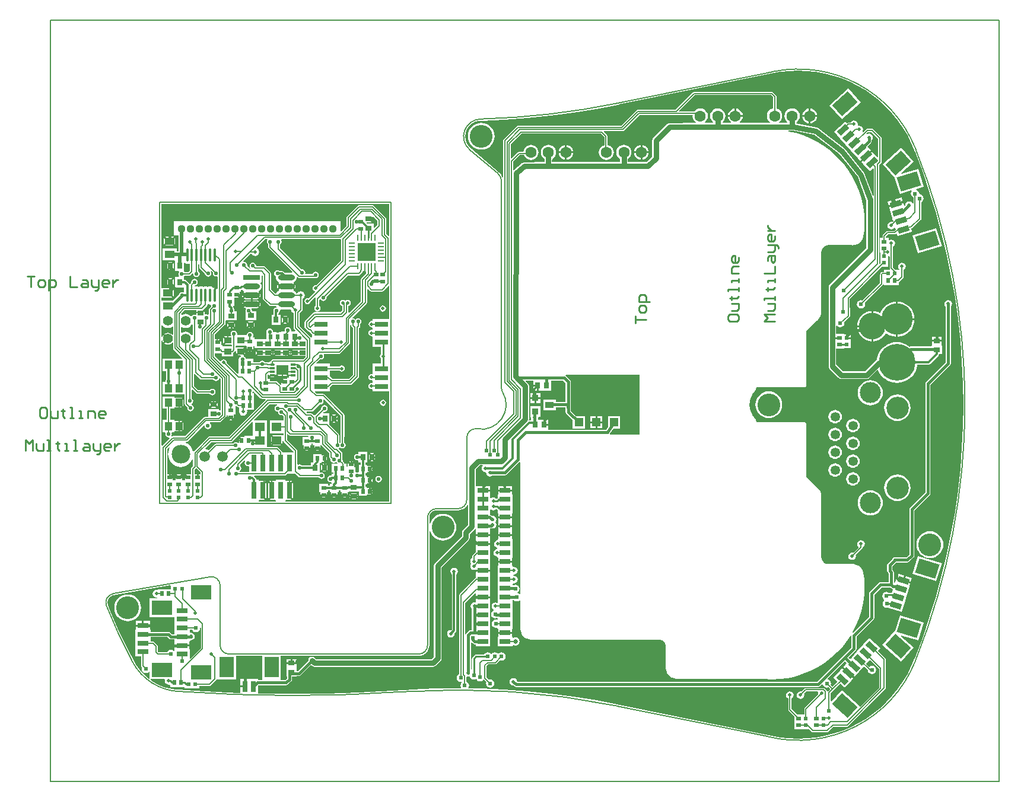
<source format=gtl>
G04 Layer_Physical_Order=1*
G04 Layer_Color=255*
%FSLAX25Y25*%
%MOIN*%
G70*
G01*
G75*
%ADD10R,0.03543X0.02559*%
%ADD11R,0.02559X0.03543*%
%ADD12R,0.02559X0.02165*%
%ADD13R,0.02362X0.01969*%
%ADD14R,0.02165X0.02559*%
%ADD15R,0.11811X0.08268*%
%ADD16R,0.06299X0.03150*%
%ADD17R,0.08268X0.11811*%
%ADD18R,0.03150X0.06299*%
%ADD19R,0.05900X0.02800*%
%ADD20R,0.03600X0.03600*%
%ADD21R,0.05000X0.03600*%
%ADD22R,0.01969X0.02362*%
G04:AMPARAMS|DCode=23|XSize=118.11mil|YSize=82.68mil|CornerRadius=0mil|HoleSize=0mil|Usage=FLASHONLY|Rotation=138.000|XOffset=0mil|YOffset=0mil|HoleType=Round|Shape=Rectangle|*
%AMROTATEDRECTD23*
4,1,4,0.07155,-0.00879,0.01623,-0.07024,-0.07155,0.00879,-0.01623,0.07024,0.07155,-0.00879,0.0*
%
%ADD23ROTATEDRECTD23*%

G04:AMPARAMS|DCode=24|XSize=31.5mil|YSize=62.99mil|CornerRadius=0mil|HoleSize=0mil|Usage=FLASHONLY|Rotation=48.000|XOffset=0mil|YOffset=0mil|HoleType=Round|Shape=Rectangle|*
%AMROTATEDRECTD24*
4,1,4,0.01287,-0.03278,-0.03394,0.00937,-0.01287,0.03278,0.03394,-0.00937,0.01287,-0.03278,0.0*
%
%ADD24ROTATEDRECTD24*%

G04:AMPARAMS|DCode=25|XSize=118.11mil|YSize=82.68mil|CornerRadius=0mil|HoleSize=0mil|Usage=FLASHONLY|Rotation=163.000|XOffset=0mil|YOffset=0mil|HoleType=Round|Shape=Rectangle|*
%AMROTATEDRECTD25*
4,1,4,0.06856,0.02227,0.04439,-0.05680,-0.06856,-0.02227,-0.04439,0.05680,0.06856,0.02227,0.0*
%
%ADD25ROTATEDRECTD25*%

G04:AMPARAMS|DCode=26|XSize=31.5mil|YSize=62.99mil|CornerRadius=0mil|HoleSize=0mil|Usage=FLASHONLY|Rotation=73.000|XOffset=0mil|YOffset=0mil|HoleType=Round|Shape=Rectangle|*
%AMROTATEDRECTD26*
4,1,4,0.02551,-0.02427,-0.03472,-0.00585,-0.02551,0.02427,0.03472,0.00585,0.02551,-0.02427,0.0*
%
%ADD26ROTATEDRECTD26*%

%ADD27R,0.02362X0.01969*%
G04:AMPARAMS|DCode=28|XSize=31.5mil|YSize=62.99mil|CornerRadius=0mil|HoleSize=0mil|Usage=FLASHONLY|Rotation=107.000|XOffset=0mil|YOffset=0mil|HoleType=Round|Shape=Rectangle|*
%AMROTATEDRECTD28*
4,1,4,0.03472,-0.00585,-0.02551,-0.02427,-0.03472,0.00585,0.02551,0.02427,0.03472,-0.00585,0.0*
%
%ADD28ROTATEDRECTD28*%

G04:AMPARAMS|DCode=29|XSize=118.11mil|YSize=82.68mil|CornerRadius=0mil|HoleSize=0mil|Usage=FLASHONLY|Rotation=197.000|XOffset=0mil|YOffset=0mil|HoleType=Round|Shape=Rectangle|*
%AMROTATEDRECTD29*
4,1,4,0.04439,0.05680,0.06856,-0.02227,-0.04439,-0.05680,-0.06856,0.02227,0.04439,0.05680,0.0*
%
%ADD29ROTATEDRECTD29*%

G04:AMPARAMS|DCode=30|XSize=31.5mil|YSize=62.99mil|CornerRadius=0mil|HoleSize=0mil|Usage=FLASHONLY|Rotation=132.000|XOffset=0mil|YOffset=0mil|HoleType=Round|Shape=Rectangle|*
%AMROTATEDRECTD30*
4,1,4,0.03394,0.00937,-0.01287,-0.03278,-0.03394,-0.00937,0.01287,0.03278,0.03394,0.00937,0.0*
%
%ADD30ROTATEDRECTD30*%

G04:AMPARAMS|DCode=31|XSize=118.11mil|YSize=82.68mil|CornerRadius=0mil|HoleSize=0mil|Usage=FLASHONLY|Rotation=222.000|XOffset=0mil|YOffset=0mil|HoleType=Round|Shape=Rectangle|*
%AMROTATEDRECTD31*
4,1,4,0.01623,0.07024,0.07155,0.00879,-0.01623,-0.07024,-0.07155,-0.00879,0.01623,0.07024,0.0*
%
%ADD31ROTATEDRECTD31*%

%ADD32C,0.01000*%
%ADD33C,0.01600*%
%ADD34C,0.00600*%
%ADD35C,0.01500*%
%ADD36C,0.03000*%
%ADD37C,0.01200*%
%ADD38R,0.07520X0.02992*%
%ADD39C,0.02000*%
%ADD40R,0.05512X0.04134*%
%ADD41R,0.04134X0.04528*%
%ADD42R,0.00945X0.03543*%
%ADD43R,0.03543X0.00945*%
%ADD44R,0.09843X0.09843*%
%ADD45R,0.03937X0.03543*%
%ADD46O,0.01378X0.07874*%
%ADD47R,0.05512X0.04724*%
%ADD48O,0.09449X0.03150*%
%ADD49R,0.09449X0.03150*%
%ADD50R,0.06890X0.05709*%
%ADD51R,0.02953X0.01181*%
G04:AMPARAMS|DCode=52|XSize=11.81mil|YSize=29.53mil|CornerRadius=5.91mil|HoleSize=0mil|Usage=FLASHONLY|Rotation=270.000|XOffset=0mil|YOffset=0mil|HoleType=Round|Shape=RoundedRectangle|*
%AMROUNDEDRECTD52*
21,1,0.01181,0.01772,0,0,270.0*
21,1,0.00000,0.02953,0,0,270.0*
1,1,0.01181,-0.00886,0.00000*
1,1,0.01181,-0.00886,0.00000*
1,1,0.01181,0.00886,0.00000*
1,1,0.01181,0.00886,0.00000*
%
%ADD52ROUNDEDRECTD52*%
%ADD53R,0.02992X0.09449*%
%ADD54C,0.00984*%
%ADD55C,0.00787*%
%ADD56C,0.00800*%
%ADD57C,0.02000*%
%ADD58C,0.01575*%
%ADD59C,0.00500*%
%ADD60C,0.12800*%
%ADD61C,0.06299*%
%ADD62C,0.05315*%
%ADD63C,0.11811*%
%ADD64C,0.12598*%
%ADD65R,0.04725X0.04725*%
%ADD66C,0.15000*%
%ADD67C,0.20700*%
%ADD68C,0.17700*%
%ADD69C,0.02400*%
%ADD70C,0.02500*%
%ADD71C,0.04400*%
%ADD72C,0.05500*%
%ADD73C,0.05906*%
%ADD74C,0.10500*%
%ADD75C,0.02200*%
G36*
X600993Y486317D02*
X605961Y485783D01*
X610878Y484895D01*
X615719Y483660D01*
X620460Y482082D01*
X625076Y480170D01*
X629544Y477933D01*
X633842Y475384D01*
X637946Y472534D01*
X641836Y469399D01*
X645493Y465994D01*
X648898Y462337D01*
X652033Y458447D01*
X654883Y454342D01*
X657433Y450045D01*
X659669Y445577D01*
X660859Y442705D01*
X660859Y442705D01*
X660859Y442705D01*
X660895Y442688D01*
X661219Y441778D01*
X661373Y441346D01*
X661386Y441314D01*
X661386Y441314D01*
X661768Y440391D01*
X666042Y429080D01*
X669959Y417640D01*
X673514Y406083D01*
X676705Y394421D01*
X679528Y382663D01*
X681980Y370823D01*
X684059Y358912D01*
X685762Y346941D01*
X687089Y334922D01*
X688038Y322868D01*
X688607Y310790D01*
X688797Y298700D01*
X688607Y286610D01*
X688038Y274532D01*
X687089Y262478D01*
X685762Y250460D01*
X684059Y238489D01*
X681980Y226578D01*
X679528Y214738D01*
X676705Y202980D01*
X673514Y191317D01*
X669959Y179761D01*
X666042Y168321D01*
X661768Y157010D01*
X661456Y156255D01*
X661455Y156256D01*
X661441Y156226D01*
X661285Y155791D01*
X660931Y154799D01*
X660895Y154783D01*
X660895D01*
X660895Y154783D01*
X659669Y151823D01*
X657433Y147355D01*
X654883Y143058D01*
X652033Y138954D01*
X648898Y135063D01*
X645493Y131406D01*
X641836Y128002D01*
X637946Y124866D01*
X633842Y122017D01*
X629544Y119467D01*
X625076Y117231D01*
X620460Y115319D01*
X615719Y113741D01*
X610878Y112505D01*
X605961Y111618D01*
X600993Y111084D01*
X596000Y110905D01*
X591006Y111084D01*
X586038Y111618D01*
X581121Y112505D01*
X579181Y113000D01*
X579138Y113018D01*
X494329Y130271D01*
X494193Y130271D01*
X482794Y132453D01*
X469906Y134532D01*
X456963Y136236D01*
X443975Y137563D01*
X430955Y138512D01*
X417913Y139081D01*
X410913Y139183D01*
X410681Y139626D01*
X410866Y139902D01*
X411044Y140800D01*
X410866Y141697D01*
X410357Y142458D01*
X409617Y142953D01*
Y145509D01*
X410117Y145865D01*
X410650Y145759D01*
X411470Y145922D01*
X411566Y145596D01*
X411585Y145501D01*
X412093Y144740D01*
X412854Y144232D01*
X413751Y144054D01*
X414649Y144232D01*
X415051Y144501D01*
X415493Y143841D01*
X416254Y143332D01*
X417151Y143154D01*
X418049Y143332D01*
X418809Y143841D01*
X418935Y144029D01*
X419571Y144081D01*
X420780Y142872D01*
X420606Y141999D01*
X420785Y141101D01*
X421293Y140340D01*
X422054Y139832D01*
X422951Y139654D01*
X423849Y139832D01*
X424609Y140340D01*
X425118Y141101D01*
X425296Y141999D01*
X425118Y142896D01*
X424609Y143657D01*
X423849Y144165D01*
X422951Y144344D01*
X422078Y144170D01*
X420869Y145379D01*
Y151819D01*
X421831Y152781D01*
X425861D01*
X426212Y152851D01*
X426510Y153050D01*
X428478Y155017D01*
X429351Y154844D01*
X430249Y155022D01*
X431009Y155531D01*
X431518Y156291D01*
X431696Y157189D01*
X431518Y158086D01*
X431009Y158847D01*
X430249Y159355D01*
X429351Y159534D01*
X428454Y159355D01*
X427693Y158847D01*
X427147Y158930D01*
X426497Y159365D01*
X425599Y159544D01*
X424702Y159365D01*
X423941Y158857D01*
X423842Y158709D01*
X423342D01*
X423309Y158757D01*
X422549Y159265D01*
X421651Y159444D01*
X420754Y159265D01*
X419993Y158757D01*
X419634Y158220D01*
X414951D01*
X414951Y158220D01*
X414522Y158135D01*
X414158Y157892D01*
X414158Y157892D01*
X412958Y156692D01*
X412715Y156328D01*
X412630Y155899D01*
X412630Y155899D01*
Y150150D01*
X412130Y149871D01*
X412103Y149888D01*
X412078Y149937D01*
Y164946D01*
X412578Y165154D01*
X413303Y164428D01*
X413303Y164428D01*
X413766Y164119D01*
X414312Y164010D01*
X414312Y164010D01*
X414887D01*
Y162938D01*
X422987D01*
Y167938D01*
Y172938D01*
Y177938D01*
Y182938D01*
Y187579D01*
X422987Y187938D01*
X422887Y188396D01*
Y189938D01*
X418937D01*
X414987D01*
Y188396D01*
X414887Y187938D01*
Y187922D01*
X414387Y187512D01*
X414051Y187579D01*
X413232Y187416D01*
X412537Y186952D01*
X412073Y186257D01*
X411910Y185438D01*
X412073Y184618D01*
X412537Y183924D01*
X412624Y183866D01*
Y171865D01*
X411990D01*
X411990Y171865D01*
X411444Y171756D01*
X410981Y171447D01*
X410981Y171447D01*
X409641Y170107D01*
X409331Y169644D01*
X409317Y169571D01*
X408817Y169620D01*
Y187067D01*
X414487Y192737D01*
X414975Y192535D01*
X414987Y192479D01*
Y190938D01*
X418937D01*
X422887D01*
Y192479D01*
X422987Y192938D01*
X422987Y193296D01*
Y197938D01*
Y202579D01*
X422987Y202938D01*
X422887Y203396D01*
Y204938D01*
X418937D01*
X414987D01*
Y203396D01*
X414887Y202938D01*
X414887Y202579D01*
Y201171D01*
X414702Y201048D01*
X405850Y192196D01*
X405651Y191898D01*
X405582Y191547D01*
Y147353D01*
X404841Y146858D01*
X404333Y146097D01*
X404154Y145200D01*
X404333Y144302D01*
X404841Y143542D01*
X405602Y143033D01*
X406499Y142855D01*
X406835Y142921D01*
X407030Y142481D01*
X407037Y142452D01*
X406533Y141697D01*
X406354Y140800D01*
X406533Y139902D01*
X406676Y139687D01*
X406437Y139248D01*
X404859Y139271D01*
X391806Y139081D01*
X378763Y138512D01*
X375589Y138280D01*
X375554Y138287D01*
X375097D01*
X374605Y138314D01*
X374605Y138314D01*
X374605Y138314D01*
X367866Y137826D01*
X349358Y136869D01*
X330834Y136294D01*
X312302Y136102D01*
X293770Y136294D01*
X292648Y136329D01*
Y140992D01*
X292678Y141022D01*
X308351D01*
X308878Y141127D01*
X309324Y141425D01*
X311120Y143221D01*
X311419Y143668D01*
X311524Y144195D01*
X311524Y144195D01*
Y145901D01*
X314223D01*
Y146125D01*
X315454D01*
X315981Y146230D01*
X316427Y146528D01*
X322310Y152411D01*
X322837Y151885D01*
X323532Y151421D01*
X324351Y151258D01*
X390798D01*
X391617Y151421D01*
X392312Y151885D01*
X395013Y154586D01*
X395477Y155280D01*
X395640Y156100D01*
Y207160D01*
X410865Y222385D01*
X411329Y223079D01*
X411492Y223899D01*
Y226012D01*
X414130Y228650D01*
X414387Y229034D01*
X414887Y228883D01*
X414887Y227938D01*
X414987Y227479D01*
Y225938D01*
X418937D01*
X422887D01*
Y227479D01*
X422987Y227938D01*
X422987Y228296D01*
Y229061D01*
X423501D01*
X423839Y229129D01*
X424251Y229047D01*
X425070Y229209D01*
X425765Y229674D01*
X426229Y230368D01*
X426392Y231188D01*
X426229Y232007D01*
X425774Y232688D01*
X426229Y233368D01*
X426392Y234188D01*
X426229Y235007D01*
X425765Y235702D01*
X425070Y236166D01*
X424251Y236329D01*
X423785Y236236D01*
X423610Y236411D01*
X423164Y236709D01*
X422987Y236744D01*
X422987Y237938D01*
X422887Y238396D01*
Y239616D01*
X423387Y239824D01*
X423932Y239459D01*
X424751Y239297D01*
X425570Y239459D01*
X426265Y239924D01*
X426266Y239926D01*
X426764Y239975D01*
X427094Y239645D01*
X427094Y239645D01*
X427287Y239516D01*
X427287Y237938D01*
X427387Y237479D01*
Y235938D01*
X431337D01*
X435287D01*
Y237479D01*
X435387Y237938D01*
X435387Y238296D01*
Y242938D01*
Y247579D01*
X435387Y247938D01*
X435287Y248396D01*
Y249938D01*
X431337D01*
X427387D01*
Y248396D01*
X427287Y247938D01*
X427287Y247579D01*
Y246360D01*
X427094Y246231D01*
X427094Y246231D01*
X426764Y245901D01*
X426266Y245950D01*
X426265Y245952D01*
X425570Y246416D01*
X424751Y246579D01*
X423932Y246416D01*
X423387Y246052D01*
X422887Y246259D01*
X422887Y247838D01*
X422887Y248338D01*
Y249938D01*
X418937D01*
Y250438D01*
X418437D01*
Y252838D01*
X415257D01*
X414987Y252838D01*
X414757Y253242D01*
Y262277D01*
X417238Y264758D01*
X418522D01*
X418734Y264258D01*
X418373Y263718D01*
X418210Y262899D01*
X418373Y262079D01*
X418837Y261385D01*
X419532Y260921D01*
X420351Y260758D01*
X420358Y260759D01*
X420611Y260506D01*
X420725Y260322D01*
X420873Y259579D01*
X421337Y258885D01*
X422032Y258421D01*
X422851Y258258D01*
X423670Y258421D01*
X424365Y258885D01*
X424423Y258971D01*
X431351D01*
X431351Y258971D01*
X431897Y259080D01*
X432361Y259389D01*
X439481Y266510D01*
X439982Y266303D01*
Y192200D01*
X439779Y192139D01*
X439481Y192076D01*
X438749Y192565D01*
X438384Y192638D01*
X438278Y193169D01*
X438757Y193489D01*
X439266Y194249D01*
X439444Y195147D01*
X439266Y196044D01*
X438757Y196805D01*
X437997Y197313D01*
X437099Y197492D01*
X436202Y197313D01*
X435887Y197103D01*
X435387Y197370D01*
Y197962D01*
X435887Y198350D01*
X436351Y198258D01*
X437171Y198421D01*
X437865Y198885D01*
X438329Y199579D01*
X438492Y200399D01*
X438329Y201218D01*
X437865Y201913D01*
X437171Y202377D01*
X436351Y202540D01*
X436182Y202506D01*
X435714Y202887D01*
Y202910D01*
X436182Y203291D01*
X436351Y203258D01*
X437171Y203421D01*
X437865Y203885D01*
X438329Y204579D01*
X438492Y205399D01*
X438329Y206218D01*
X437865Y206913D01*
X437171Y207377D01*
X436351Y207540D01*
X435887Y207448D01*
X435387Y207836D01*
Y207938D01*
X435287Y208396D01*
Y209938D01*
X431337D01*
X427387D01*
Y208396D01*
X427287Y207938D01*
X427287Y207579D01*
Y202938D01*
Y197938D01*
Y192938D01*
Y187495D01*
X426846Y187259D01*
X426671Y187377D01*
X425851Y187540D01*
X425032Y187377D01*
X424337Y186913D01*
X423873Y186218D01*
X423710Y185399D01*
X423873Y184579D01*
X424337Y183885D01*
X424843Y183547D01*
X424872Y183419D01*
X424838Y182988D01*
X424193Y182557D01*
X423685Y181796D01*
X423506Y180899D01*
X423685Y180001D01*
X424193Y179241D01*
X424954Y178732D01*
X425851Y178554D01*
X426653Y178713D01*
X427087Y178435D01*
X427112Y178413D01*
X427133Y178126D01*
X426738Y177812D01*
X426199Y177919D01*
X425302Y177740D01*
X424541Y177232D01*
X424033Y176471D01*
X423854Y175574D01*
X424033Y174676D01*
X424541Y173916D01*
X425302Y173407D01*
X426199Y173229D01*
X426787Y173346D01*
X427287Y172979D01*
Y172938D01*
X427387Y172479D01*
Y170938D01*
X431337D01*
X435287D01*
Y172479D01*
X435387Y172938D01*
X435387Y173296D01*
Y177938D01*
Y182938D01*
Y189010D01*
X436013D01*
X436193Y188741D01*
X436954Y188232D01*
X437851Y188054D01*
X438749Y188232D01*
X439481Y188722D01*
X439779Y188659D01*
X439982Y188597D01*
Y172600D01*
X439971D01*
X440085Y171443D01*
X440422Y170331D01*
X440970Y169306D01*
X441707Y168408D01*
X442605Y167670D01*
X443630Y167122D01*
X444742Y166785D01*
X445899Y166671D01*
Y166682D01*
X517599D01*
X517607Y166684D01*
X518656Y166545D01*
X519642Y166137D01*
X520488Y165488D01*
X521137Y164642D01*
X521545Y163657D01*
X521683Y162608D01*
X521681Y162600D01*
Y150600D01*
X521671D01*
X521784Y149443D01*
X522122Y148331D01*
X522670Y147306D01*
X523407Y146408D01*
X524305Y145670D01*
X525330Y145122D01*
X526442Y144785D01*
X527599Y144671D01*
Y144682D01*
X573923D01*
X574399Y144682D01*
X574399Y144682D01*
X574399Y144682D01*
X574879Y144622D01*
X574881Y144622D01*
X574891Y144621D01*
X575380Y144604D01*
X576555Y144449D01*
X581100Y144251D01*
X585645Y144449D01*
X590155Y145043D01*
X594597Y146028D01*
X598936Y147396D01*
X603139Y149137D01*
X607174Y151238D01*
X611011Y153682D01*
X614621Y156451D01*
X617975Y159525D01*
X621048Y162879D01*
X623818Y166489D01*
X625394Y168963D01*
X625886Y168899D01*
X625924Y168863D01*
Y161990D01*
X621342Y157408D01*
X621342Y157408D01*
X606760Y142826D01*
X438199D01*
X438139Y142899D01*
X437976Y143718D01*
X437512Y144413D01*
X436818Y144877D01*
X435998Y145040D01*
X435179Y144877D01*
X434484Y144413D01*
X434020Y143718D01*
X433857Y142899D01*
X434020Y142079D01*
X434484Y141385D01*
X435179Y140921D01*
X435998Y140758D01*
X436100Y140778D01*
X436489Y140389D01*
X436952Y140080D01*
X437498Y139971D01*
X437498Y139971D01*
X607351D01*
X607351Y139971D01*
X607897Y140080D01*
X608360Y140389D01*
X609415Y141444D01*
X609894Y141299D01*
X609933Y141102D01*
X610441Y140341D01*
X611202Y139833D01*
X612099Y139655D01*
X612973Y139829D01*
X613727Y139075D01*
X613727Y138575D01*
X612741Y137588D01*
X612542Y137596D01*
X612255Y137679D01*
X612207Y137708D01*
X612199Y137750D01*
X612000Y138048D01*
X611000Y139048D01*
X610702Y139246D01*
X610351Y139316D01*
X600351D01*
X600000Y139246D01*
X599702Y139048D01*
X598055Y137400D01*
X597351Y137540D01*
X596532Y137377D01*
X595837Y136913D01*
X595373Y136218D01*
X595210Y135399D01*
X595373Y134579D01*
X595837Y133885D01*
X596532Y133421D01*
X597351Y133258D01*
X598171Y133421D01*
X598865Y133885D01*
X599329Y134579D01*
X599492Y135399D01*
X599352Y136102D01*
X600731Y137481D01*
X606993D01*
X607326Y136981D01*
X607210Y136399D01*
X607350Y135695D01*
X599702Y128048D01*
X599503Y127750D01*
X599434Y127399D01*
Y124648D01*
X598267D01*
Y124550D01*
X595466D01*
X592269Y127747D01*
Y133486D01*
X592865Y133885D01*
X593329Y134579D01*
X593492Y135399D01*
X593329Y136218D01*
X592865Y136913D01*
X592170Y137377D01*
X591351Y137540D01*
X590532Y137377D01*
X589837Y136913D01*
X589373Y136218D01*
X589210Y135399D01*
X589373Y134579D01*
X589837Y133885D01*
X590434Y133486D01*
Y127367D01*
X590503Y127016D01*
X590702Y126718D01*
X593972Y123449D01*
Y120185D01*
Y116247D01*
X598267D01*
Y116149D01*
X602303D01*
X603702Y114750D01*
X604000Y114551D01*
X604351Y114481D01*
X612351D01*
X612702Y114551D01*
X613000Y114750D01*
X615763Y117513D01*
X623383D01*
X623734Y117582D01*
X624031Y117781D01*
X645000Y138750D01*
X645199Y139048D01*
X645269Y139399D01*
Y155539D01*
X645199Y155890D01*
X645000Y156188D01*
X640883Y160304D01*
X642207Y161775D01*
X635891Y167462D01*
X632639Y163850D01*
X632311Y163486D01*
X631984Y163122D01*
X629019Y159829D01*
X629019Y159829D01*
X626060Y156544D01*
X625726Y156172D01*
X625434Y155848D01*
X624934Y155835D01*
X624370Y156399D01*
X628361Y160389D01*
X628361Y160389D01*
X628670Y160853D01*
X628779Y161399D01*
X628779Y161399D01*
Y168307D01*
X638361Y177889D01*
X638361Y177889D01*
X638670Y178352D01*
X638779Y178899D01*
X638779Y178899D01*
Y191807D01*
X642942Y195971D01*
X647760D01*
X648342Y195389D01*
X648342Y195389D01*
X648805Y195080D01*
X648834Y195074D01*
X649091Y194645D01*
X648594Y193020D01*
X646862D01*
X646496Y193265D01*
X645598Y193444D01*
X644701Y193265D01*
X643940Y192757D01*
X643432Y191996D01*
X643253Y191099D01*
X643432Y190201D01*
X643940Y189441D01*
X644313Y189191D01*
Y188590D01*
X644115Y188457D01*
X643606Y187696D01*
X643428Y186799D01*
X643606Y185901D01*
X644115Y185141D01*
X644875Y184632D01*
X645773Y184454D01*
X646229Y184544D01*
X654150Y182123D01*
X655714Y187239D01*
X656892Y191092D01*
X657027Y191536D01*
X657163Y191979D01*
X658592Y196652D01*
X658496Y196681D01*
X659006Y198351D01*
X655038Y199564D01*
X651070Y200777D01*
X650560Y199108D01*
X650464Y199137D01*
X650279Y198530D01*
X649779Y198605D01*
Y204383D01*
X649670Y204929D01*
X649361Y205393D01*
X649361Y205393D01*
X648879Y205874D01*
Y207923D01*
X650714Y209758D01*
X650761Y209789D01*
X650942Y209971D01*
X657351D01*
X657351Y209971D01*
X657897Y210080D01*
X658360Y210389D01*
X660860Y212889D01*
X660860Y212889D01*
X661170Y213352D01*
X661279Y213899D01*
Y239307D01*
X669861Y247889D01*
X669861Y247889D01*
X670170Y248352D01*
X670279Y248899D01*
X670279Y248899D01*
Y309807D01*
X681360Y320889D01*
X681360Y320889D01*
X681670Y321353D01*
X681779Y321899D01*
X681779Y321899D01*
Y353827D01*
X681865Y353885D01*
X682329Y354579D01*
X682492Y355399D01*
X682329Y356218D01*
X681865Y356913D01*
X681171Y357377D01*
X680351Y357540D01*
X679532Y357377D01*
X678837Y356913D01*
X678373Y356218D01*
X678210Y355399D01*
X678373Y354579D01*
X678837Y353885D01*
X678924Y353827D01*
Y322490D01*
X667842Y311408D01*
X667532Y310945D01*
X667424Y310399D01*
X667424Y310399D01*
Y249490D01*
X658842Y240908D01*
X658532Y240445D01*
X658424Y239899D01*
X658424Y239899D01*
Y214490D01*
X656760Y212826D01*
X650351D01*
X650351Y212826D01*
X649805Y212718D01*
X649342Y212408D01*
X649342Y212408D01*
X648773Y211839D01*
X648726Y211808D01*
X646442Y209524D01*
X646132Y209060D01*
X646024Y208514D01*
X646024Y208514D01*
Y205283D01*
X646024Y205283D01*
X646132Y204737D01*
X646442Y204274D01*
X646924Y203792D01*
Y198826D01*
X642351D01*
X642351Y198826D01*
X641805Y198717D01*
X641342Y198408D01*
X641342Y198408D01*
X636342Y193408D01*
X636032Y192945D01*
X635924Y192399D01*
X635924Y192399D01*
Y179490D01*
X626899Y170465D01*
X626491Y170764D01*
X628363Y174361D01*
X630104Y178564D01*
X631472Y182903D01*
X632457Y187345D01*
X633051Y191855D01*
X633249Y196400D01*
X633051Y200945D01*
X632635Y204102D01*
X632628Y204101D01*
X632585Y204319D01*
X632477Y204480D01*
X632177Y205468D01*
X631629Y206493D01*
X630892Y207392D01*
X629994Y208129D01*
X628968Y208677D01*
X627856Y209014D01*
X627184Y209081D01*
X626700Y209128D01*
X626699Y209128D01*
X626203Y209117D01*
X612999D01*
X612991Y209116D01*
X611942Y209254D01*
X610957Y209662D01*
X610111Y210311D01*
X609461Y211157D01*
X609053Y212142D01*
X608915Y213192D01*
X608917Y213200D01*
Y247004D01*
X608928Y247499D01*
X608928Y247501D01*
X608881Y247980D01*
X608814Y248657D01*
X608476Y249770D01*
X607929Y250795D01*
X607191Y251693D01*
X606367Y252369D01*
X606365Y252373D01*
X600634Y258104D01*
Y287824D01*
X600564Y288175D01*
X600365Y288473D01*
X600067Y288671D01*
X599716Y288741D01*
X572445D01*
X572414Y289057D01*
X572076Y290170D01*
X571529Y291194D01*
X571296Y291478D01*
X571295Y291482D01*
X571142Y291711D01*
X571175Y291740D01*
X570695Y292303D01*
X569802Y293759D01*
X569149Y295337D01*
X568750Y296997D01*
X568616Y298700D01*
X568750Y300402D01*
X569149Y302063D01*
X569802Y303641D01*
X570695Y305097D01*
X571188Y305674D01*
X571154Y305703D01*
X571308Y305934D01*
X571309Y305937D01*
X571529Y306205D01*
X572076Y307230D01*
X572414Y308342D01*
X572440Y308606D01*
X599716D01*
X600067Y308676D01*
X600365Y308875D01*
X600564Y309173D01*
X600634Y309524D01*
Y340144D01*
X605892Y345402D01*
X606225Y345734D01*
X606293Y345770D01*
X606610Y346030D01*
X607192Y346508D01*
X607929Y347406D01*
X608476Y348431D01*
X608814Y349543D01*
X608880Y350215D01*
X608928Y350699D01*
X608928Y350700D01*
X608928D01*
X608917Y350711D01*
Y384300D01*
X608915Y384308D01*
X609053Y385357D01*
X609461Y386342D01*
X610111Y387188D01*
X610957Y387837D01*
X611942Y388246D01*
X612991Y388384D01*
X612999Y388382D01*
X626203D01*
X626699Y388371D01*
X626700Y388371D01*
X627179Y388418D01*
X627856Y388485D01*
X628968Y388823D01*
X629994Y389370D01*
X630892Y390108D01*
X631629Y391006D01*
X632177Y392031D01*
X632478Y393021D01*
X632585Y393182D01*
X632628Y393400D01*
X632635Y393398D01*
X633051Y396555D01*
X633249Y401100D01*
X633051Y405645D01*
X632457Y410156D01*
X631472Y414597D01*
X630104Y418936D01*
X628363Y423139D01*
X626262Y427175D01*
X623818Y431012D01*
X621048Y434621D01*
X617975Y437975D01*
X614621Y441049D01*
X611011Y443818D01*
X607174Y446263D01*
X603139Y448364D01*
X598936Y450105D01*
X594597Y451473D01*
X590601Y452359D01*
X590655Y452859D01*
X592990D01*
X604994Y450496D01*
X618990Y439759D01*
X629409Y426735D01*
X634258Y413519D01*
Y386787D01*
X613685Y366214D01*
X613221Y365519D01*
X613058Y364700D01*
Y336399D01*
Y320300D01*
X613221Y319480D01*
X613685Y318786D01*
X618685Y313786D01*
X619380Y313321D01*
X620199Y313159D01*
X634499D01*
X635319Y313321D01*
X636013Y313786D01*
X640394Y318167D01*
X640885Y318069D01*
X641254Y317178D01*
X642195Y315642D01*
X643366Y314271D01*
X644736Y313101D01*
X646273Y312159D01*
X647938Y311469D01*
X649690Y311049D01*
X651487Y310907D01*
X653284Y311049D01*
X655036Y311469D01*
X656701Y312159D01*
X658238Y313101D01*
X659609Y314271D01*
X660779Y315642D01*
X661721Y317178D01*
X662410Y318844D01*
X662831Y320596D01*
X662876Y321169D01*
X669192D01*
X669660Y321262D01*
X670057Y321528D01*
X674764Y326235D01*
X675030Y326631D01*
X675123Y327100D01*
Y327102D01*
X676773D01*
Y331861D01*
X676772D01*
X676673Y332320D01*
X676673Y332361D01*
Y334100D01*
X673901D01*
X671130D01*
Y332361D01*
X671130Y332320D01*
X671031Y331861D01*
X671030D01*
Y331410D01*
X659128D01*
X659128Y331410D01*
X658667Y331318D01*
X658238Y331685D01*
X656701Y332626D01*
X655036Y333316D01*
X653284Y333737D01*
X651487Y333878D01*
X649690Y333737D01*
X647938Y333316D01*
X646273Y332626D01*
X644736Y331685D01*
X643366Y330514D01*
X642195Y329144D01*
X641254Y327607D01*
X640564Y325942D01*
X640143Y324189D01*
X640121Y323904D01*
X639985Y323814D01*
X633612Y317441D01*
X621086D01*
X617340Y321187D01*
Y330247D01*
X621731D01*
Y330543D01*
X625500D01*
Y334711D01*
X625400D01*
Y335670D01*
X623219D01*
Y336170D01*
X622719D01*
Y338155D01*
X621731D01*
Y338550D01*
X617340D01*
Y342940D01*
X617840Y343092D01*
X617941Y342941D01*
X618702Y342433D01*
X619599Y342255D01*
X620497Y342433D01*
X621257Y342941D01*
X621766Y343702D01*
X621944Y344600D01*
X621799Y345331D01*
X624810Y348015D01*
X624829Y348040D01*
X624855Y348057D01*
X624936Y348182D01*
X625025Y348301D01*
X625033Y348331D01*
X625050Y348357D01*
X625078Y348503D01*
X625115Y348647D01*
X625111Y348678D01*
X625117Y348709D01*
X625021Y358323D01*
X642846Y376149D01*
X646435D01*
Y380086D01*
Y382274D01*
X646934Y382373D01*
X647434Y382041D01*
Y375399D01*
X647503Y375048D01*
X647546Y374983D01*
X647279Y374483D01*
X644101D01*
Y373316D01*
X643351D01*
X643000Y373247D01*
X642702Y373048D01*
X642250Y372596D01*
X642051Y372298D01*
X641982Y371947D01*
Y367080D01*
X632173Y357271D01*
X631299Y357445D01*
X630402Y357266D01*
X629641Y356758D01*
X629133Y355997D01*
X628954Y355100D01*
X629133Y354202D01*
X629641Y353442D01*
X630402Y352933D01*
X631299Y352755D01*
X632197Y352933D01*
X632957Y353442D01*
X633466Y354202D01*
X633644Y355100D01*
X633470Y355973D01*
X643548Y366051D01*
X643700Y366278D01*
X643988Y366267D01*
X644200Y366195D01*
Y366019D01*
X652502D01*
Y367511D01*
X652702Y367551D01*
X653000Y367750D01*
X655000Y369750D01*
X655199Y370048D01*
X655269Y370399D01*
Y374486D01*
X655865Y374885D01*
X656329Y375579D01*
X656492Y376399D01*
X656329Y377218D01*
X655865Y377913D01*
X655170Y378377D01*
X654351Y378540D01*
X653532Y378377D01*
X652837Y377913D01*
X652373Y377218D01*
X652210Y376399D01*
X652373Y375579D01*
X652837Y374885D01*
X652550Y374483D01*
X650565D01*
X649269Y375779D01*
Y387486D01*
X649865Y387885D01*
X650329Y388579D01*
X650492Y389399D01*
X650329Y390218D01*
X649865Y390913D01*
X649170Y391377D01*
X648351Y391540D01*
X647532Y391377D01*
X647231Y391176D01*
X646731Y391443D01*
Y392550D01*
X645344D01*
X645300Y393050D01*
X646731Y394481D01*
X650351D01*
X650702Y394551D01*
X651000Y394750D01*
X651069Y394819D01*
X651554Y394698D01*
X651903Y393558D01*
X660030Y396043D01*
X659501Y397773D01*
X659978Y397926D01*
X660012Y397944D01*
X660050Y397952D01*
X660168Y398030D01*
X660292Y398099D01*
X660316Y398129D01*
X660348Y398151D01*
X664848Y402651D01*
X665047Y402949D01*
X665117Y403300D01*
Y412547D01*
X665857Y413041D01*
X666366Y413802D01*
X666544Y414700D01*
X666366Y415597D01*
X665857Y416358D01*
X665097Y416866D01*
X664199Y417045D01*
X664028Y417216D01*
X664044Y417300D01*
X663866Y418197D01*
X663357Y418958D01*
X662597Y419466D01*
X662319Y419522D01*
X662293Y420037D01*
X666505Y421324D01*
X663444Y431335D01*
X654127Y428486D01*
X653881Y428921D01*
X661004Y435335D01*
X654000Y443115D01*
X643587Y433739D01*
X650356Y426222D01*
X653106Y417228D01*
X659613Y419217D01*
X659930Y418791D01*
X659533Y418197D01*
X659354Y417300D01*
X659533Y416402D01*
X660041Y415641D01*
X660781Y415147D01*
Y411873D01*
X660578Y411803D01*
X660282Y411790D01*
X659865Y412413D01*
X659170Y412877D01*
X658351Y413040D01*
X657532Y412877D01*
X656837Y412413D01*
X656373Y411718D01*
X656213Y410912D01*
X656190Y410882D01*
X655896Y410629D01*
X655418Y410785D01*
X654982Y412212D01*
X651014Y410999D01*
X647046Y409786D01*
X647556Y408116D01*
X647461Y408087D01*
X648889Y403414D01*
X649025Y402971D01*
X649161Y402527D01*
X649400Y401745D01*
X649055Y401400D01*
X648351Y401540D01*
X647532Y401377D01*
X646837Y400913D01*
X646373Y400218D01*
X646210Y399399D01*
X646373Y398579D01*
X646837Y397885D01*
X647532Y397421D01*
X648351Y397258D01*
X649170Y397421D01*
X649865Y397885D01*
X649997Y398082D01*
X650544Y398001D01*
X650805Y397150D01*
X649971Y396316D01*
X646351D01*
X646000Y396247D01*
X645702Y396048D01*
X643702Y394048D01*
X643503Y393750D01*
X643434Y393399D01*
Y392550D01*
X641972D01*
Y388184D01*
Y384247D01*
X642267D01*
Y380086D01*
Y378165D01*
X641907Y377805D01*
X641713Y377842D01*
X641417Y378022D01*
Y433420D01*
X642548Y434551D01*
X642747Y434848D01*
X642817Y435200D01*
Y448500D01*
X642747Y448851D01*
X642548Y449149D01*
X638148Y453549D01*
X637850Y453748D01*
X637499Y453817D01*
X634799D01*
X634448Y453748D01*
X634150Y453549D01*
X632426Y451825D01*
X632038Y452143D01*
X632329Y452579D01*
X632492Y453399D01*
X632329Y454218D01*
X631865Y454913D01*
X631171Y455377D01*
X630351Y455540D01*
X629783Y455427D01*
X629379Y455831D01*
X629492Y456399D01*
X629329Y457218D01*
X628865Y457913D01*
X628170Y458377D01*
X627351Y458540D01*
X626532Y458377D01*
X625837Y457913D01*
X625439Y457316D01*
X624371D01*
X624020Y457246D01*
X623722Y457048D01*
X623692Y457017D01*
X623192Y457030D01*
X622409Y457900D01*
X616093Y452213D01*
X619673Y448237D01*
X622679Y444899D01*
X622679Y444899D01*
X625637Y441613D01*
X625972Y441241D01*
X629552Y437265D01*
X629626Y437332D01*
X630794Y436035D01*
X633878Y438811D01*
X636962Y441588D01*
X635793Y442885D01*
X635868Y442952D01*
X634885Y444044D01*
X636808Y445967D01*
X636808Y445967D01*
X637118Y446430D01*
X637227Y446977D01*
Y447428D01*
X637313Y447486D01*
X637777Y448180D01*
X637940Y449000D01*
X637777Y449819D01*
X637313Y450514D01*
X636619Y450978D01*
X635799Y451141D01*
X634980Y450978D01*
X634686Y450781D01*
X634367Y451170D01*
X635179Y451982D01*
X637119D01*
X640981Y448120D01*
Y437971D01*
X640515Y437791D01*
X638873Y439614D01*
X638799Y439547D01*
X637631Y440845D01*
X634547Y438068D01*
X631463Y435292D01*
X632632Y433994D01*
X632557Y433927D01*
X636137Y429951D01*
X637925Y431561D01*
X638381Y431357D01*
Y416142D01*
X637889Y416055D01*
X633309Y428537D01*
X633130Y428831D01*
X632971Y429137D01*
X622171Y442637D01*
X621973Y442804D01*
X621802Y442999D01*
X607202Y454199D01*
X607137Y454231D01*
X607085Y454282D01*
X606764Y454415D01*
X606453Y454568D01*
X606380Y454573D01*
X606313Y454600D01*
X594914Y456844D01*
X594826Y457058D01*
X594807Y457370D01*
X595612Y457988D01*
X596293Y458876D01*
X596721Y459909D01*
X596867Y461019D01*
X596721Y462128D01*
X596293Y463162D01*
X595612Y464049D01*
X594724Y464731D01*
X593690Y465159D01*
X592581Y465305D01*
X591472Y465159D01*
X590438Y464731D01*
X589550Y464049D01*
X588869Y463162D01*
X588441Y462128D01*
X588295Y461019D01*
X588441Y459909D01*
X588869Y458876D01*
X589550Y457988D01*
X590003Y457641D01*
X589833Y457141D01*
X585486D01*
X585317Y457641D01*
X585769Y457988D01*
X586450Y458876D01*
X586878Y459909D01*
X587024Y461019D01*
X586878Y462128D01*
X586450Y463162D01*
X585769Y464049D01*
X584881Y464731D01*
X583848Y465159D01*
X583834Y465161D01*
Y471924D01*
X583764Y472275D01*
X583565Y472573D01*
X581789Y474349D01*
X581491Y474547D01*
X581140Y474617D01*
X537399D01*
X537048Y474547D01*
X536750Y474349D01*
X527019Y464617D01*
X505899D01*
X505548Y464547D01*
X505250Y464349D01*
X496519Y455617D01*
X438699D01*
X438348Y455548D01*
X438050Y455349D01*
X430550Y447849D01*
X430351Y447551D01*
X430281Y447200D01*
Y426647D01*
X429781Y426573D01*
X429693Y426863D01*
X429145Y427888D01*
X428408Y428787D01*
X428398Y428795D01*
X428020Y429111D01*
D01*
X427632Y429414D01*
X412379Y442379D01*
X412068Y442757D01*
Y442757D01*
X411525Y443203D01*
X410419Y444551D01*
X409596Y446089D01*
X409090Y447758D01*
X408919Y449494D01*
X409090Y451230D01*
X409596Y452899D01*
X410419Y454437D01*
X411525Y455785D01*
X412873Y456892D01*
X414411Y457714D01*
X416081Y458220D01*
X417532Y458363D01*
X417542Y458354D01*
Y458354D01*
X417542Y458354D01*
X418061Y458362D01*
X431046Y458928D01*
X444008Y459873D01*
X456938Y461194D01*
X469824Y462890D01*
X482655Y464961D01*
X494822Y467289D01*
Y467289D01*
X495304Y467427D01*
X582156Y485095D01*
X582171Y485085D01*
X582171Y485085D01*
X582171Y485085D01*
X586038Y485783D01*
X591006Y486317D01*
X596000Y486495D01*
X600993Y486317D01*
D02*
G37*
G36*
X581998Y471544D02*
Y465207D01*
X581629Y465159D01*
X580595Y464731D01*
X579707Y464049D01*
X579026Y463162D01*
X578598Y462128D01*
X578452Y461019D01*
X578598Y459909D01*
X579026Y458876D01*
X579707Y457988D01*
X580160Y457641D01*
X579990Y457141D01*
X563274D01*
X563104Y457641D01*
X563634Y458047D01*
X564299Y458914D01*
X564717Y459924D01*
X564794Y460507D01*
X560674D01*
X556555D01*
X556631Y459924D01*
X557050Y458914D01*
X557715Y458047D01*
X558244Y457641D01*
X558075Y457141D01*
X553595D01*
X553425Y457641D01*
X553862Y457976D01*
X554543Y458864D01*
X554971Y459897D01*
X555117Y461007D01*
X554971Y462116D01*
X554543Y463150D01*
X553862Y464038D01*
X552974Y464719D01*
X551940Y465147D01*
X550831Y465293D01*
X549722Y465147D01*
X548688Y464719D01*
X547800Y464038D01*
X547119Y463150D01*
X546691Y462116D01*
X546545Y461007D01*
X546691Y459897D01*
X547119Y458864D01*
X547800Y457976D01*
X548244Y457636D01*
X548075Y457135D01*
X543722Y457118D01*
X543552Y457617D01*
X544019Y457976D01*
X544700Y458864D01*
X545128Y459897D01*
X545274Y461007D01*
X545128Y462116D01*
X544700Y463150D01*
X544019Y464038D01*
X543131Y464719D01*
X542098Y465147D01*
X540988Y465293D01*
X539879Y465147D01*
X538845Y464719D01*
X537957Y464038D01*
X537481Y463417D01*
X529068D01*
X528876Y463879D01*
X537779Y472782D01*
X580760D01*
X581998Y471544D01*
D02*
G37*
G36*
X536728Y461206D02*
X536702Y461007D01*
X536848Y459897D01*
X537276Y458864D01*
X537957Y457976D01*
X538450Y457598D01*
X538281Y457097D01*
X523791Y457041D01*
X523385Y456958D01*
X522980Y456878D01*
X522976Y456876D01*
X522972Y456875D01*
X522629Y456644D01*
X522285Y456414D01*
X514585Y448714D01*
X514121Y448019D01*
X513958Y447200D01*
Y438116D01*
X510841Y435141D01*
X500203D01*
Y436835D01*
X500205Y436836D01*
X501093Y437517D01*
X501774Y438405D01*
X502202Y439438D01*
X502348Y440548D01*
X502202Y441657D01*
X501774Y442691D01*
X501093Y443578D01*
X500205Y444260D01*
X499171Y444688D01*
X498062Y444834D01*
X496953Y444688D01*
X495919Y444260D01*
X495031Y443578D01*
X494350Y442691D01*
X493922Y441657D01*
X493776Y440548D01*
X493922Y439438D01*
X494350Y438405D01*
X495031Y437517D01*
X495919Y436836D01*
X495921Y436835D01*
Y435141D01*
X458039D01*
X457691Y435499D01*
X457728Y436791D01*
X457837Y436836D01*
X458725Y437517D01*
X459406Y438405D01*
X459834Y439438D01*
X459980Y440548D01*
X459834Y441657D01*
X459406Y442691D01*
X458725Y443578D01*
X457837Y444260D01*
X456804Y444688D01*
X455694Y444834D01*
X454585Y444688D01*
X453551Y444260D01*
X452663Y443578D01*
X451982Y442691D01*
X451554Y441657D01*
X451408Y440548D01*
X451554Y439438D01*
X451982Y438405D01*
X452663Y437517D01*
X453448Y436915D01*
X453396Y435129D01*
X442282Y435041D01*
X441975Y434977D01*
X441662Y434944D01*
X441569Y434893D01*
X441464Y434871D01*
X441204Y434695D01*
X440928Y434545D01*
X436314Y430699D01*
X435814Y430934D01*
X435817Y434099D01*
X435817Y434099D01*
X435817Y434100D01*
Y435327D01*
X439596Y439106D01*
X441849D01*
X442139Y438405D01*
X442820Y437517D01*
X443708Y436836D01*
X444742Y436408D01*
X445851Y436262D01*
X446960Y436408D01*
X447994Y436836D01*
X448882Y437517D01*
X449563Y438405D01*
X449991Y439438D01*
X450137Y440548D01*
X449991Y441657D01*
X449563Y442691D01*
X448882Y443578D01*
X447994Y444260D01*
X446960Y444688D01*
X445851Y444834D01*
X444742Y444688D01*
X443708Y444260D01*
X442820Y443578D01*
X442139Y442691D01*
X441711Y441657D01*
X441617Y440941D01*
X439216D01*
X438865Y440871D01*
X438567Y440673D01*
X434979Y437084D01*
X434517Y437275D01*
Y445020D01*
X440579Y451082D01*
X485260D01*
X487099Y449244D01*
Y444683D01*
X486076Y444260D01*
X485188Y443578D01*
X484507Y442691D01*
X484079Y441657D01*
X483933Y440548D01*
X484079Y439438D01*
X484507Y438405D01*
X485188Y437517D01*
X486076Y436836D01*
X487110Y436408D01*
X488219Y436262D01*
X489328Y436408D01*
X490362Y436836D01*
X491250Y437517D01*
X491931Y438405D01*
X492359Y439438D01*
X492505Y440548D01*
X492359Y441657D01*
X491931Y442691D01*
X491250Y443578D01*
X490362Y444260D01*
X489328Y444688D01*
X488934Y444740D01*
Y449624D01*
X488864Y449975D01*
X488665Y450273D01*
X486817Y452120D01*
X487009Y452582D01*
X497499D01*
X497850Y452652D01*
X498148Y452851D01*
X506879Y461582D01*
X536399D01*
X536728Y461206D01*
D02*
G37*
G36*
X359632Y402106D02*
Y399751D01*
X358008Y398127D01*
X357546Y398318D01*
Y400455D01*
X353814D01*
X353417Y400853D01*
X353608Y401314D01*
X356139D01*
X354713Y402740D01*
X355420Y403448D01*
X356846Y402022D01*
Y404185D01*
X357346Y404392D01*
X359632Y402106D01*
D02*
G37*
G36*
X366204Y393682D02*
X365742Y393490D01*
X364571Y394661D01*
Y403243D01*
X364493Y403633D01*
X364272Y403964D01*
X357673Y410564D01*
X357342Y410785D01*
X356951Y410862D01*
X349326D01*
X348936Y410785D01*
X348605Y410564D01*
X342530Y404489D01*
X342309Y404158D01*
X342232Y403768D01*
Y399262D01*
X339213Y396244D01*
X338752Y396435D01*
Y402043D01*
X245251D01*
Y394043D01*
X247900D01*
Y384945D01*
X246719D01*
Y386479D01*
X238807D01*
Y379945D01*
X245599D01*
X245992Y379688D01*
Y373744D01*
X247932D01*
X248193Y373244D01*
X247938Y372863D01*
X247798Y372161D01*
X247938Y371459D01*
X248156Y371133D01*
X247888Y370633D01*
X245992D01*
Y364689D01*
X250772D01*
X251073Y364239D01*
X251023Y364166D01*
X250877Y363429D01*
Y362324D01*
X250377Y361944D01*
X250014Y362016D01*
X249311Y361876D01*
X249302Y361870D01*
X249171Y361844D01*
X248679Y361515D01*
X248350Y361023D01*
X248324Y360892D01*
X248318Y360883D01*
X248296Y360771D01*
X244870Y357345D01*
X238220D01*
Y358991D01*
X238720Y358992D01*
X238720Y358992D01*
X244525D01*
X242311Y361205D01*
X242665Y361559D01*
X242311Y361912D01*
X244525Y364125D01*
X238720D01*
X238720Y364125D01*
X238220Y364126D01*
Y411574D01*
X366204D01*
Y393682D01*
D02*
G37*
G36*
X297842Y391323D02*
X297656Y391045D01*
X297516Y390343D01*
X297656Y389640D01*
X298054Y389045D01*
X298332Y388859D01*
Y387343D01*
X298410Y386953D01*
X298630Y386622D01*
X311833Y373420D01*
X311599Y372946D01*
X311549Y372953D01*
X307475D01*
X307105Y373323D01*
X306675Y373610D01*
X306168Y373711D01*
X304649D01*
X304095Y374081D01*
X303393Y374221D01*
X302691Y374081D01*
X302095Y373683D01*
X301697Y373088D01*
X301558Y372385D01*
X301697Y371683D01*
X302095Y371088D01*
X302535Y370794D01*
X302451Y370154D01*
X302547Y369429D01*
X302826Y368755D01*
X303271Y368175D01*
X303851Y367730D01*
X304276Y367554D01*
X304288Y367521D01*
X304289Y367007D01*
X304178Y366933D01*
X305603Y365507D01*
X305250Y365154D01*
X305603Y364800D01*
X304178Y363375D01*
X304289Y363300D01*
X304288Y362787D01*
X304276Y362754D01*
X303851Y362578D01*
X303271Y362133D01*
X302826Y361553D01*
X302669Y361174D01*
X302163D01*
X299771Y363565D01*
Y372543D01*
X299693Y372933D01*
X299472Y373264D01*
X296473Y376264D01*
X296142Y376485D01*
X295752Y376562D01*
X291635D01*
X291487Y376743D01*
X291347Y377445D01*
X290949Y378041D01*
X290354Y378438D01*
X289651Y378578D01*
X288949Y378438D01*
X288354Y378041D01*
X287956Y377445D01*
X287816Y376743D01*
X287956Y376041D01*
X288264Y375579D01*
X287876Y375260D01*
X286405Y376731D01*
X286487Y377143D01*
X286347Y377845D01*
X285949Y378441D01*
X285354Y378838D01*
X284651Y378978D01*
X284507Y378949D01*
X284261Y379410D01*
X288374Y383523D01*
X288987D01*
X289365Y382957D01*
X290093Y382470D01*
X290951Y382300D01*
X291810Y382470D01*
X292538Y382957D01*
X293024Y383684D01*
X293195Y384543D01*
X293024Y385401D01*
X292538Y386129D01*
X292027Y386470D01*
X291916Y387065D01*
X296674Y391823D01*
X297574D01*
X297842Y391323D01*
D02*
G37*
G36*
X252066Y377988D02*
X252803Y377841D01*
X253540Y377988D01*
X253850Y378195D01*
X254342Y377923D01*
Y374075D01*
X253447Y373181D01*
X251117D01*
X251048Y373284D01*
X250952Y373744D01*
X250952Y373744D01*
X250952Y373744D01*
Y378238D01*
X251383Y378386D01*
X251451Y378398D01*
X252066Y377988D01*
D02*
G37*
G36*
X259460Y377381D02*
Y375915D01*
X259538Y375524D01*
X259759Y375194D01*
X262667Y372285D01*
X262756Y371841D01*
X263154Y371245D01*
X263749Y370847D01*
X264452Y370708D01*
X265154Y370847D01*
X265749Y371245D01*
X266147Y371841D01*
X266287Y372543D01*
X266147Y373245D01*
X266040Y373405D01*
X266428Y373724D01*
X267181Y372971D01*
X267116Y372643D01*
X267256Y371940D01*
X267654Y371345D01*
X268249Y370947D01*
X268952Y370808D01*
X269232Y370863D01*
X269732Y370453D01*
Y364043D01*
X269502Y363967D01*
X269400Y363965D01*
X268511Y363075D01*
X267804Y363782D01*
X268578Y364557D01*
X268157Y364641D01*
X267693Y364549D01*
X267300Y364286D01*
X267297D01*
X266960Y364791D01*
X266335Y365208D01*
X265598Y365355D01*
X264861Y365208D01*
X264318Y364846D01*
X263776Y365208D01*
X263039Y365355D01*
X262302Y365208D01*
X261759Y364846D01*
X261217Y365208D01*
X260480Y365355D01*
X259743Y365208D01*
X259200Y364846D01*
X258658Y365208D01*
X257921Y365355D01*
X257212Y365214D01*
X257176Y365212D01*
X256659Y365459D01*
X256638Y365574D01*
X256751Y365708D01*
X257454Y365847D01*
X258049Y366245D01*
X258447Y366841D01*
X258587Y367543D01*
X258447Y368245D01*
X258049Y368841D01*
X257454Y369238D01*
X256751Y369378D01*
X256049Y369238D01*
X255454Y368841D01*
X255056Y368245D01*
X254916Y367543D01*
X254981Y367215D01*
X254641Y366874D01*
X254519Y366691D01*
X254330Y366656D01*
X254023Y366674D01*
X253964Y366693D01*
X253740Y367029D01*
X252171Y368598D01*
X251741Y368885D01*
X251233Y368986D01*
X250952D01*
Y370633D01*
X250952Y370633D01*
X251077Y371081D01*
X251117Y371141D01*
X253870D01*
X254260Y371219D01*
X254591Y371440D01*
X255659Y372509D01*
X256120Y372262D01*
X256116Y372243D01*
X256256Y371540D01*
X256654Y370945D01*
X257249Y370547D01*
X257951Y370408D01*
X258654Y370547D01*
X259249Y370945D01*
X259647Y371540D01*
X259787Y372243D01*
X259647Y372945D01*
X259249Y373541D01*
X258940Y373747D01*
Y377381D01*
X259200Y377532D01*
X259460Y377381D01*
D02*
G37*
G36*
X339132Y391675D02*
Y379865D01*
X325195Y365928D01*
X324952Y365976D01*
X324288Y365844D01*
X323726Y365469D01*
X323350Y364906D01*
X323218Y364243D01*
X323350Y363580D01*
X323726Y363017D01*
X324288Y362642D01*
X324466Y362606D01*
X324630Y362064D01*
X321012Y358445D01*
X320352Y358576D01*
X319688Y358444D01*
X319126Y358068D01*
X318750Y357506D01*
X318618Y356843D01*
X318750Y356179D01*
X319126Y355617D01*
X319688Y355241D01*
X320352Y355110D01*
X321015Y355241D01*
X321577Y355617D01*
X321953Y356179D01*
X322033Y356582D01*
X324641Y359191D01*
X325030Y358872D01*
X324909Y358692D01*
X324832Y358302D01*
Y354306D01*
X324626Y354169D01*
X324250Y353606D01*
X324118Y352943D01*
X324250Y352279D01*
X324626Y351717D01*
X325188Y351342D01*
X325671Y351245D01*
X325622Y350745D01*
X324258D01*
X323831Y350660D01*
X323469Y350419D01*
X323469Y350419D01*
X318957Y345906D01*
X318715Y345544D01*
X318630Y345117D01*
X318630Y345117D01*
Y342281D01*
X318630Y342281D01*
X318715Y341854D01*
X318957Y341492D01*
X320388Y340061D01*
X320388Y340061D01*
X320750Y339819D01*
X321177Y339734D01*
X321330D01*
X322792Y338272D01*
Y336736D01*
X322608Y336617D01*
X322292Y336545D01*
X315871Y342965D01*
Y350058D01*
X317272Y351459D01*
X317494Y351790D01*
X317571Y352180D01*
Y358189D01*
X318138Y358568D01*
X318624Y359296D01*
X318795Y360154D01*
X318624Y361012D01*
X318138Y361740D01*
X317410Y362226D01*
X316551Y362397D01*
X315693Y362226D01*
X314965Y361740D01*
X314592Y361181D01*
X314121Y361197D01*
X313973Y361553D01*
X313528Y362133D01*
X312948Y362578D01*
X312523Y362754D01*
X312511Y362787D01*
X312510Y363300D01*
X312621Y363375D01*
X311195Y364800D01*
X311549Y365154D01*
X311195Y365507D01*
X312621Y366933D01*
X312510Y367007D01*
X312511Y367521D01*
X312523Y367554D01*
X312948Y367730D01*
X313528Y368175D01*
X313973Y368755D01*
X314252Y369429D01*
X314348Y370154D01*
X314341Y370204D01*
X314815Y370438D01*
X314931Y370322D01*
X315261Y370101D01*
X315651Y370023D01*
X323936D01*
X324049Y369947D01*
X324751Y369808D01*
X325454Y369947D01*
X326049Y370345D01*
X326447Y370940D01*
X326587Y371643D01*
X326447Y372345D01*
X326049Y372941D01*
X325454Y373338D01*
X324751Y373478D01*
X324049Y373338D01*
X323454Y372941D01*
X323056Y372345D01*
X323000Y372062D01*
X319317D01*
X318991Y372562D01*
X319087Y373043D01*
X318947Y373745D01*
X318549Y374341D01*
X317954Y374738D01*
X317251Y374878D01*
X316923Y374813D01*
X304971Y386765D01*
Y388859D01*
X305249Y389045D01*
X305647Y389640D01*
X305787Y390343D01*
X305647Y391045D01*
X305461Y391323D01*
X305729Y391823D01*
X338951D01*
X339132Y391675D01*
D02*
G37*
G36*
X366204Y365400D02*
Y346739D01*
X356792D01*
Y346083D01*
X356405Y345765D01*
X356351Y345776D01*
X355688Y345644D01*
X355126Y345269D01*
X354750Y344706D01*
X354618Y344043D01*
X354750Y343379D01*
X355126Y342817D01*
X355688Y342442D01*
X356351Y342309D01*
X356405Y342320D01*
X356792Y342003D01*
Y341063D01*
X356405Y340746D01*
X356252Y340776D01*
X355588Y340644D01*
X355026Y340268D01*
X354650Y339706D01*
X354518Y339043D01*
X354650Y338380D01*
X355026Y337817D01*
X355588Y337441D01*
X356252Y337310D01*
X356405Y337340D01*
X356792Y337023D01*
Y331347D01*
X361505D01*
Y327207D01*
X361494Y327200D01*
X361119Y326638D01*
X360987Y325974D01*
X361119Y325311D01*
X361494Y324749D01*
X361505Y324742D01*
Y321739D01*
X356792D01*
Y316143D01*
X356405Y315826D01*
X356152Y315876D01*
X355488Y315744D01*
X354926Y315369D01*
X354550Y314806D01*
X354418Y314143D01*
X354550Y313479D01*
X354926Y312917D01*
X355488Y312542D01*
X356152Y312409D01*
X356405Y312460D01*
X356792Y312143D01*
Y311163D01*
X356405Y310846D01*
X356252Y310876D01*
X355588Y310744D01*
X355026Y310368D01*
X354650Y309806D01*
X354518Y309143D01*
X354650Y308479D01*
X355026Y307917D01*
X355588Y307541D01*
X356252Y307410D01*
X356405Y307440D01*
X356792Y307123D01*
Y306347D01*
X366204D01*
Y244220D01*
X308204D01*
X307940Y244611D01*
X307940Y244720D01*
Y244938D01*
X308248Y245310D01*
X308440Y245311D01*
X311533D01*
X309890Y246953D01*
X310597Y247660D01*
X312240Y246018D01*
Y255052D01*
X310597Y253410D01*
X309890Y254117D01*
X311533Y255759D01*
X308440D01*
X308248Y255759D01*
X307940Y256132D01*
Y256459D01*
X302548D01*
Y256132D01*
X302240Y255759D01*
X302048Y255759D01*
X298955D01*
X300597Y254117D01*
X299890Y253410D01*
X298248Y255052D01*
Y246018D01*
X299890Y247660D01*
X300597Y246953D01*
X298955Y245311D01*
X302048D01*
X302240Y245310D01*
X302548Y244938D01*
X302548Y244611D01*
X302283Y244220D01*
X293204D01*
X292940Y244611D01*
Y244938D01*
X293248Y245310D01*
X293440Y245311D01*
X296533D01*
X294890Y246953D01*
X295597Y247660D01*
X297240Y246018D01*
Y255052D01*
X295597Y253410D01*
X294890Y254117D01*
X296533Y255759D01*
X293440D01*
X293248Y255759D01*
X292940Y256132D01*
Y256459D01*
X292058D01*
X291569Y256551D01*
X291468Y257058D01*
X291181Y257488D01*
X290246Y258423D01*
X290453Y258923D01*
X307552D01*
X307942Y259001D01*
X308273Y259222D01*
X309015Y259965D01*
X312940D01*
Y259965D01*
X313327Y260125D01*
X315430Y258022D01*
X315761Y257801D01*
X316151Y257723D01*
X326668D01*
X326854Y257445D01*
X327449Y257047D01*
X328151Y256908D01*
X328854Y257047D01*
X329449Y257445D01*
X329847Y258040D01*
X329987Y258743D01*
X329847Y259445D01*
X329449Y260041D01*
X328854Y260438D01*
X328250Y260559D01*
X328299Y261058D01*
X327992D01*
X327832Y260625D01*
X327554Y260523D01*
X327207Y260737D01*
X327133Y260828D01*
Y265969D01*
X327670D01*
X327671Y265969D01*
X328117D01*
X328117Y265969D01*
X328117Y266198D01*
X328188Y266669D01*
X328617Y266669D01*
X330647D01*
X329418Y267898D01*
X329968Y268448D01*
X329418Y268999D01*
X330647Y270228D01*
X328188Y270228D01*
X328117Y270698D01*
Y270928D01*
X323552D01*
Y266302D01*
X322174D01*
Y264656D01*
X317227D01*
X316654Y265038D01*
X315951Y265178D01*
X315249Y265038D01*
X315071Y264919D01*
X314571Y265187D01*
Y272743D01*
X314493Y273133D01*
X314272Y273464D01*
X308749Y278987D01*
Y282050D01*
X309211Y282241D01*
X309830Y281622D01*
X310161Y281401D01*
X310552Y281323D01*
X320423D01*
X320721Y280838D01*
X320578Y280574D01*
X317449D01*
Y276008D01*
X317679D01*
X318149Y275937D01*
X318149Y275508D01*
Y273478D01*
X319378Y274707D01*
X319929Y274157D01*
X320479Y274707D01*
X321708Y273478D01*
X321708Y275937D01*
X322179Y276008D01*
X322408D01*
Y276965D01*
X323355D01*
Y276008D01*
X323584D01*
X324055Y275937D01*
X324055Y275508D01*
Y273478D01*
X325284Y274707D01*
X325834Y274157D01*
X326385Y274707D01*
X327614Y273478D01*
X327614Y275937D01*
X328084Y276008D01*
X328175D01*
X328231Y275925D01*
X332632Y271523D01*
Y269243D01*
X332710Y268853D01*
X332930Y268522D01*
X333281Y268171D01*
X333216Y267843D01*
X333356Y267141D01*
X333754Y266545D01*
X334349Y266147D01*
X335051Y266008D01*
X335754Y266147D01*
X336152Y266413D01*
X336368Y266535D01*
X336785Y266298D01*
X336954Y266045D01*
X337147Y265916D01*
X336995Y265416D01*
X333788D01*
Y260457D01*
X334942D01*
Y259904D01*
X333788D01*
Y259166D01*
X333401Y258849D01*
X333314Y258866D01*
X332612Y258727D01*
X332017Y258329D01*
X331619Y257733D01*
X331479Y257031D01*
X331619Y256329D01*
X332017Y255733D01*
X332612Y255335D01*
X333314Y255196D01*
X333413Y255215D01*
X333788Y254945D01*
X333955Y254683D01*
X333672Y254196D01*
X332804D01*
Y253238D01*
X331857D01*
Y254196D01*
X326898D01*
Y249630D01*
X327128D01*
X327598Y249559D01*
X327598Y249130D01*
Y247100D01*
X328827Y248329D01*
X329378Y247779D01*
X329928Y248329D01*
X331157Y247100D01*
X331157Y249559D01*
X331627Y249630D01*
X331857D01*
Y250587D01*
X332804D01*
Y249630D01*
X333033D01*
X333503Y249559D01*
X333504Y249130D01*
Y247100D01*
X334733Y248329D01*
X335283Y247779D01*
X335833Y248329D01*
X337063Y247100D01*
X337063Y249559D01*
X337533Y249630D01*
X337762D01*
Y250587D01*
X338709D01*
Y249630D01*
X338939D01*
X339409Y249559D01*
X339409Y249130D01*
Y247100D01*
X340638Y248329D01*
X341189Y247779D01*
X341739Y248329D01*
X342968Y247100D01*
X342968Y249559D01*
X343438Y249630D01*
X343668D01*
Y249827D01*
X349142D01*
Y247465D01*
X353707D01*
Y247694D01*
X353779Y248165D01*
X354207Y248165D01*
X356237D01*
X355008Y249394D01*
X355559Y249944D01*
X355008Y250495D01*
X356237Y251724D01*
X353779Y251724D01*
X353707Y252194D01*
Y252424D01*
X352750D01*
Y253764D01*
X353707D01*
Y253994D01*
X353779Y254464D01*
X354207Y254464D01*
X356237D01*
X355008Y255693D01*
X355559Y256244D01*
X355008Y256794D01*
X356237Y258023D01*
X353779Y258023D01*
X353707Y258493D01*
Y258723D01*
X352750D01*
Y260063D01*
X353707D01*
Y260293D01*
X353779Y260763D01*
X354207Y260763D01*
X356237D01*
X355008Y261992D01*
X355559Y262543D01*
X355008Y263093D01*
X356237Y264322D01*
X353779Y264322D01*
X353707Y264793D01*
Y265022D01*
X352750D01*
Y266264D01*
X353904D01*
Y272207D01*
X348945D01*
Y271332D01*
X348559Y271015D01*
X348275Y271071D01*
X347573Y270931D01*
X346977Y270533D01*
X346580Y269938D01*
X346440Y269236D01*
X346580Y268533D01*
X346977Y267938D01*
X347573Y267540D01*
X348275Y267401D01*
X348559Y267457D01*
X348945Y267140D01*
Y266264D01*
X350099D01*
Y265022D01*
X349142D01*
Y260834D01*
X348642Y260532D01*
X348111Y260638D01*
X347711Y260558D01*
X347211Y260922D01*
Y263644D01*
X346982D01*
X346511Y263716D01*
X346511Y264144D01*
Y266174D01*
X345282Y264945D01*
X344732Y265496D01*
X344181Y264945D01*
X342952Y266174D01*
X342952Y264195D01*
X342452Y263946D01*
X342290Y264068D01*
Y265416D01*
X341071D01*
Y265543D01*
X340993Y265933D01*
X340773Y266264D01*
X340021Y267015D01*
X340087Y267343D01*
X339947Y268045D01*
X339871Y268159D01*
Y271343D01*
X339793Y271733D01*
X339573Y272064D01*
X337926Y273710D01*
X338019Y274324D01*
X338190Y274439D01*
X338654Y274645D01*
X339249Y274247D01*
X339951Y274108D01*
X340654Y274247D01*
X341249Y274645D01*
X341647Y275240D01*
X341787Y275943D01*
X341647Y276645D01*
X341249Y277241D01*
X340971Y277426D01*
Y280325D01*
X340981Y280340D01*
X341058Y280730D01*
Y292755D01*
X340981Y293146D01*
X340760Y293476D01*
X329772Y304464D01*
X329442Y304685D01*
X329051Y304762D01*
X325474D01*
X324351Y305885D01*
X324543Y306347D01*
X332711D01*
Y308272D01*
X334173Y309734D01*
X344420D01*
X344420Y309734D01*
X344847Y309819D01*
X345208Y310061D01*
X348621Y313473D01*
X348621Y313473D01*
X348621Y313473D01*
X349027Y313880D01*
X349269Y314241D01*
X349354Y314668D01*
X349354Y314668D01*
Y341827D01*
X349515Y341988D01*
X349515Y341988D01*
X349757Y342350D01*
X349841Y342777D01*
Y343992D01*
X350024Y344114D01*
X350422Y344709D01*
X350562Y345411D01*
X350422Y346114D01*
X350024Y346709D01*
X349429Y347107D01*
X348726Y347247D01*
X348024Y347107D01*
X347429Y346709D01*
X347224D01*
X346629Y347107D01*
X345926Y347247D01*
X345899Y347241D01*
X345653Y347702D01*
X353472Y355522D01*
X353694Y355853D01*
X353771Y356243D01*
Y363628D01*
X354233Y363819D01*
X355431Y362622D01*
X355761Y362401D01*
X356152Y362323D01*
X362052D01*
X362442Y362401D01*
X362772Y362622D01*
X365742Y365592D01*
X366204Y365400D01*
D02*
G37*
G36*
X295332Y371229D02*
Y358343D01*
X295409Y357953D01*
X295631Y357622D01*
X298819Y354433D01*
X299150Y354212D01*
X299540Y354134D01*
X302582D01*
X302794Y353686D01*
X302585Y353248D01*
X302297Y353190D01*
X301702Y352793D01*
X301304Y352197D01*
X301164Y351495D01*
X301280Y350911D01*
Y349373D01*
X300126D01*
Y343429D01*
X305085D01*
Y349373D01*
X303931D01*
Y349953D01*
X304297Y350197D01*
X304695Y350793D01*
X304835Y351495D01*
X304751Y351917D01*
X305135Y352370D01*
X305250Y352355D01*
X310915D01*
X311171Y352043D01*
X311342Y351184D01*
X311828Y350457D01*
X312395Y350078D01*
Y341880D01*
X312473Y341490D01*
X312694Y341159D01*
X313467Y340386D01*
X313275Y339924D01*
X311414D01*
X311097Y340310D01*
X311134Y340495D01*
X310994Y341198D01*
X310596Y341793D01*
X310001Y342191D01*
X309299Y342331D01*
X308596Y342191D01*
X308001Y341793D01*
X307603Y341198D01*
X307463Y340495D01*
X307500Y340310D01*
X307183Y339924D01*
X305638D01*
Y339432D01*
X301125D01*
X300898Y339708D01*
X300758Y340410D01*
X300360Y341006D01*
X299765Y341404D01*
X299062Y341543D01*
X298360Y341404D01*
X297765Y341006D01*
X297367Y340410D01*
X297268Y339912D01*
X297264Y339894D01*
X297264Y339891D01*
X297227Y339708D01*
X297174Y339432D01*
X297174Y339432D01*
Y335495D01*
X290579D01*
X290518Y335970D01*
Y336479D01*
X289892D01*
X289656Y336920D01*
X289735Y337037D01*
X289874Y337740D01*
X289735Y338442D01*
X289337Y339037D01*
X288741Y339435D01*
X288039Y339575D01*
X287337Y339435D01*
X286741Y339037D01*
X286343Y338442D01*
X286267Y338060D01*
X285892Y337759D01*
X281176D01*
X280766Y338259D01*
X280819Y338527D01*
X280679Y339229D01*
X280281Y339825D01*
X279686Y340223D01*
X278984Y340362D01*
X278281Y340223D01*
X277686Y339825D01*
X277288Y339229D01*
X277149Y338527D01*
X277288Y337825D01*
X277466Y337559D01*
X277199Y337059D01*
X273679D01*
X275597Y335140D01*
X275244Y334787D01*
X275597Y334433D01*
X273679Y332515D01*
X277659Y332515D01*
X277865Y332015D01*
X277648Y331656D01*
X272408D01*
Y332148D01*
X272179D01*
X271708Y332220D01*
Y334678D01*
X270479Y333449D01*
X269772Y334156D01*
X271001Y335385D01*
X268371D01*
Y338132D01*
X273872Y343634D01*
X274094Y343965D01*
X274171Y344355D01*
Y345697D01*
X274437Y346087D01*
X280381D01*
Y351046D01*
X279549D01*
X279232Y351432D01*
X279244Y351495D01*
X279104Y352197D01*
X278734Y352751D01*
Y353094D01*
X278634Y353601D01*
X278464Y353855D01*
X278694Y354355D01*
X279101D01*
Y358992D01*
X281631D01*
X280402Y360221D01*
X281109Y360928D01*
X282338Y359699D01*
Y362157D01*
X282808Y362229D01*
X283038D01*
Y363067D01*
X283538Y363237D01*
X283586Y363175D01*
X284166Y362730D01*
X284591Y362554D01*
X284603Y362521D01*
X284604Y362007D01*
X284493Y361933D01*
X285918Y360507D01*
X285565Y360154D01*
X285918Y359800D01*
X284493Y358375D01*
X284755Y358199D01*
X285565Y358038D01*
X291864D01*
X292674Y358199D01*
X292936Y358375D01*
X291511Y359800D01*
X291864Y360154D01*
X291511Y360507D01*
X292936Y361933D01*
X292825Y362007D01*
X292826Y362521D01*
X292838Y362554D01*
X293264Y362730D01*
X293843Y363175D01*
X294288Y363755D01*
X294567Y364429D01*
X294663Y365154D01*
X294567Y365878D01*
X294288Y366553D01*
X294038Y366879D01*
X294284Y367379D01*
X294639D01*
Y371129D01*
X295139Y371376D01*
X295332Y371229D01*
D02*
G37*
G36*
X352705Y373548D02*
X353358D01*
Y372539D01*
X350430Y369611D01*
X350209Y369281D01*
X350132Y368890D01*
Y356765D01*
X343821Y350455D01*
X343413Y350641D01*
X343354Y350694D01*
Y354311D01*
X343509Y354342D01*
X344071Y354717D01*
X344447Y355279D01*
X344579Y355943D01*
X344447Y356606D01*
X344071Y357169D01*
X343509Y357544D01*
X342845Y357676D01*
X342182Y357544D01*
X341933Y357378D01*
X341545Y357202D01*
X341158Y357378D01*
X340909Y357544D01*
X340245Y357676D01*
X339582Y357544D01*
X339020Y357169D01*
X338644Y356606D01*
X338512Y355943D01*
X338644Y355279D01*
X339020Y354717D01*
X339582Y354342D01*
X339736Y354311D01*
Y351705D01*
X338777Y350745D01*
X326081D01*
X326032Y351245D01*
X326515Y351342D01*
X327077Y351717D01*
X327453Y352279D01*
X327585Y352943D01*
X327453Y353606D01*
X327077Y354169D01*
X326871Y354306D01*
Y357692D01*
X327199Y357970D01*
X327729Y357882D01*
X327954Y357545D01*
X328549Y357147D01*
X329252Y357008D01*
X329954Y357147D01*
X330549Y357545D01*
X330947Y358140D01*
X331087Y358843D01*
X331016Y359196D01*
X343186Y371366D01*
X349062D01*
X349453Y371443D01*
X349783Y371664D01*
X350933Y372814D01*
X351154Y373145D01*
X351232Y373535D01*
Y373548D01*
X352113D01*
Y374248D01*
X352705D01*
Y373548D01*
D02*
G37*
G36*
X264861Y355153D02*
X265598Y355007D01*
X265744Y355036D01*
X266170Y354610D01*
X266116Y354343D01*
X266177Y354039D01*
X265130Y352992D01*
X264910Y352661D01*
X264832Y352271D01*
Y349487D01*
X264332Y349219D01*
X264154Y349338D01*
X263452Y349478D01*
X263023Y349393D01*
X262523Y349743D01*
Y351415D01*
X261097Y349989D01*
X260390Y350696D01*
X262177Y352483D01*
X262135Y352584D01*
X263760Y354209D01*
X263981Y354540D01*
X264058Y354930D01*
Y355088D01*
X264551Y355360D01*
X264861Y355153D01*
D02*
G37*
G36*
X257980Y349317D02*
X257539Y349082D01*
X257454Y349138D01*
X256751Y349278D01*
X256049Y349138D01*
X255454Y348741D01*
X255312Y348528D01*
X254697Y348508D01*
X254636Y348588D01*
X253811Y349221D01*
X252850Y349620D01*
X251818Y349755D01*
X250787Y349620D01*
X249826Y349221D01*
X249321Y349464D01*
X249290Y349739D01*
X251274Y351723D01*
X257980D01*
Y349317D01*
D02*
G37*
G36*
X255393Y343728D02*
X255732Y343591D01*
Y337952D01*
X255393Y337814D01*
X255232Y337811D01*
X254636Y338588D01*
X253811Y339222D01*
X252850Y339619D01*
X251818Y339755D01*
X250787Y339619D01*
X249826Y339222D01*
X249620Y339063D01*
X249171Y339284D01*
Y342259D01*
X249620Y342480D01*
X249826Y342321D01*
X250787Y341923D01*
X251818Y341787D01*
X252850Y341923D01*
X253811Y342321D01*
X254636Y342954D01*
X255232Y343731D01*
X255393Y343728D01*
D02*
G37*
G36*
X239001Y342954D02*
X239826Y342321D01*
X240787Y341923D01*
X241818Y341787D01*
X242850Y341923D01*
X243811Y342321D01*
X244232Y342644D01*
X244732Y342398D01*
Y338134D01*
X244232Y337965D01*
X244136Y338089D01*
X243458Y338610D01*
X242667Y338937D01*
X241818Y339049D01*
X240970Y338937D01*
X240179Y338610D01*
X239901Y338396D01*
X242172Y336125D01*
X241818Y335771D01*
X242172Y335418D01*
X239901Y333146D01*
X240179Y332932D01*
X240970Y332605D01*
X241818Y332493D01*
X242667Y332605D01*
X243458Y332932D01*
X244136Y333453D01*
X244232Y333578D01*
X244732Y333408D01*
Y330652D01*
X244810Y330261D01*
X245030Y329931D01*
X249930Y325032D01*
X249738Y324570D01*
X244861D01*
Y324570D01*
X239004D01*
Y317642D01*
X240946D01*
Y312979D01*
X240576Y312425D01*
X240436Y311723D01*
X240155Y311381D01*
X239004D01*
Y304453D01*
X251321D01*
Y299054D01*
X251398Y298664D01*
X251620Y298333D01*
X252782Y297171D01*
X252716Y296843D01*
X252856Y296141D01*
X253254Y295545D01*
X253849Y295147D01*
X254552Y295008D01*
X255254Y295147D01*
X255849Y295545D01*
X256247Y296141D01*
X256387Y296843D01*
X256247Y297545D01*
X255849Y298141D01*
X255254Y298538D01*
X255158Y298557D01*
X255093Y298827D01*
X255105Y299078D01*
X255638Y299434D01*
X256036Y300029D01*
X256176Y300732D01*
X256036Y301434D01*
X255638Y302029D01*
X255360Y302215D01*
Y306928D01*
X255822Y307119D01*
X257820Y305122D01*
X258150Y304901D01*
X258541Y304823D01*
X265268D01*
X265454Y304545D01*
X266049Y304147D01*
X266752Y304008D01*
X267454Y304147D01*
X268049Y304545D01*
X268447Y305140D01*
X268587Y305843D01*
X268447Y306545D01*
X268049Y307141D01*
X267454Y307538D01*
X266752Y307678D01*
X266049Y307538D01*
X265454Y307141D01*
X265268Y306862D01*
X258963D01*
X256560Y309265D01*
Y315785D01*
X257060Y315992D01*
X260031Y313022D01*
X260361Y312801D01*
X260752Y312723D01*
X267368D01*
X267554Y312445D01*
X268149Y312047D01*
X268851Y311908D01*
X269554Y312047D01*
X270149Y312445D01*
X270547Y313040D01*
X270606Y313339D01*
X271149Y313504D01*
X271532Y313121D01*
Y295708D01*
X271032Y295382D01*
X270551Y295478D01*
X270538Y295489D01*
Y296125D01*
X264595D01*
Y291962D01*
X262852D01*
X262461Y291885D01*
X262130Y291664D01*
X251529Y281062D01*
X244652D01*
X244261Y280985D01*
X244230Y280964D01*
X243869Y281324D01*
X243947Y281440D01*
X244087Y282143D01*
X243977Y282693D01*
X244270Y283193D01*
X245538D01*
Y283402D01*
X245561Y283893D01*
X246038Y283893D01*
X249987D01*
X247774Y286107D01*
X248324Y286657D01*
X247774Y287207D01*
X249987Y289421D01*
X245561Y289421D01*
X245538Y289912D01*
Y290121D01*
X243291D01*
Y296382D01*
X245538D01*
Y296591D01*
X245561Y297082D01*
X246038Y297082D01*
X249987D01*
X247774Y299296D01*
X248324Y299846D01*
X247774Y300396D01*
X249987Y302610D01*
X245561Y302610D01*
X245538Y303100D01*
Y303310D01*
X239004D01*
Y296382D01*
X241252D01*
Y290121D01*
X239004D01*
Y283193D01*
X240233D01*
X240526Y282693D01*
X240416Y282143D01*
X240556Y281440D01*
X240954Y280845D01*
X241549Y280447D01*
X242251Y280308D01*
X242427Y280343D01*
X242989Y279945D01*
X243005Y279838D01*
X238720Y275553D01*
X238220Y275761D01*
Y334659D01*
X238720Y334759D01*
X238980Y334132D01*
X239194Y333853D01*
X241111Y335771D01*
X239194Y337689D01*
X238980Y337410D01*
X238720Y336784D01*
X238220Y336883D01*
Y343151D01*
X238720Y343320D01*
X239001Y342954D01*
D02*
G37*
G36*
X285759Y331815D02*
X285892Y331815D01*
X286259Y331494D01*
Y329384D01*
X287489Y330613D01*
X288039Y330063D01*
X288589Y330613D01*
X289818Y329384D01*
X289818Y331416D01*
X290318Y331695D01*
X290566Y331541D01*
X290579Y331439D01*
Y330536D01*
X319303D01*
Y329677D01*
X311671D01*
X313097Y328251D01*
X312744Y327897D01*
X313097Y327544D01*
X311671Y326118D01*
X319303D01*
Y325564D01*
X317902Y324162D01*
X315932D01*
X315734Y324202D01*
X314077D01*
X313878Y324162D01*
X307410D01*
X307259Y324192D01*
X301031D01*
X300641Y324115D01*
X300310Y323894D01*
X299861Y323445D01*
X299640Y323114D01*
X299618Y323003D01*
X299053Y322891D01*
X298461Y322495D01*
X297886Y322535D01*
X297878Y322540D01*
X297488Y322618D01*
X296198D01*
X296049Y322841D01*
X295454Y323238D01*
X294752Y323378D01*
X294049Y323238D01*
X293454Y322841D01*
X293268Y322562D01*
X289928D01*
Y324471D01*
X285520D01*
X285404Y325056D01*
X285006Y325652D01*
X284615Y325913D01*
X284701Y326197D01*
X282724Y328174D01*
X280963Y326413D01*
X282650D01*
X282802Y325913D01*
X282411Y325652D01*
X282013Y325056D01*
X281896Y324471D01*
X281425D01*
Y319512D01*
Y316364D01*
X280964Y316173D01*
X274853Y322283D01*
X274885Y322443D01*
X274753Y323106D01*
X274377Y323669D01*
X273815Y324044D01*
X273151Y324176D01*
X272488Y324044D01*
X271926Y323669D01*
X271701Y323331D01*
X271102Y323222D01*
X268371Y325953D01*
Y327583D01*
X272272D01*
Y325713D01*
X278609D01*
Y327758D01*
X278917Y327964D01*
X279705Y328751D01*
X279755Y328827D01*
X280255Y328675D01*
Y327120D01*
X282174Y329038D01*
X282724Y328488D01*
X282921Y328685D01*
X282567Y329038D01*
X284485Y330956D01*
X280337Y330956D01*
X280039Y331367D01*
X280147Y331815D01*
X285759D01*
D02*
G37*
G36*
X344811Y343495D02*
Y343215D01*
X344811Y343215D01*
X344896Y342788D01*
X345138Y342426D01*
X345736Y341827D01*
Y315705D01*
X343383Y313352D01*
X334173D01*
X332711Y314814D01*
Y318023D01*
X338188D01*
X338326Y317817D01*
X338888Y317442D01*
X339551Y317309D01*
X340215Y317442D01*
X340777Y317817D01*
X341153Y318379D01*
X341285Y319043D01*
X341153Y319706D01*
X340777Y320269D01*
X340215Y320644D01*
X339551Y320776D01*
X338888Y320644D01*
X338326Y320269D01*
X338188Y320062D01*
X332711D01*
Y321739D01*
X325543D01*
X325351Y322201D01*
X327423Y324273D01*
X327751Y324208D01*
X328454Y324347D01*
X329049Y324745D01*
X329447Y325341D01*
X329587Y326043D01*
X329447Y326745D01*
X329355Y326882D01*
X329591Y327323D01*
X338049D01*
X338439Y327401D01*
X338770Y327622D01*
X343972Y332825D01*
X344194Y333156D01*
X344271Y333546D01*
Y343257D01*
X344771Y343523D01*
X344811Y343495D01*
D02*
G37*
G36*
X298661Y314915D02*
X299222Y315476D01*
X299574D01*
X300105Y314945D01*
X299368Y314208D01*
X301907D01*
X301170Y314945D01*
X301701Y315476D01*
X302052D01*
X302632Y314897D01*
X309725D01*
X309963Y314659D01*
X309958Y314093D01*
X309720Y313867D01*
X308973D01*
Y313094D01*
X306379D01*
X307608Y311865D01*
X306901Y311158D01*
X305672Y312387D01*
Y309929D01*
X305202Y309857D01*
X305079D01*
X303219Y311718D01*
X302888Y311939D01*
X302498Y312016D01*
X299231D01*
Y313279D01*
X297771D01*
Y315055D01*
X297961Y315477D01*
X298661D01*
Y314915D01*
D02*
G37*
G36*
X506882Y281917D02*
X490417D01*
X490270Y282123D01*
X490176Y282417D01*
X492055Y285357D01*
X496037D01*
Y292282D01*
X489112D01*
Y286053D01*
X488136Y284527D01*
X456089D01*
X455631Y284627D01*
X455631Y285027D01*
Y286899D01*
X453351D01*
Y287399D01*
X452851D01*
Y290170D01*
X451113D01*
X451072Y290170D01*
X450613Y290269D01*
Y290270D01*
X450026D01*
X449790Y290711D01*
X449829Y290769D01*
X449992Y291589D01*
X449988Y291612D01*
X450305Y291999D01*
X451251D01*
Y297799D01*
X445451D01*
Y291999D01*
X445451D01*
X445725Y291665D01*
X445710Y291589D01*
X445873Y290769D01*
X446010Y290564D01*
X445854Y290270D01*
X445854D01*
Y289766D01*
X445084D01*
X444781Y290031D01*
X444665Y290221D01*
X444740Y290600D01*
Y309100D01*
X444577Y309919D01*
X444113Y310614D01*
X442816Y311910D01*
X443008Y312372D01*
X446883D01*
X447299Y312170D01*
X447299Y311872D01*
Y309899D01*
X449579D01*
Y309399D01*
X450079D01*
Y306627D01*
X451818D01*
X451859Y306627D01*
X452318Y306528D01*
Y306527D01*
X457077D01*
Y312270D01*
X457535Y312372D01*
X463908D01*
X465347Y310934D01*
Y300146D01*
X459951D01*
Y301499D01*
X452751D01*
Y295699D01*
X459951D01*
Y297291D01*
X465201D01*
X465349Y294488D01*
X465408Y294253D01*
X465455Y294017D01*
X465464Y294003D01*
X465468Y293988D01*
X465480Y293969D01*
X465486Y293948D01*
X465631Y293754D01*
X465765Y293553D01*
X465778Y293545D01*
X465787Y293531D01*
X469312Y290158D01*
Y285357D01*
X476237D01*
Y292282D01*
X471221D01*
X468202Y295172D01*
Y311526D01*
X468201Y311526D01*
X468202Y311526D01*
X468143Y311818D01*
X468093Y312072D01*
X468093Y312072D01*
X468093Y312072D01*
X467947Y312290D01*
X467783Y312535D01*
X467783Y312535D01*
X467783Y312535D01*
X465509Y314809D01*
X465509Y314809D01*
X465509Y314809D01*
X465508Y314809D01*
X465289Y314956D01*
X465249Y314982D01*
X465401Y315482D01*
X506882D01*
Y281917D01*
D02*
G37*
G36*
X339019Y292333D02*
Y281048D01*
X339009Y281033D01*
X338932Y280643D01*
Y277446D01*
X338514Y277228D01*
X338071Y277519D01*
Y281643D01*
X337994Y282033D01*
X337772Y282364D01*
X332520Y287617D01*
X332644Y287918D01*
X332644D01*
Y293861D01*
X329265D01*
X329074Y294323D01*
X329523Y294773D01*
X329852Y294708D01*
X330554Y294847D01*
X331149Y295245D01*
X331547Y295841D01*
X331687Y296543D01*
X331547Y297245D01*
X331149Y297841D01*
X330554Y298238D01*
X329852Y298378D01*
X329149Y298238D01*
X328554Y297841D01*
X328156Y297245D01*
X328016Y296543D01*
X328081Y296215D01*
X324619Y292753D01*
X323939Y292726D01*
X323001Y293664D01*
X322670Y293885D01*
X322280Y293962D01*
X319958D01*
X319724Y294252D01*
X319931Y294723D01*
X322451D01*
X322842Y294801D01*
X323172Y295022D01*
X327116Y298966D01*
X327463Y298897D01*
X328165Y299036D01*
X328760Y299434D01*
X329158Y300029D01*
X329298Y300732D01*
X329158Y301434D01*
X329051Y301594D01*
X329439Y301913D01*
X339019Y292333D01*
D02*
G37*
G36*
X294030Y302322D02*
X294361Y302101D01*
X294752Y302023D01*
X296684D01*
X296875Y301561D01*
X276199Y280885D01*
X265274D01*
X264884Y280808D01*
X264553Y280587D01*
X256490Y272524D01*
X255979Y272616D01*
X255929Y272651D01*
X255659Y273543D01*
X254999Y274777D01*
X254111Y275859D01*
X253029Y276747D01*
X251952Y277323D01*
X252077Y277823D01*
X252449D01*
X252839Y277901D01*
X253169Y278122D01*
X262060Y287012D01*
X262521Y286766D01*
X262516Y286743D01*
X262656Y286040D01*
X263054Y285445D01*
X263649Y285047D01*
X264352Y284908D01*
X265054Y285047D01*
X265649Y285445D01*
X266047Y286040D01*
X266187Y286743D01*
X266047Y287445D01*
X265649Y288041D01*
X265376Y288223D01*
X265528Y288723D01*
X271177D01*
X271567Y288801D01*
X271898Y289022D01*
X274472Y291596D01*
X274693Y291927D01*
X274771Y292317D01*
Y292629D01*
X274771Y292728D01*
X274972Y292872D01*
X275447Y292641D01*
X275472Y292616D01*
Y290599D01*
X276701Y291828D01*
X277252Y291278D01*
X277802Y291828D01*
X279031Y290599D01*
X279031Y293057D01*
X279501Y293129D01*
X279731D01*
Y297462D01*
X279960Y297780D01*
X280490Y297863D01*
X280704Y297649D01*
X281034Y297428D01*
X281425Y297350D01*
X281819D01*
Y295890D01*
X281819D01*
X282037Y295390D01*
X281908Y294743D01*
X282079Y293884D01*
X282565Y293157D01*
X283293Y292670D01*
X284152Y292500D01*
X285010Y292670D01*
X285738Y293157D01*
X286224Y293884D01*
X286395Y294743D01*
X286266Y295390D01*
X286586Y295890D01*
X290322D01*
Y300221D01*
Y305180D01*
X289540D01*
X289273Y305680D01*
X289447Y305941D01*
X289490Y306155D01*
X290032Y306320D01*
X294030Y302322D01*
D02*
G37*
G36*
X289595Y288803D02*
Y282603D01*
X289595D01*
Y282247D01*
X289595D01*
Y281639D01*
X289534Y281164D01*
X284969D01*
Y280934D01*
X284897Y280464D01*
X284469Y280464D01*
X282439D01*
X283668Y279235D01*
X282961Y278528D01*
X281732Y279757D01*
Y277218D01*
X281336Y277073D01*
X281232Y277052D01*
X280654Y277438D01*
X279952Y277578D01*
X279249Y277438D01*
X278654Y277041D01*
X278468Y276762D01*
X268798D01*
X268408Y276685D01*
X268077Y276464D01*
X264830Y273217D01*
X264779Y273257D01*
X263769Y273675D01*
X263028Y273773D01*
X262848Y274301D01*
X266194Y277646D01*
X277390D01*
X277780Y277724D01*
X278111Y277945D01*
X278931Y278764D01*
X278986Y278848D01*
X289133Y288994D01*
X289595Y288803D01*
D02*
G37*
G36*
X303376Y298423D02*
X302949Y298338D01*
X302354Y297941D01*
X301956Y297345D01*
X301816Y296643D01*
X301956Y295940D01*
X302354Y295345D01*
X302949Y294947D01*
X303651Y294808D01*
X303876Y294342D01*
X303956Y293940D01*
X304354Y293345D01*
X304949Y292947D01*
X305651Y292808D01*
X306063Y292889D01*
X306710Y292243D01*
Y289727D01*
X299044D01*
Y282603D01*
X306710D01*
Y281657D01*
X306255Y281547D01*
X306210Y281547D01*
X300451D01*
X302959Y279038D01*
X302606Y278685D01*
X302959Y278331D01*
X300451Y275822D01*
X305548D01*
X303040Y278331D01*
X303747Y279038D01*
X306255Y276530D01*
Y278287D01*
X306755Y278336D01*
X306787Y278175D01*
X307009Y277844D01*
X312532Y272321D01*
Y271814D01*
X306263D01*
Y271851D01*
X306186Y272241D01*
X305965Y272572D01*
X303902Y274635D01*
X303571Y274856D01*
X303181Y274933D01*
X297928D01*
X297507Y275122D01*
Y282247D01*
X297507D01*
Y282603D01*
X297507D01*
Y289727D01*
X290519D01*
X290328Y290189D01*
X299062Y298923D01*
X303327D01*
X303376Y298423D01*
D02*
G37*
G36*
X285364Y267107D02*
X285056Y266645D01*
X284916Y265943D01*
X285056Y265241D01*
X285454Y264645D01*
X286049Y264247D01*
X286752Y264108D01*
X287048Y264166D01*
X287548Y263756D01*
Y260962D01*
X282278D01*
X282126Y261462D01*
X282549Y261745D01*
X282947Y262340D01*
X283087Y263043D01*
X282947Y263745D01*
X282549Y264340D01*
X282502Y264951D01*
X284976Y267425D01*
X285364Y267107D01*
D02*
G37*
G36*
X260248Y260546D02*
Y259401D01*
X256775D01*
Y262121D01*
X257724Y263069D01*
X260248Y260546D01*
D02*
G37*
G36*
X243004Y274549D02*
X242466Y273543D01*
X242060Y272203D01*
X241923Y270811D01*
X242060Y269418D01*
X242466Y268078D01*
X243126Y266844D01*
X244014Y265762D01*
X245096Y264874D01*
X246330Y264214D01*
X247670Y263808D01*
X249062Y263671D01*
X250455Y263808D01*
X251795Y264214D01*
X253029Y264874D01*
X254111Y265762D01*
X254999Y266844D01*
X255532Y267841D01*
X256032Y267716D01*
Y264261D01*
X255034Y263264D01*
X254814Y262933D01*
X254736Y262543D01*
Y259401D01*
X252190D01*
X253419Y258172D01*
X252712Y257465D01*
X251483Y258694D01*
Y256236D01*
X251266Y256203D01*
X250782Y256164D01*
X250492Y256164D01*
X250008Y256203D01*
X249792Y256236D01*
X249792Y256664D01*
Y258694D01*
X248563Y257465D01*
X248013Y258015D01*
X247462Y257465D01*
X246233Y258694D01*
X246233Y256236D01*
X246017Y256203D01*
X245533Y256164D01*
X245243Y256164D01*
X244759Y256203D01*
X244543Y256236D01*
Y258694D01*
X243314Y257465D01*
X242607Y258172D01*
X243836Y259401D01*
X241421D01*
Y273673D01*
X242598Y274850D01*
X243004Y274549D01*
D02*
G37*
G36*
X410475Y242242D02*
Y231051D01*
X407837Y228413D01*
X407373Y227718D01*
X407210Y226899D01*
Y224786D01*
X391985Y209561D01*
X391521Y208866D01*
X391358Y208047D01*
Y156987D01*
X389911Y155540D01*
X325238D01*
X324365Y156413D01*
X323671Y156877D01*
X322851Y157040D01*
X322032Y156877D01*
X321337Y156413D01*
X320873Y155718D01*
X320710Y154899D01*
X320742Y154736D01*
X314884Y148878D01*
X314223D01*
Y150660D01*
X314222D01*
X314123Y151119D01*
X314123Y151160D01*
Y152899D01*
X311351D01*
X308579D01*
Y151160D01*
X308579Y151119D01*
X308481Y150660D01*
X308479D01*
Y145901D01*
X308771D01*
Y144765D01*
X307781Y143775D01*
X305657D01*
X305285Y144085D01*
Y157582D01*
X382799D01*
Y157571D01*
X383956Y157685D01*
X385068Y158022D01*
X386093Y158570D01*
X386991Y159308D01*
X387729Y160206D01*
X388276Y161231D01*
X388614Y162343D01*
X388728Y163500D01*
X388717D01*
Y227566D01*
X389217Y227640D01*
X389437Y226916D01*
X390133Y225613D01*
X391070Y224471D01*
X392212Y223534D01*
X393515Y222837D01*
X394929Y222408D01*
X396399Y222263D01*
X397869Y222408D01*
X399283Y222837D01*
X400586Y223534D01*
X401728Y224471D01*
X402665Y225613D01*
X403362Y226916D01*
X403791Y228329D01*
X403935Y229800D01*
X403791Y231270D01*
X403362Y232684D01*
X402665Y233987D01*
X401728Y235129D01*
X400586Y236066D01*
X399283Y236762D01*
X397869Y237191D01*
X396399Y237336D01*
X394929Y237191D01*
X393515Y236762D01*
X392212Y236066D01*
X391070Y235129D01*
X390133Y233987D01*
X389437Y232684D01*
X389217Y231959D01*
X388717Y232033D01*
Y235200D01*
X388715Y235208D01*
X388853Y236257D01*
X389262Y237242D01*
X389911Y238088D01*
X390757Y238737D01*
X391742Y239145D01*
X392791Y239284D01*
X392799Y239282D01*
X404799D01*
Y239271D01*
X405956Y239385D01*
X407068Y239722D01*
X408093Y240270D01*
X408991Y241008D01*
X409728Y241906D01*
X409975Y242367D01*
X410475Y242242D01*
D02*
G37*
G36*
X243702Y196843D02*
Y194978D01*
X236200D01*
Y194885D01*
X235813Y194568D01*
X235451Y194640D01*
X234632Y194477D01*
X233937Y194013D01*
X233473Y193318D01*
X233310Y192499D01*
X233473Y191679D01*
X233937Y190985D01*
X234632Y190521D01*
X235451Y190358D01*
X235726Y190412D01*
X235782Y190330D01*
X235518Y189830D01*
X231687D01*
Y179362D01*
X245603D01*
Y175411D01*
Y169627D01*
X244091D01*
X243114Y170605D01*
X243114Y170605D01*
X243113Y170605D01*
X242874Y170765D01*
X242651Y170914D01*
X242651Y170914D01*
X242650Y170914D01*
X242387Y170967D01*
X242105Y171023D01*
X242104Y171023D01*
X242104Y171023D01*
X232115D01*
Y172271D01*
X232015D01*
Y174017D01*
X227865D01*
X223716D01*
Y172271D01*
X223616D01*
Y166921D01*
Y161999D01*
Y157078D01*
X226947D01*
Y151835D01*
X226982Y151663D01*
X227017Y151484D01*
X227017Y151484D01*
X227017Y151484D01*
X227115Y151338D01*
X227216Y151186D01*
X227328Y151074D01*
X227154Y150200D01*
X227333Y149302D01*
X227841Y148541D01*
X228602Y148033D01*
X229499Y147855D01*
X230397Y148033D01*
X231157Y148541D01*
X231187Y148585D01*
X231687Y148434D01*
Y144906D01*
X231187Y144648D01*
X230722Y144978D01*
X228163Y147264D01*
X225877Y149823D01*
X223891Y152621D01*
X222847Y154510D01*
X222847Y154510D01*
X222847Y154510D01*
X222813Y154520D01*
X219088Y161641D01*
X214371Y171501D01*
X210008Y181524D01*
X208248Y185998D01*
X208248D01*
X208054Y186443D01*
X207915Y187500D01*
X208054Y188557D01*
X208462Y189542D01*
X209111Y190388D01*
X209957Y191037D01*
X210942Y191446D01*
X211296Y191492D01*
X211294Y191502D01*
X243318Y197164D01*
X243702Y196843D01*
D02*
G37*
G36*
X260434Y173097D02*
Y161779D01*
X254602Y155947D01*
X254102Y156154D01*
Y161076D01*
X254002D01*
Y162822D01*
X249852D01*
X245703D01*
Y161076D01*
X245603D01*
Y160573D01*
X245103Y160361D01*
X244497Y160766D01*
X243599Y160945D01*
X242702Y160766D01*
X241941Y160258D01*
X241446Y159517D01*
X236479D01*
X236117Y159880D01*
Y162900D01*
X236047Y163251D01*
X235848Y163549D01*
X234074Y165323D01*
X233776Y165522D01*
X233425Y165591D01*
X232115D01*
Y168168D01*
X241513D01*
X242489Y167191D01*
X242490Y167191D01*
X242490Y167190D01*
X242723Y167035D01*
X242952Y166881D01*
X242953Y166881D01*
X242953Y166881D01*
X243206Y166831D01*
X243499Y166772D01*
X243499Y166772D01*
X243499Y166772D01*
X245603D01*
Y165568D01*
X245703D01*
Y163822D01*
X249852D01*
X254002D01*
Y165568D01*
X254102D01*
Y166013D01*
X254488Y166330D01*
X254851Y166258D01*
X255670Y166421D01*
X256365Y166885D01*
X256829Y167579D01*
X256992Y168399D01*
X256829Y169218D01*
X256365Y169913D01*
X255670Y170377D01*
X254851Y170540D01*
X254602Y170490D01*
X254102Y170901D01*
Y172246D01*
X255470D01*
X255941Y171542D01*
X256702Y171033D01*
X257599Y170855D01*
X258497Y171033D01*
X259257Y171542D01*
X259766Y172302D01*
X259933Y173146D01*
X260434Y173097D01*
D02*
G37*
G36*
X641433Y150209D02*
Y139476D01*
X630786Y128829D01*
X620393Y138187D01*
X614736Y131904D01*
X614269Y132084D01*
X614269Y136521D01*
X615924Y138176D01*
X615924Y138176D01*
X615924Y138176D01*
X615924Y138176D01*
X615924Y138176D01*
X619584Y141836D01*
X622163Y139513D01*
X625743Y143489D01*
X625668Y143556D01*
X626837Y144854D01*
X623753Y147630D01*
X620669Y150407D01*
X619501Y149109D01*
X619427Y149176D01*
X615847Y145200D01*
X617948Y143308D01*
X617961Y142808D01*
X615275Y140122D01*
X614270Y141127D01*
X614444Y142000D01*
X614266Y142897D01*
X613757Y143658D01*
X612997Y144166D01*
X612800Y144205D01*
X612655Y144684D01*
X622351Y154380D01*
X623278Y153453D01*
X622433Y152514D01*
X622507Y152447D01*
X621339Y151150D01*
X624422Y148373D01*
X627506Y145597D01*
X628674Y146894D01*
X628749Y146827D01*
X631994Y150432D01*
X632328Y150803D01*
X632825Y151355D01*
X633324Y151368D01*
X635169Y149523D01*
X635333Y148702D01*
X635841Y147942D01*
X636602Y147433D01*
X637499Y147255D01*
X638397Y147433D01*
X639157Y147942D01*
X639666Y148702D01*
X639844Y149600D01*
X639666Y150497D01*
X639157Y151258D01*
X638397Y151766D01*
X637499Y151945D01*
X636602Y151766D01*
X635954Y151333D01*
X634297Y152990D01*
X635622Y154461D01*
X635622Y154461D01*
X636118Y155012D01*
X636618Y155025D01*
X641433Y150209D01*
D02*
G37*
G36*
X294817Y144085D02*
X294446Y143775D01*
X292648D01*
Y144513D01*
X287298D01*
Y144413D01*
X285551D01*
Y140264D01*
X285051D01*
Y139764D01*
X282476D01*
Y137003D01*
X282117Y136655D01*
X275246Y136869D01*
X256738Y137826D01*
X248191Y138445D01*
X248191Y138445D01*
Y138445D01*
X247713Y138419D01*
X246374Y138494D01*
X242991Y139069D01*
X239694Y140019D01*
X236523Y141332D01*
X233520Y142992D01*
X232185Y143940D01*
X232344Y144440D01*
X239966D01*
X240318Y143940D01*
X240210Y143399D01*
X240373Y142579D01*
X240837Y141885D01*
X241532Y141421D01*
X242351Y141258D01*
X242700Y141327D01*
X243200Y140917D01*
Y140019D01*
X251101D01*
Y139314D01*
X259601D01*
Y140481D01*
X265351D01*
X265702Y140551D01*
X266000Y140750D01*
X269000Y143750D01*
X269199Y144047D01*
X269239Y144250D01*
X269739Y144201D01*
Y144085D01*
X280207D01*
Y157582D01*
X294817D01*
Y144085D01*
D02*
G37*
%LPC*%
G36*
X602924Y465138D02*
Y461519D01*
X606544D01*
X606467Y462102D01*
X606049Y463111D01*
X605384Y463978D01*
X604517Y464643D01*
X603507Y465061D01*
X602924Y465138D01*
D02*
G37*
G36*
X601924D02*
X601341Y465061D01*
X600331Y464643D01*
X599465Y463978D01*
X598800Y463111D01*
X598381Y462102D01*
X598305Y461519D01*
X601924D01*
Y465138D01*
D02*
G37*
G36*
X624047Y476381D02*
X613634Y467005D01*
X620639Y459226D01*
X631051Y468601D01*
X624047Y476381D01*
D02*
G37*
G36*
X606544Y460519D02*
X602924D01*
Y456899D01*
X603507Y456976D01*
X604517Y457394D01*
X605384Y458059D01*
X606049Y458926D01*
X606467Y459936D01*
X606544Y460519D01*
D02*
G37*
G36*
X601924D02*
X598305D01*
X598381Y459936D01*
X598800Y458926D01*
X599465Y458059D01*
X600331Y457394D01*
X601341Y456976D01*
X601924Y456899D01*
Y460519D01*
D02*
G37*
G36*
X417951Y457135D02*
X416481Y456990D01*
X415067Y456561D01*
X413764Y455865D01*
X412622Y454928D01*
X411685Y453786D01*
X410989Y452483D01*
X410560Y451069D01*
X410415Y449599D01*
X410560Y448128D01*
X410989Y446715D01*
X411685Y445412D01*
X412622Y444270D01*
X413764Y443332D01*
X415067Y442636D01*
X416481Y442207D01*
X417951Y442062D01*
X419421Y442207D01*
X420835Y442636D01*
X422138Y443332D01*
X423280Y444270D01*
X424217Y445412D01*
X424914Y446715D01*
X425343Y448128D01*
X425487Y449599D01*
X425343Y451069D01*
X424914Y452483D01*
X424217Y453786D01*
X423280Y454928D01*
X422138Y455865D01*
X420835Y456561D01*
X419421Y456990D01*
X417951Y457135D01*
D02*
G37*
G36*
X654083Y415153D02*
X650593Y414086D01*
X651200Y412102D01*
X654690Y413168D01*
X654083Y415153D01*
D02*
G37*
G36*
X649637Y413794D02*
X646147Y412726D01*
X646754Y410742D01*
X650244Y411809D01*
X649637Y413794D01*
D02*
G37*
G36*
X673654Y397939D02*
X660255Y393842D01*
X663316Y383832D01*
X676715Y387928D01*
X673654Y397939D01*
D02*
G37*
G36*
X650987Y356641D02*
X649556Y356500D01*
X647699Y355937D01*
X645988Y355022D01*
X644488Y353791D01*
X643258Y352292D01*
X642343Y350580D01*
X642304Y350451D01*
X641842Y350260D01*
X640956Y350734D01*
X639353Y351220D01*
X638187Y351335D01*
Y342843D01*
Y334351D01*
X639353Y334466D01*
X640956Y334952D01*
X642432Y335741D01*
X643727Y336803D01*
X644789Y338098D01*
X645142Y338758D01*
X645632Y338855D01*
X645988Y338563D01*
X647699Y337649D01*
X649556Y337085D01*
X650987Y336944D01*
Y346793D01*
Y356641D01*
D02*
G37*
G36*
X651987D02*
Y347293D01*
X661336D01*
X661195Y348724D01*
X660631Y350580D01*
X659717Y352292D01*
X658486Y353791D01*
X656986Y355022D01*
X655275Y355937D01*
X653418Y356500D01*
X651987Y356641D01*
D02*
G37*
G36*
X637187Y351335D02*
X636021Y351220D01*
X634419Y350734D01*
X632942Y349944D01*
X631648Y348882D01*
X630585Y347588D01*
X629796Y346111D01*
X629310Y344509D01*
X629195Y343343D01*
X637187D01*
Y351335D01*
D02*
G37*
G36*
X661336Y346293D02*
X651987D01*
Y336944D01*
X653418Y337085D01*
X655275Y337649D01*
X656986Y338563D01*
X658486Y339794D01*
X659717Y341294D01*
X660631Y343005D01*
X661195Y344862D01*
X661336Y346293D01*
D02*
G37*
G36*
X625400Y338155D02*
X623719D01*
Y336670D01*
X625400D01*
Y338155D01*
D02*
G37*
G36*
X676673Y336879D02*
X674401D01*
Y335100D01*
X676673D01*
Y336879D01*
D02*
G37*
G36*
X673401D02*
X671130D01*
Y335100D01*
X673401D01*
Y336879D01*
D02*
G37*
G36*
X637187Y342343D02*
X629195D01*
X629310Y341176D01*
X629796Y339574D01*
X630585Y338098D01*
X631648Y336803D01*
X632942Y335741D01*
X634419Y334952D01*
X636021Y334466D01*
X637187Y334351D01*
Y342343D01*
D02*
G37*
G36*
X636515Y312432D02*
X635142Y312297D01*
X633821Y311896D01*
X632604Y311246D01*
X631537Y310370D01*
X630662Y309304D01*
X630012Y308087D01*
X629611Y306766D01*
X629476Y305393D01*
X629611Y304019D01*
X630012Y302699D01*
X630662Y301482D01*
X631537Y300415D01*
X632604Y299540D01*
X633821Y298889D01*
X635142Y298489D01*
X636515Y298353D01*
X637888Y298489D01*
X639209Y298889D01*
X640426Y299540D01*
X641493Y300415D01*
X642368Y301482D01*
X643019Y302699D01*
X643419Y304019D01*
X643554Y305393D01*
X643419Y306766D01*
X643019Y308087D01*
X642368Y309304D01*
X641493Y310370D01*
X640426Y311246D01*
X639209Y311896D01*
X637888Y312297D01*
X636515Y312432D01*
D02*
G37*
G36*
X579499Y306236D02*
X578029Y306091D01*
X576615Y305662D01*
X575312Y304966D01*
X574170Y304029D01*
X573233Y302887D01*
X572537Y301584D01*
X572108Y300170D01*
X571963Y298700D01*
X572108Y297229D01*
X572537Y295816D01*
X573233Y294513D01*
X574170Y293371D01*
X575312Y292434D01*
X576615Y291737D01*
X578029Y291308D01*
X579499Y291163D01*
X580969Y291308D01*
X582383Y291737D01*
X583686Y292434D01*
X584828Y293371D01*
X585765Y294513D01*
X586462Y295816D01*
X586891Y297229D01*
X587035Y298700D01*
X586891Y300170D01*
X586462Y301584D01*
X585765Y302887D01*
X584828Y304029D01*
X583686Y304966D01*
X582383Y305662D01*
X580969Y306091D01*
X579499Y306236D01*
D02*
G37*
G36*
X651715Y304428D02*
X650265Y304285D01*
X648870Y303862D01*
X647585Y303174D01*
X646458Y302250D01*
X645533Y301123D01*
X644846Y299838D01*
X644423Y298443D01*
X644280Y296993D01*
X644423Y295542D01*
X644846Y294147D01*
X645533Y292862D01*
X646458Y291736D01*
X647585Y290811D01*
X648870Y290124D01*
X650265Y289701D01*
X651715Y289558D01*
X653166Y289701D01*
X654560Y290124D01*
X655846Y290811D01*
X656972Y291736D01*
X657897Y292862D01*
X658584Y294147D01*
X659007Y295542D01*
X659150Y296993D01*
X659007Y298443D01*
X658584Y299838D01*
X657897Y301123D01*
X656972Y302250D01*
X655846Y303174D01*
X654560Y303862D01*
X653166Y304285D01*
X651715Y304428D01*
D02*
G37*
G36*
X616715Y295782D02*
X615734Y295653D01*
X614820Y295275D01*
X614035Y294672D01*
X613433Y293888D01*
X613055Y292973D01*
X612925Y291993D01*
X613055Y291012D01*
X613433Y290098D01*
X614035Y289313D01*
X614820Y288711D01*
X615734Y288332D01*
X616715Y288203D01*
X617696Y288332D01*
X618610Y288711D01*
X619395Y289313D01*
X619997Y290098D01*
X620376Y291012D01*
X620505Y291993D01*
X620376Y292973D01*
X619997Y293888D01*
X619395Y294672D01*
X618610Y295275D01*
X617696Y295653D01*
X616715Y295782D01*
D02*
G37*
G36*
X626715Y290782D02*
X625734Y290653D01*
X624820Y290275D01*
X624035Y289672D01*
X623433Y288888D01*
X623055Y287973D01*
X622926Y286993D01*
X623055Y286012D01*
X623433Y285098D01*
X624035Y284313D01*
X624820Y283711D01*
X625734Y283332D01*
X626715Y283203D01*
X627696Y283332D01*
X628610Y283711D01*
X629395Y284313D01*
X629997Y285098D01*
X630376Y286012D01*
X630505Y286993D01*
X630376Y287973D01*
X629997Y288888D01*
X629395Y289672D01*
X628610Y290275D01*
X627696Y290653D01*
X626715Y290782D01*
D02*
G37*
G36*
X616715Y285782D02*
X615734Y285653D01*
X614820Y285275D01*
X614035Y284672D01*
X613433Y283888D01*
X613055Y282974D01*
X612925Y281993D01*
X613055Y281012D01*
X613433Y280098D01*
X614035Y279313D01*
X614820Y278711D01*
X615734Y278332D01*
X616715Y278203D01*
X617696Y278332D01*
X618610Y278711D01*
X619395Y279313D01*
X619997Y280098D01*
X620376Y281012D01*
X620505Y281993D01*
X620376Y282974D01*
X619997Y283888D01*
X619395Y284672D01*
X618610Y285275D01*
X617696Y285653D01*
X616715Y285782D01*
D02*
G37*
G36*
X626715Y280782D02*
X625734Y280653D01*
X624820Y280275D01*
X624035Y279672D01*
X623433Y278888D01*
X623055Y277974D01*
X622926Y276993D01*
X623055Y276012D01*
X623433Y275098D01*
X624035Y274313D01*
X624820Y273711D01*
X625734Y273332D01*
X626715Y273203D01*
X627696Y273332D01*
X628610Y273711D01*
X629395Y274313D01*
X629997Y275098D01*
X630376Y276012D01*
X630505Y276993D01*
X630376Y277974D01*
X629997Y278888D01*
X629395Y279672D01*
X628610Y280275D01*
X627696Y280653D01*
X626715Y280782D01*
D02*
G37*
G36*
X616715Y275782D02*
X615734Y275653D01*
X614820Y275275D01*
X614035Y274672D01*
X613433Y273888D01*
X613055Y272973D01*
X612925Y271993D01*
X613055Y271012D01*
X613433Y270098D01*
X614035Y269313D01*
X614820Y268711D01*
X615734Y268332D01*
X616715Y268203D01*
X617696Y268332D01*
X618610Y268711D01*
X619395Y269313D01*
X619997Y270098D01*
X620376Y271012D01*
X620505Y271993D01*
X620376Y272973D01*
X619997Y273888D01*
X619395Y274672D01*
X618610Y275275D01*
X617696Y275653D01*
X616715Y275782D01*
D02*
G37*
G36*
X626715Y270782D02*
X625734Y270653D01*
X624820Y270275D01*
X624035Y269672D01*
X623433Y268888D01*
X623055Y267973D01*
X622926Y266993D01*
X623055Y266012D01*
X623433Y265098D01*
X624035Y264313D01*
X624820Y263711D01*
X625734Y263332D01*
X626715Y263203D01*
X627696Y263332D01*
X628610Y263711D01*
X629395Y264313D01*
X629997Y265098D01*
X630376Y266012D01*
X630505Y266993D01*
X630376Y267973D01*
X629997Y268888D01*
X629395Y269672D01*
X628610Y270275D01*
X627696Y270653D01*
X626715Y270782D01*
D02*
G37*
G36*
X616715Y265782D02*
X615734Y265653D01*
X614820Y265275D01*
X614035Y264672D01*
X613433Y263888D01*
X613055Y262973D01*
X612925Y261993D01*
X613055Y261012D01*
X613433Y260098D01*
X614035Y259313D01*
X614820Y258711D01*
X615734Y258332D01*
X616715Y258203D01*
X617696Y258332D01*
X618610Y258711D01*
X619395Y259313D01*
X619997Y260098D01*
X620376Y261012D01*
X620505Y261993D01*
X620376Y262973D01*
X619997Y263888D01*
X619395Y264672D01*
X618610Y265275D01*
X617696Y265653D01*
X616715Y265782D01*
D02*
G37*
G36*
X626715Y260782D02*
X625734Y260653D01*
X624820Y260275D01*
X624035Y259672D01*
X623433Y258888D01*
X623055Y257974D01*
X622926Y256993D01*
X623055Y256012D01*
X623433Y255098D01*
X624035Y254313D01*
X624820Y253711D01*
X625734Y253332D01*
X626715Y253203D01*
X627696Y253332D01*
X628610Y253711D01*
X629395Y254313D01*
X629997Y255098D01*
X630376Y256012D01*
X630505Y256993D01*
X630376Y257974D01*
X629997Y258888D01*
X629395Y259672D01*
X628610Y260275D01*
X627696Y260653D01*
X626715Y260782D01*
D02*
G37*
G36*
X435287Y252838D02*
X431837D01*
Y250938D01*
X435287D01*
Y252838D01*
D02*
G37*
G36*
X419437D02*
Y250938D01*
X422887D01*
Y252838D01*
X419437D01*
D02*
G37*
G36*
X430837D02*
X427387D01*
Y250938D01*
X430837D01*
Y252838D01*
D02*
G37*
G36*
X651715Y259427D02*
X650265Y259285D01*
X648870Y258862D01*
X647585Y258174D01*
X646458Y257250D01*
X645533Y256123D01*
X644846Y254838D01*
X644423Y253443D01*
X644280Y251993D01*
X644423Y250542D01*
X644846Y249148D01*
X645533Y247862D01*
X646458Y246736D01*
X647585Y245811D01*
X648870Y245124D01*
X650265Y244701D01*
X651715Y244558D01*
X653166Y244701D01*
X654560Y245124D01*
X655846Y245811D01*
X656972Y246736D01*
X657897Y247862D01*
X658584Y249148D01*
X659007Y250542D01*
X659150Y251993D01*
X659007Y253443D01*
X658584Y254838D01*
X657897Y256123D01*
X656972Y257250D01*
X655846Y258174D01*
X654560Y258862D01*
X653166Y259285D01*
X651715Y259427D01*
D02*
G37*
G36*
X636515Y250532D02*
X635142Y250397D01*
X633821Y249996D01*
X632604Y249346D01*
X631537Y248470D01*
X630662Y247404D01*
X630012Y246187D01*
X629611Y244866D01*
X629476Y243493D01*
X629611Y242119D01*
X630012Y240799D01*
X630662Y239582D01*
X631537Y238515D01*
X632604Y237640D01*
X633821Y236989D01*
X635142Y236589D01*
X636515Y236453D01*
X637888Y236589D01*
X639209Y236989D01*
X640426Y237640D01*
X641493Y238515D01*
X642368Y239582D01*
X643019Y240799D01*
X643419Y242119D01*
X643554Y243493D01*
X643419Y244866D01*
X643019Y246187D01*
X642368Y247404D01*
X641493Y248470D01*
X640426Y249346D01*
X639209Y249996D01*
X637888Y250397D01*
X636515Y250532D01*
D02*
G37*
G36*
X435287Y234938D02*
X431337D01*
X427387D01*
Y233338D01*
X427387Y233038D01*
X427387Y232538D01*
Y230938D01*
X431337D01*
X435287D01*
Y232538D01*
X435287Y232838D01*
X435287Y233338D01*
Y234938D01*
D02*
G37*
G36*
Y229938D02*
X431337D01*
X427387D01*
Y228338D01*
X427387Y228038D01*
X427387Y227538D01*
Y225938D01*
X431337D01*
X435287D01*
Y227538D01*
X435287Y227838D01*
X435287Y228338D01*
Y229938D01*
D02*
G37*
G36*
X422887Y224938D02*
X418937D01*
X414987D01*
Y223338D01*
X414987Y223038D01*
X414987Y222538D01*
Y220938D01*
X418937D01*
X422887D01*
Y222538D01*
X422887Y222838D01*
X422887Y223338D01*
Y224938D01*
D02*
G37*
G36*
X631351Y222540D02*
X630532Y222377D01*
X629837Y221913D01*
X629373Y221218D01*
X629210Y220399D01*
X629373Y219579D01*
X629837Y218885D01*
X629855Y218872D01*
X629905Y218375D01*
X627055Y215525D01*
X626351Y215665D01*
X625532Y215502D01*
X624837Y215038D01*
X624373Y214343D01*
X624210Y213524D01*
X624373Y212704D01*
X624837Y212010D01*
X625532Y211546D01*
X626351Y211383D01*
X627171Y211546D01*
X627865Y212010D01*
X628329Y212704D01*
X628492Y213524D01*
X628352Y214227D01*
X632000Y217875D01*
X632199Y218173D01*
X632260Y218480D01*
X632865Y218885D01*
X633329Y219579D01*
X633492Y220399D01*
X633329Y221218D01*
X632865Y221913D01*
X632170Y222377D01*
X631351Y222540D01*
D02*
G37*
G36*
X669999Y227536D02*
X668529Y227391D01*
X667115Y226962D01*
X665812Y226266D01*
X664670Y225329D01*
X663733Y224187D01*
X663036Y222884D01*
X662608Y221470D01*
X662463Y220000D01*
X662608Y218529D01*
X663036Y217116D01*
X663733Y215813D01*
X664670Y214671D01*
X665812Y213734D01*
X667115Y213037D01*
X668529Y212608D01*
X669999Y212463D01*
X671469Y212608D01*
X672883Y213037D01*
X674186Y213734D01*
X675328Y214671D01*
X676265Y215813D01*
X676962Y217116D01*
X677391Y218529D01*
X677535Y220000D01*
X677391Y221470D01*
X676962Y222884D01*
X676265Y224187D01*
X675328Y225329D01*
X674186Y226266D01*
X672883Y226962D01*
X671469Y227391D01*
X669999Y227536D01*
D02*
G37*
G36*
X435287Y224938D02*
X431337D01*
X427387D01*
Y223396D01*
X427287Y222938D01*
X427287Y222605D01*
X427232Y222559D01*
X426412Y222396D01*
X425718Y221932D01*
X425253Y221238D01*
X425091Y220418D01*
X425253Y219599D01*
X425718Y218904D01*
X426412Y218440D01*
X426937Y218336D01*
X427034Y218033D01*
X426725Y217534D01*
X426132Y217416D01*
X425437Y216952D01*
X424973Y216257D01*
X424810Y215438D01*
X424973Y214618D01*
X425437Y213924D01*
X426132Y213459D01*
X426951Y213297D01*
X427287Y213021D01*
Y212938D01*
X427387Y212479D01*
Y210938D01*
X431337D01*
X435287D01*
Y212479D01*
X435387Y212938D01*
X435387Y213296D01*
Y217938D01*
Y222579D01*
X435387Y222938D01*
X435287Y223396D01*
Y224938D01*
D02*
G37*
G36*
X422887Y219938D02*
X418937D01*
X414987D01*
Y218396D01*
X414887Y217938D01*
X414887Y217579D01*
Y215832D01*
X413202Y214148D01*
X413003Y213850D01*
X412933Y213499D01*
Y212611D01*
X412337Y212213D01*
X411873Y211518D01*
X411710Y210699D01*
X411873Y209879D01*
X412227Y209349D01*
X411873Y208818D01*
X411710Y207999D01*
X411873Y207179D01*
X412337Y206485D01*
X413032Y206021D01*
X413851Y205858D01*
X414487Y205984D01*
X414563Y205938D01*
X418937D01*
X422887D01*
Y207838D01*
X422987Y207938D01*
X422987D01*
Y212938D01*
Y217579D01*
X422987Y217938D01*
X422887Y218396D01*
Y219938D01*
D02*
G37*
G36*
X651969Y203718D02*
X651362Y201733D01*
X654852Y200666D01*
X655459Y202651D01*
X651969Y203718D01*
D02*
G37*
G36*
X663316Y213569D02*
X660255Y203558D01*
X673654Y199462D01*
X676715Y209472D01*
X663316Y213569D01*
D02*
G37*
G36*
X656415Y202358D02*
X655809Y200374D01*
X659299Y199307D01*
X659905Y201291D01*
X656415Y202358D01*
D02*
G37*
G36*
X402699Y207040D02*
X401880Y206877D01*
X401185Y206413D01*
X400721Y205718D01*
X400558Y204899D01*
X400721Y204079D01*
X401185Y203385D01*
X401476Y203191D01*
Y172339D01*
X401083Y171994D01*
X400851Y172040D01*
X400032Y171877D01*
X399337Y171413D01*
X398873Y170718D01*
X398710Y169899D01*
X398873Y169079D01*
X399337Y168385D01*
X400032Y167921D01*
X400851Y167758D01*
X401671Y167921D01*
X402365Y168385D01*
X402829Y169079D01*
X402992Y169899D01*
X402924Y170241D01*
X403564Y170882D01*
X403829Y171279D01*
X403923Y171747D01*
Y203191D01*
X404213Y203385D01*
X404677Y204079D01*
X404840Y204899D01*
X404677Y205718D01*
X404213Y206413D01*
X403518Y206877D01*
X402699Y207040D01*
D02*
G37*
G36*
X653106Y180173D02*
X650449Y171482D01*
X650346Y171453D01*
X650346D01*
X643341Y163674D01*
X653754Y154299D01*
X660758Y162078D01*
X653530Y168586D01*
X653776Y169021D01*
X663444Y166066D01*
X666505Y176076D01*
X653106Y180173D01*
D02*
G37*
G36*
X435287Y169938D02*
X431337D01*
X427387D01*
Y168396D01*
X427287Y167938D01*
X427287Y167579D01*
Y162938D01*
X435387D01*
Y163350D01*
X435887Y163617D01*
X436234Y163385D01*
X437151Y163203D01*
X438068Y163385D01*
X438845Y163904D01*
X439365Y164682D01*
X439547Y165599D01*
X439365Y166516D01*
X438845Y167293D01*
X438068Y167812D01*
X437151Y167995D01*
X436234Y167812D01*
X435887Y167580D01*
X435387Y167848D01*
Y167938D01*
X435287Y168396D01*
Y169938D01*
D02*
G37*
G36*
X561174Y465126D02*
Y461507D01*
X564794D01*
X564717Y462090D01*
X564299Y463099D01*
X563634Y463966D01*
X562767Y464631D01*
X561757Y465049D01*
X561174Y465126D01*
D02*
G37*
G36*
X560174D02*
X559591Y465049D01*
X558581Y464631D01*
X557715Y463966D01*
X557050Y463099D01*
X556631Y462090D01*
X556555Y461507D01*
X560174D01*
Y465126D01*
D02*
G37*
G36*
X508405Y444667D02*
Y441048D01*
X512025D01*
X511948Y441631D01*
X511530Y442640D01*
X510865Y443507D01*
X509998Y444172D01*
X508988Y444590D01*
X508405Y444667D01*
D02*
G37*
G36*
X466037D02*
Y441048D01*
X469657D01*
X469580Y441631D01*
X469162Y442640D01*
X468497Y443507D01*
X467630Y444172D01*
X466620Y444590D01*
X466037Y444667D01*
D02*
G37*
G36*
X507405D02*
X506822Y444590D01*
X505813Y444172D01*
X504946Y443507D01*
X504281Y442640D01*
X503862Y441631D01*
X503786Y441048D01*
X507405D01*
Y444667D01*
D02*
G37*
G36*
X465037D02*
X464454Y444590D01*
X463445Y444172D01*
X462578Y443507D01*
X461913Y442640D01*
X461494Y441631D01*
X461418Y441048D01*
X465037D01*
Y444667D01*
D02*
G37*
G36*
X512025Y440048D02*
X508405D01*
Y436428D01*
X508988Y436505D01*
X509998Y436923D01*
X510865Y437588D01*
X511530Y438455D01*
X511948Y439465D01*
X512025Y440048D01*
D02*
G37*
G36*
X469657D02*
X466037D01*
Y436428D01*
X466620Y436505D01*
X467630Y436923D01*
X468497Y437588D01*
X469162Y438455D01*
X469580Y439465D01*
X469657Y440048D01*
D02*
G37*
G36*
X507405D02*
X503786D01*
X503862Y439465D01*
X504281Y438455D01*
X504946Y437588D01*
X505813Y436923D01*
X506822Y436505D01*
X507405Y436428D01*
Y440048D01*
D02*
G37*
G36*
X465037D02*
X461418D01*
X461494Y439465D01*
X461913Y438455D01*
X462578Y437588D01*
X463445Y436923D01*
X464454Y436505D01*
X465037Y436428D01*
Y440048D01*
D02*
G37*
G36*
X246019Y392552D02*
X244159Y390692D01*
X246019Y388833D01*
Y392552D01*
D02*
G37*
G36*
X239507Y392552D02*
Y388833D01*
X241367Y390692D01*
X239507Y392552D01*
D02*
G37*
G36*
X245312Y393259D02*
X240214D01*
X242428Y391046D01*
X242074Y390692D01*
X242428Y390339D01*
X240214Y388125D01*
X245312D01*
X243099Y390339D01*
X243452Y390692D01*
X243099Y391046D01*
X245312Y393259D01*
D02*
G37*
G36*
X244426Y378988D02*
X242281D01*
X243354Y377915D01*
X244426Y378988D01*
D02*
G37*
G36*
X241574Y378281D02*
Y375151D01*
X243000Y376577D01*
X243354Y376224D01*
X243707Y376577D01*
X245133Y375151D01*
Y378281D01*
X243707Y376855D01*
X243354Y377208D01*
X243000Y376855D01*
X241574Y378281D01*
D02*
G37*
G36*
X243354Y375517D02*
X242281Y374444D01*
X244426D01*
X243354Y375517D01*
D02*
G37*
G36*
X244426Y369933D02*
X242281D01*
X243354Y368860D01*
X244426Y369933D01*
D02*
G37*
G36*
X245133Y369226D02*
X243707Y367799D01*
X243354Y368153D01*
X243000Y367799D01*
X241574Y369226D01*
Y366096D01*
X243000Y367522D01*
X243354Y367169D01*
X243707Y367522D01*
X245133Y366096D01*
Y369226D01*
D02*
G37*
G36*
X243354Y366462D02*
X242281Y365389D01*
X244426D01*
X243354Y366462D01*
D02*
G37*
G36*
X245232Y363418D02*
X243372Y361559D01*
X245232Y359699D01*
Y363418D01*
D02*
G37*
G36*
X303471Y366226D02*
X303295Y365963D01*
X303134Y365154D01*
X303295Y364344D01*
X303471Y364082D01*
X304543Y365154D01*
X303471Y366226D01*
D02*
G37*
G36*
X313328Y366226D02*
X312256Y365154D01*
X313328Y364082D01*
X313504Y364344D01*
X313665Y365154D01*
X313504Y365963D01*
X313328Y366226D01*
D02*
G37*
G36*
X362651Y354476D02*
X361988Y354344D01*
X361426Y353969D01*
X361050Y353406D01*
X360918Y352743D01*
X361050Y352080D01*
X361426Y351517D01*
X361988Y351142D01*
X362651Y351009D01*
X363315Y351142D01*
X363877Y351517D01*
X364253Y352080D01*
X364385Y352743D01*
X364253Y353406D01*
X363877Y353969D01*
X363315Y354344D01*
X362651Y354476D01*
D02*
G37*
G36*
X362752Y301476D02*
X362088Y301344D01*
X361526Y300969D01*
X361150Y300406D01*
X361018Y299743D01*
X361150Y299079D01*
X361526Y298517D01*
X362088Y298142D01*
X362752Y298009D01*
X363415Y298142D01*
X363977Y298517D01*
X364353Y299079D01*
X364485Y299743D01*
X364353Y300406D01*
X363977Y300969D01*
X363415Y301344D01*
X362752Y301476D01*
D02*
G37*
G36*
X325834Y273844D02*
X324762Y272771D01*
X326907D01*
X325834Y273844D01*
D02*
G37*
G36*
X319929D02*
X318856Y272771D01*
X321001D01*
X319929Y273844D01*
D02*
G37*
G36*
X357615Y271507D02*
X355470D01*
X356543Y270435D01*
X357615Y271507D01*
D02*
G37*
G36*
X358322Y270800D02*
X356896Y269374D01*
X356543Y269728D01*
X356189Y269374D01*
X354763Y270800D01*
Y267671D01*
X356189Y269097D01*
X356543Y268744D01*
X356896Y269097D01*
X358322Y267671D01*
Y270800D01*
D02*
G37*
G36*
X331354Y269521D02*
X330281Y268448D01*
X331354Y267376D01*
Y269521D01*
D02*
G37*
G36*
X356543Y268037D02*
X355470Y266964D01*
X357615D01*
X356543Y268037D01*
D02*
G37*
G36*
X345804Y266881D02*
X343659D01*
X344732Y265809D01*
X345804Y266881D01*
D02*
G37*
G36*
X330844Y265602D02*
X328699D01*
X329771Y264529D01*
X330844Y265602D01*
D02*
G37*
G36*
X331551Y264895D02*
X330125Y263469D01*
X329771Y263822D01*
X329418Y263469D01*
X327992Y264895D01*
Y261766D01*
X329418Y263192D01*
X329771Y262838D01*
X330125Y263192D01*
X331551Y261766D01*
Y264895D01*
D02*
G37*
G36*
X356944Y263615D02*
X355872Y262543D01*
X356944Y261470D01*
Y263615D01*
D02*
G37*
G36*
X329771Y262131D02*
X328699Y261059D01*
X330844D01*
X329771Y262131D01*
D02*
G37*
G36*
X356944Y257316D02*
X355872Y256244D01*
X356944Y255171D01*
Y257316D01*
D02*
G37*
G36*
X360283Y258669D02*
X359581Y258530D01*
X358985Y258132D01*
X358587Y257537D01*
X358448Y256834D01*
X358587Y256132D01*
X358985Y255537D01*
X359581Y255139D01*
X360283Y254999D01*
X360985Y255139D01*
X361581Y255537D01*
X361979Y256132D01*
X362118Y256834D01*
X361979Y257537D01*
X361581Y258132D01*
X360985Y258530D01*
X360283Y258669D01*
D02*
G37*
G36*
X356944Y251017D02*
X355872Y249944D01*
X356944Y248872D01*
Y251017D01*
D02*
G37*
G36*
X341189Y247466D02*
X340116Y246393D01*
X342261D01*
X341189Y247466D01*
D02*
G37*
G36*
X335283D02*
X334211Y246393D01*
X336355D01*
X335283Y247466D01*
D02*
G37*
G36*
X329378D02*
X328305Y246393D01*
X330450D01*
X329378Y247466D01*
D02*
G37*
G36*
X348578Y248261D02*
X347506Y247188D01*
X348578Y246116D01*
Y248261D01*
D02*
G37*
G36*
X344035Y248261D02*
Y246116D01*
X345107Y247188D01*
X344035Y248261D01*
D02*
G37*
G36*
X347871Y248968D02*
X344742D01*
X346168Y247542D01*
X345814Y247188D01*
X346168Y246835D01*
X344742Y245409D01*
X347871D01*
X346445Y246835D01*
X346799Y247188D01*
X346445Y247542D01*
X347871Y248968D01*
D02*
G37*
G36*
X293643Y361226D02*
X292571Y360154D01*
X293643Y359082D01*
X293818Y359344D01*
X293980Y360154D01*
X293818Y360963D01*
X293643Y361226D01*
D02*
G37*
G36*
X283786Y361226D02*
X283611Y360963D01*
X283449Y360154D01*
X283611Y359344D01*
X283786Y359082D01*
X284858Y360154D01*
X283786Y361226D01*
D02*
G37*
G36*
X293643Y356226D02*
X292571Y355154D01*
X293643Y354082D01*
X293818Y354344D01*
X293980Y355154D01*
X293818Y355963D01*
X293643Y356226D01*
D02*
G37*
G36*
X283786Y356226D02*
X283611Y355963D01*
X283449Y355154D01*
X283611Y354344D01*
X283786Y354082D01*
X284858Y355154D01*
X283786Y356226D01*
D02*
G37*
G36*
X308796Y348673D02*
X306651D01*
X307724Y347600D01*
X308796Y348673D01*
D02*
G37*
G36*
X291864Y357269D02*
X285565D01*
X284755Y357108D01*
X284493Y356933D01*
X285918Y355507D01*
X285565Y355154D01*
X285918Y354800D01*
X284493Y353375D01*
X284755Y353199D01*
X285522Y353047D01*
X285616Y352922D01*
X285784Y352538D01*
X285556Y352197D01*
X285465Y351741D01*
X285416Y351495D01*
X285461Y351243D01*
X285461D01*
Y346284D01*
X291404D01*
Y351243D01*
X289546D01*
X289087Y351495D01*
X288947Y352197D01*
X288719Y352538D01*
X288986Y353038D01*
X291864D01*
X292674Y353199D01*
X292936Y353375D01*
X291511Y354800D01*
X291864Y355154D01*
X291511Y355507D01*
X292936Y356933D01*
X292674Y357108D01*
X291864Y357269D01*
D02*
G37*
G36*
X305944Y347966D02*
Y344836D01*
X307370Y346263D01*
X307724Y345909D01*
X308078Y346263D01*
X309504Y344837D01*
Y347966D01*
X308078Y346540D01*
X307724Y346893D01*
X307370Y346540D01*
X305944Y347966D01*
D02*
G37*
G36*
X307724Y345202D02*
X306651Y344129D01*
X308796D01*
X307724Y345202D01*
D02*
G37*
G36*
X286161Y344718D02*
Y342573D01*
X287233Y343645D01*
X286161Y344718D01*
D02*
G37*
G36*
X290704Y344718D02*
X289632Y343645D01*
X290704Y342573D01*
Y344718D01*
D02*
G37*
G36*
X279681Y344521D02*
X278608Y343448D01*
X279681Y342376D01*
Y344521D01*
D02*
G37*
G36*
X275137Y344521D02*
Y342376D01*
X276210Y343448D01*
X275137Y344521D01*
D02*
G37*
G36*
X289997Y345425D02*
X286868D01*
X288294Y343999D01*
X287941Y343645D01*
X288294Y343292D01*
X286868Y341866D01*
X289997D01*
X288571Y343292D01*
X288925Y343645D01*
X288571Y343999D01*
X289997Y345425D01*
D02*
G37*
G36*
X278974Y345228D02*
X275844D01*
X277270Y343802D01*
X276917Y343448D01*
X277270Y343095D01*
X275844Y341669D01*
X278974D01*
X277548Y343095D01*
X277901Y343448D01*
X277548Y343802D01*
X278974Y345228D01*
D02*
G37*
G36*
X272972Y336351D02*
Y333222D01*
X274536Y334787D01*
X272972Y336351D01*
D02*
G37*
G36*
X250694Y301903D02*
X248638Y299846D01*
X250694Y297789D01*
Y301903D01*
D02*
G37*
G36*
X269838Y299836D02*
X268766Y298763D01*
X269838Y297691D01*
Y299836D01*
D02*
G37*
G36*
X265295Y299836D02*
Y297691D01*
X266367Y298763D01*
X265295Y299836D01*
D02*
G37*
G36*
X269131Y300543D02*
X266002D01*
X267428Y299117D01*
X267074Y298763D01*
X267428Y298410D01*
X266002Y296984D01*
X269131D01*
X267705Y298410D01*
X268059Y298763D01*
X267705Y299117D01*
X269131Y300543D01*
D02*
G37*
G36*
X250694Y288714D02*
X248638Y286657D01*
X250694Y284600D01*
Y288714D01*
D02*
G37*
G36*
X288039Y329749D02*
X286966Y328677D01*
X289111D01*
X288039Y329749D01*
D02*
G37*
G36*
X285192Y330249D02*
X283628Y328685D01*
X285192Y327120D01*
Y330249D01*
D02*
G37*
G36*
X310964Y328970D02*
Y326825D01*
X312036Y327897D01*
X310964Y328970D01*
D02*
G37*
G36*
X291279D02*
Y326825D01*
X292352Y327897D01*
X291279Y328970D01*
D02*
G37*
G36*
X301122D02*
Y326825D01*
X302194Y327897D01*
X301122Y328970D01*
D02*
G37*
G36*
X310389Y328970D02*
X309317Y327897D01*
X310389Y326825D01*
Y328970D01*
D02*
G37*
G36*
X300547D02*
X299474Y327897D01*
X300547Y326825D01*
Y328970D01*
D02*
G37*
G36*
X305846Y329677D02*
X305346Y329677D01*
X301829D01*
X303255Y328251D01*
X302901Y327897D01*
X303255Y327544D01*
X301829Y326118D01*
X305346D01*
X305665Y326118D01*
X306165Y326118D01*
X309682D01*
X308256Y327544D01*
X308610Y327897D01*
X308256Y328251D01*
X309682Y329677D01*
X306165D01*
X305846Y329677D01*
D02*
G37*
G36*
X296004D02*
X295503Y329677D01*
X291986D01*
X293412Y328251D01*
X293059Y327897D01*
X293412Y327544D01*
X291986Y326118D01*
X295503D01*
X295822Y326118D01*
X296322Y326118D01*
X299840D01*
X298414Y327544D01*
X298767Y327897D01*
X298414Y328251D01*
X299840Y329677D01*
X296322D01*
X296004Y329677D01*
D02*
G37*
G36*
X449079Y308899D02*
X447299D01*
Y306627D01*
X449079D01*
Y308899D01*
D02*
G37*
G36*
X451151Y305199D02*
X448851D01*
Y302899D01*
X451151D01*
Y305199D01*
D02*
G37*
G36*
X447851D02*
X445551D01*
Y302899D01*
X447851D01*
Y305199D01*
D02*
G37*
G36*
X451151Y301899D02*
X448851D01*
Y299599D01*
X451151D01*
Y301899D01*
D02*
G37*
G36*
X447851D02*
X445551D01*
Y299599D01*
X447851D01*
Y301899D01*
D02*
G37*
G36*
X486037Y292182D02*
X483174D01*
Y289320D01*
X486037D01*
Y292182D01*
D02*
G37*
G36*
X482174D02*
X479312D01*
Y289320D01*
X482174D01*
Y292182D01*
D02*
G37*
G36*
X453851Y290170D02*
Y287899D01*
X455631D01*
Y290170D01*
X453851D01*
D02*
G37*
G36*
X486037Y288320D02*
X483174D01*
Y285457D01*
X486037D01*
Y288320D01*
D02*
G37*
G36*
X482174D02*
X479312D01*
Y285457D01*
X482174D01*
Y288320D01*
D02*
G37*
G36*
X336355Y293161D02*
X334211D01*
X335283Y292089D01*
X336355Y293161D01*
D02*
G37*
G36*
X337063Y292454D02*
X335636Y291028D01*
X335283Y291381D01*
X334929Y291028D01*
X333504Y292454D01*
Y289325D01*
X334929Y290751D01*
X335283Y290397D01*
X335636Y290751D01*
X337063Y289325D01*
Y292454D01*
D02*
G37*
G36*
X335283Y289690D02*
X334210Y288618D01*
X336355D01*
X335283Y289690D01*
D02*
G37*
G36*
X277252Y290964D02*
X276179Y289892D01*
X278324D01*
X277252Y290964D01*
D02*
G37*
G36*
X299744Y280840D02*
Y276530D01*
X301899Y278685D01*
X299744Y280840D01*
D02*
G37*
G36*
X249085Y259401D02*
X246940D01*
X248013Y258329D01*
X249085Y259401D01*
D02*
G37*
G36*
X314123Y155678D02*
X311851D01*
Y153899D01*
X314123D01*
Y155678D01*
D02*
G37*
G36*
X310851D02*
X308579D01*
Y153899D01*
X310851D01*
Y155678D01*
D02*
G37*
G36*
X219299Y192036D02*
X217829Y191891D01*
X216415Y191462D01*
X215112Y190766D01*
X213970Y189829D01*
X213033Y188687D01*
X212336Y187384D01*
X211908Y185970D01*
X211763Y184500D01*
X211908Y183029D01*
X212336Y181616D01*
X213033Y180313D01*
X213970Y179171D01*
X215112Y178234D01*
X216415Y177537D01*
X217829Y177108D01*
X219299Y176963D01*
X220769Y177108D01*
X222183Y177537D01*
X223486Y178234D01*
X224628Y179171D01*
X225565Y180313D01*
X226262Y181616D01*
X226691Y183029D01*
X226835Y184500D01*
X226691Y185970D01*
X226262Y187384D01*
X225565Y188687D01*
X224628Y189829D01*
X223486Y190766D01*
X222183Y191462D01*
X220769Y191891D01*
X219299Y192036D01*
D02*
G37*
G36*
X232015Y177092D02*
X228365D01*
Y175017D01*
X232015D01*
Y177092D01*
D02*
G37*
G36*
X227365D02*
X223716D01*
Y175017D01*
X227365D01*
Y177092D01*
D02*
G37*
G36*
X284551Y144413D02*
X282476D01*
Y140764D01*
X284551D01*
Y144413D01*
D02*
G37*
%LPD*%
D10*
X673901Y334600D02*
D03*
Y329482D02*
D03*
X311351Y153399D02*
D03*
Y148281D02*
D03*
X354574Y397976D02*
D03*
Y403094D02*
D03*
X303393Y333015D02*
D03*
Y327897D02*
D03*
X308118Y333015D02*
D03*
Y327897D02*
D03*
X346307Y252307D02*
D03*
Y247188D02*
D03*
X260251Y345225D02*
D03*
Y350343D02*
D03*
X288433Y348763D02*
D03*
Y343645D02*
D03*
X313236Y333015D02*
D03*
Y327897D02*
D03*
X267566Y293645D02*
D03*
Y298763D02*
D03*
X293551Y333015D02*
D03*
Y327897D02*
D03*
X298275Y333015D02*
D03*
Y327897D02*
D03*
X277409Y348567D02*
D03*
Y343448D02*
D03*
X317566Y327897D02*
D03*
Y333015D02*
D03*
D11*
X448233Y287399D02*
D03*
X453351D02*
D03*
X449579Y309399D02*
D03*
X454697D02*
D03*
X308118Y336952D02*
D03*
X313236D02*
D03*
X324653Y263330D02*
D03*
X329771D02*
D03*
X351425Y269236D02*
D03*
X356543D02*
D03*
X330165Y290889D02*
D03*
X335283D02*
D03*
X302606Y346401D02*
D03*
X307724D02*
D03*
X243354Y367661D02*
D03*
X248472D02*
D03*
X248472Y376716D02*
D03*
X243354D02*
D03*
D12*
X619351Y332430D02*
D03*
Y336367D02*
D03*
X596351Y118430D02*
D03*
Y122367D02*
D03*
X606351Y118430D02*
D03*
Y122367D02*
D03*
X644351Y386430D02*
D03*
Y390367D02*
D03*
X277252Y295411D02*
D03*
Y291474D02*
D03*
X350244Y401519D02*
D03*
Y397582D02*
D03*
X344732Y261362D02*
D03*
Y265299D02*
D03*
X248013Y253881D02*
D03*
Y257818D02*
D03*
X242763Y253881D02*
D03*
Y257818D02*
D03*
X288039Y330259D02*
D03*
Y334196D02*
D03*
X269929Y333803D02*
D03*
Y329866D02*
D03*
X325834Y278291D02*
D03*
Y274354D02*
D03*
X319929Y278291D02*
D03*
Y274354D02*
D03*
X335283Y251913D02*
D03*
Y247976D02*
D03*
X329378Y251913D02*
D03*
Y247976D02*
D03*
X341189Y251913D02*
D03*
Y247976D02*
D03*
X358905Y371992D02*
D03*
Y368055D02*
D03*
X362551Y371911D02*
D03*
Y367974D02*
D03*
X253262Y253881D02*
D03*
Y257818D02*
D03*
X258511Y253881D02*
D03*
Y257818D02*
D03*
X276622Y356637D02*
D03*
Y360574D02*
D03*
X311453Y311584D02*
D03*
Y307647D02*
D03*
X307452Y307574D02*
D03*
Y311511D02*
D03*
X280559Y364511D02*
D03*
Y360574D02*
D03*
X296751Y307060D02*
D03*
Y310997D02*
D03*
D13*
X257320Y141399D02*
D03*
X253383D02*
D03*
X249920Y195299D02*
D03*
X245983D02*
D03*
X646383Y372399D02*
D03*
X650320D02*
D03*
D14*
X249320Y142399D02*
D03*
X245383D02*
D03*
X242320Y192599D02*
D03*
X238383D02*
D03*
X646383Y368399D02*
D03*
X650320D02*
D03*
X340007Y262936D02*
D03*
X336070D02*
D03*
X303393Y336952D02*
D03*
X299456D02*
D03*
X287251Y278685D02*
D03*
X283314D02*
D03*
X325834Y268448D02*
D03*
X329771D02*
D03*
X351425Y256244D02*
D03*
X355362D02*
D03*
X351425Y249944D02*
D03*
X355362D02*
D03*
X351425Y262543D02*
D03*
X355362D02*
D03*
X284102Y302700D02*
D03*
X288039D02*
D03*
X284102Y298370D02*
D03*
X288039D02*
D03*
X287645Y321992D02*
D03*
X283708D02*
D03*
X287645Y317661D02*
D03*
X283708D02*
D03*
X336070Y257425D02*
D03*
X340007D02*
D03*
D15*
X238692Y149674D02*
D03*
Y184596D02*
D03*
X260679Y148322D02*
D03*
Y193086D02*
D03*
D16*
X227865Y159753D02*
D03*
Y164674D02*
D03*
Y169596D02*
D03*
Y174517D02*
D03*
X249852Y158401D02*
D03*
Y178086D02*
D03*
Y183007D02*
D03*
Y163322D02*
D03*
Y173165D02*
D03*
Y168243D02*
D03*
D17*
X274973Y151091D02*
D03*
X300051D02*
D03*
D18*
X285051Y140264D02*
D03*
X289973D02*
D03*
D19*
X418937Y165438D02*
D03*
Y185438D02*
D03*
Y190438D02*
D03*
Y170438D02*
D03*
Y180438D02*
D03*
Y175438D02*
D03*
Y215438D02*
D03*
Y220438D02*
D03*
Y195438D02*
D03*
Y210438D02*
D03*
Y225438D02*
D03*
Y230438D02*
D03*
Y200438D02*
D03*
Y205438D02*
D03*
Y235438D02*
D03*
Y240438D02*
D03*
Y245438D02*
D03*
Y250438D02*
D03*
X431337Y165438D02*
D03*
Y170438D02*
D03*
Y175438D02*
D03*
Y180438D02*
D03*
Y200438D02*
D03*
Y205438D02*
D03*
Y185438D02*
D03*
Y195438D02*
D03*
Y190438D02*
D03*
Y210438D02*
D03*
Y220438D02*
D03*
Y225438D02*
D03*
Y215438D02*
D03*
Y245438D02*
D03*
Y250438D02*
D03*
Y230438D02*
D03*
Y240438D02*
D03*
Y235438D02*
D03*
D20*
X448351Y294899D02*
D03*
Y302399D02*
D03*
D21*
X456351Y298599D02*
D03*
D22*
X600351Y122367D02*
D03*
Y118430D02*
D03*
X610351Y122367D02*
D03*
Y118430D02*
D03*
X644351Y378430D02*
D03*
Y382367D02*
D03*
D23*
X622097Y129610D02*
D03*
X652050Y162876D02*
D03*
D24*
X620795Y144345D02*
D03*
X624088Y148002D02*
D03*
X627380Y151659D02*
D03*
X630674Y155317D02*
D03*
X633967Y158974D02*
D03*
X637259Y162631D02*
D03*
D25*
X658275Y173119D02*
D03*
X668485Y206515D02*
D03*
D26*
X650868Y185923D02*
D03*
X652307Y190629D02*
D03*
X653746Y195336D02*
D03*
X655184Y200042D02*
D03*
D27*
X623219Y336170D02*
D03*
Y332627D02*
D03*
X248013Y246598D02*
D03*
Y250141D02*
D03*
X242763Y246598D02*
D03*
Y250141D02*
D03*
X253262Y246598D02*
D03*
Y250141D02*
D03*
X258511Y246598D02*
D03*
Y250141D02*
D03*
D28*
X655184Y397358D02*
D03*
X650868Y411477D02*
D03*
X652307Y406771D02*
D03*
X653746Y402064D02*
D03*
D29*
X658275Y424281D02*
D03*
X668485Y390885D02*
D03*
D30*
X621041Y453069D02*
D03*
X624334Y449412D02*
D03*
X630920Y442097D02*
D03*
X627626Y445755D02*
D03*
X634213Y438440D02*
D03*
X637505Y434783D02*
D03*
D31*
X622343Y467803D02*
D03*
X652296Y434537D02*
D03*
D32*
X313498Y153399D02*
X314599Y154500D01*
X311351Y153399D02*
X313498D01*
X437851Y228099D02*
Y235399D01*
X435190Y225438D02*
X437851Y228099D01*
X431337Y225438D02*
X435190D01*
X413712Y222538D02*
Y225438D01*
Y222538D02*
X415812Y220438D01*
X624748Y148002D02*
X629351Y143399D01*
X624088Y148002D02*
X624748D01*
X431337Y230438D02*
X437851D01*
X431337Y235438D02*
X437851D01*
X418937Y225438D02*
X431337D01*
Y210438D02*
X436412D01*
X436451Y210399D01*
X431337Y170438D02*
X436273D01*
X436351Y170360D01*
X649921Y190629D02*
X652307D01*
X648651Y191899D02*
X649921Y190629D01*
X646398Y191899D02*
X648651D01*
X645598Y191099D02*
X646398Y191899D01*
X645773Y186799D02*
X649992D01*
X650868Y185923D01*
X431337Y250438D02*
Y252113D01*
X428051Y255399D02*
X431337Y252113D01*
X423851Y255399D02*
X428051D01*
X418937Y250438D02*
Y252285D01*
X422051Y255399D01*
X423851D01*
X418937Y240438D02*
Y245438D01*
Y250438D01*
X426887Y241438D02*
X427887Y240438D01*
X431337D01*
X424751Y241438D02*
X426887D01*
X424751Y244438D02*
X426887D01*
X427887Y245438D01*
X431337D01*
X413751Y147399D02*
Y155899D01*
X414951Y157099D01*
X421651D01*
X413712Y225438D02*
X418937D01*
X415812Y220438D02*
X418937D01*
X413751Y202699D02*
Y204299D01*
X414890Y205438D01*
X418937D01*
X615231Y336367D02*
X619351D01*
X615199Y336399D02*
X615231Y336367D01*
X619351Y332430D02*
X623022D01*
X623219Y332627D01*
X252351Y141399D02*
X253383D01*
X251351Y142399D02*
X252351Y141399D01*
X249320Y142399D02*
X251351D01*
X244351D02*
X245383D01*
X243351Y143399D02*
X244351Y142399D01*
X242351Y143399D02*
X243351D01*
X447351Y303399D02*
Y306399D01*
Y303399D02*
X448351Y302399D01*
X447351Y306399D02*
Y307171D01*
X449579Y309399D01*
X453351Y287399D02*
Y289399D01*
X455199Y291247D01*
Y292600D01*
X504453Y344399D02*
Y348397D01*
Y346398D01*
X510451D01*
Y351396D02*
Y353396D01*
X509451Y354396D01*
X507452D01*
X506452Y353396D01*
Y351396D01*
X507452Y350397D01*
X509451D01*
X510451Y351396D01*
X512451Y356395D02*
X506452D01*
Y359394D01*
X507452Y360394D01*
X509451D01*
X510451Y359394D01*
Y356395D01*
X304181Y312543D02*
X305212Y311511D01*
X307452D01*
X258511Y257818D02*
Y260574D01*
X355362Y256244D02*
Y262543D01*
X362551Y267643D02*
X363851Y268943D01*
X360552Y267643D02*
X362551D01*
X355362Y249944D02*
X362052D01*
X350451Y246443D02*
X351652D01*
X344732Y265299D02*
Y268055D01*
X335283Y290889D02*
X338039D01*
X328240Y274354D02*
X329651Y272943D01*
X319929Y274354D02*
X328240D01*
X355362Y249944D02*
Y256244D01*
X346307Y247073D02*
X349822D01*
X335283Y247976D02*
X341189D01*
X329378D02*
X335283D01*
X343944Y247188D02*
X346307D01*
X343157Y247976D02*
X343944Y247188D01*
X341189Y247976D02*
X343157D01*
X327318D02*
X329378D01*
X325751Y249543D02*
X327318Y247976D01*
X248013Y257818D02*
X253262D01*
X242763D02*
X248013D01*
X242763D02*
Y260968D01*
X356543Y269236D02*
X358959D01*
X360552Y267643D01*
Y263943D02*
Y267643D01*
X356543Y262543D02*
X359152D01*
X360552Y263943D01*
X346307Y247073D02*
Y247188D01*
X349822Y247073D02*
X350451Y246443D01*
X302999Y277495D02*
Y278685D01*
X298451Y277543D02*
X298499Y277495D01*
X302999D01*
X329771Y263330D02*
Y272823D01*
X329651Y272943D02*
X329771Y272823D01*
X277409Y341677D02*
Y343448D01*
X275441Y339708D02*
X277409Y341677D01*
X275441Y338232D02*
Y339708D01*
X288433Y342070D02*
Y343645D01*
X287505Y341143D02*
X288433Y342070D01*
X285251Y341143D02*
X287505D01*
X283170Y365154D02*
X288715D01*
X282527Y364511D02*
X283170Y365154D01*
X280559Y364511D02*
X282527D01*
X280559Y364511D02*
X280559Y364511D01*
X278590Y364511D02*
X280559D01*
X276622Y362543D02*
X278590Y364511D01*
X276622Y360574D02*
Y362543D01*
X280559Y360574D02*
X288294D01*
X288715Y360154D01*
Y355154D02*
Y360154D01*
X282527Y343867D02*
X285251Y341143D01*
X282527Y343867D02*
Y353881D01*
X283800Y355154D01*
X288715D01*
X162747Y370816D02*
X166746D01*
X164746D01*
Y364818D01*
X169745D02*
X171744D01*
X172744Y365817D01*
Y367817D01*
X171744Y368816D01*
X169745D01*
X168745Y367817D01*
Y365817D01*
X169745Y364818D01*
X174743Y362819D02*
Y368816D01*
X177742D01*
X178742Y367817D01*
Y365817D01*
X177742Y364818D01*
X174743D01*
X186739Y370816D02*
Y364818D01*
X190738D01*
X193737Y368816D02*
X195736D01*
X196736Y367817D01*
Y364818D01*
X193737D01*
X192737Y365817D01*
X193737Y366817D01*
X196736D01*
X198735Y368816D02*
Y365817D01*
X199735Y364818D01*
X202734D01*
Y363818D01*
X201734Y362819D01*
X200735D01*
X202734Y364818D02*
Y368816D01*
X207732Y364818D02*
X205733D01*
X204733Y365817D01*
Y367817D01*
X205733Y368816D01*
X207732D01*
X208732Y367817D01*
Y366817D01*
X204733D01*
X210731Y368816D02*
Y364818D01*
Y366817D01*
X211731Y367817D01*
X212731Y368816D01*
X213731D01*
X556453Y348398D02*
Y346398D01*
X557453Y345399D01*
X561451D01*
X562451Y346398D01*
Y348398D01*
X561451Y349397D01*
X557453D01*
X556453Y348398D01*
X558452Y351397D02*
X561451D01*
X562451Y352396D01*
Y355396D01*
X558452D01*
X557453Y358395D02*
X558452D01*
Y357395D01*
Y359394D01*
Y358395D01*
X561451D01*
X562451Y359394D01*
Y362393D02*
Y364393D01*
Y363393D01*
X556453D01*
Y362393D01*
X562451Y367392D02*
Y369391D01*
Y368391D01*
X558452D01*
Y367392D01*
X562451Y372390D02*
X558452D01*
Y375389D01*
X559452Y376389D01*
X562451D01*
Y381387D02*
Y379388D01*
X561451Y378388D01*
X559452D01*
X558452Y379388D01*
Y381387D01*
X559452Y382387D01*
X560452D01*
Y378388D01*
X172744Y297358D02*
X170744D01*
X169745Y296358D01*
Y292360D01*
X170744Y291360D01*
X172744D01*
X173743Y292360D01*
Y296358D01*
X172744Y297358D01*
X175743Y295359D02*
Y292360D01*
X176742Y291360D01*
X179742D01*
Y295359D01*
X182740Y296358D02*
Y295359D01*
X181741D01*
X183740D01*
X182740D01*
Y292360D01*
X183740Y291360D01*
X186739D02*
X188739D01*
X187739D01*
Y297358D01*
X186739D01*
X191738Y291360D02*
X193737D01*
X192737D01*
Y295359D01*
X191738D01*
X196736Y291360D02*
Y295359D01*
X199735D01*
X200735Y294359D01*
Y291360D01*
X205733D02*
X203734D01*
X202734Y292360D01*
Y294359D01*
X203734Y295359D01*
X205733D01*
X206733Y294359D01*
Y293359D01*
X202734D01*
X582951Y345399D02*
X576953D01*
X578952Y347398D01*
X576953Y349397D01*
X582951D01*
X578952Y351397D02*
X581952D01*
X582951Y352396D01*
Y355396D01*
X578952D01*
X582951Y357395D02*
Y359394D01*
Y358395D01*
X576953D01*
Y357395D01*
X577953Y363393D02*
X578952D01*
Y362393D01*
Y364393D01*
Y363393D01*
X581952D01*
X582951Y364393D01*
Y367392D02*
Y369391D01*
Y368391D01*
X578952D01*
Y367392D01*
X576953Y372390D02*
X582951D01*
Y376389D01*
X578952Y379388D02*
Y381387D01*
X579952Y382387D01*
X582951D01*
Y379388D01*
X581952Y378388D01*
X580952Y379388D01*
Y382387D01*
X578952Y384386D02*
X581952D01*
X582951Y385386D01*
Y388385D01*
X583951D01*
X584950Y387385D01*
Y386385D01*
X582951Y388385D02*
X578952D01*
X582951Y393383D02*
Y391384D01*
X581952Y390384D01*
X579952D01*
X578952Y391384D01*
Y393383D01*
X579952Y394383D01*
X580952D01*
Y390384D01*
X578952Y396382D02*
X582951D01*
X580952D01*
X579952Y397382D01*
X578952Y398382D01*
Y399381D01*
X161747Y272943D02*
Y278941D01*
X163747Y276942D01*
X165746Y278941D01*
Y272943D01*
X167745Y276942D02*
Y273942D01*
X168745Y272943D01*
X171744D01*
Y276942D01*
X173743Y272943D02*
X175743D01*
X174743D01*
Y278941D01*
X173743D01*
X179742Y277941D02*
Y276942D01*
X178742D01*
X180741D01*
X179742D01*
Y273942D01*
X180741Y272943D01*
X183740D02*
X185740D01*
X184740D01*
Y276942D01*
X183740D01*
X188739Y272943D02*
X190738D01*
X189738D01*
Y278941D01*
X188739D01*
X194737Y276942D02*
X196736D01*
X197736Y275942D01*
Y272943D01*
X194737D01*
X193737Y273942D01*
X194737Y274942D01*
X197736D01*
X199735Y276942D02*
Y273942D01*
X200735Y272943D01*
X203734D01*
Y271943D01*
X202734Y270943D01*
X201734D01*
X203734Y272943D02*
Y276942D01*
X208732Y272943D02*
X206733D01*
X205733Y273942D01*
Y275942D01*
X206733Y276942D01*
X208732D01*
X209732Y275942D01*
Y274942D01*
X205733D01*
X211731Y276942D02*
Y272943D01*
Y274942D01*
X212731Y275942D01*
X213731Y276942D01*
X214730D01*
D33*
X410650Y147900D02*
Y169098D01*
X436808Y195438D02*
X437099Y195147D01*
X431337Y195438D02*
X436808D01*
X437812Y190438D02*
X437851Y190399D01*
X431337Y190438D02*
X437812D01*
X249852Y168243D02*
X254695D01*
X254699Y168200D02*
X254862Y168209D01*
X654224Y406771D02*
X658351Y410899D01*
X652307Y406771D02*
X654224D01*
X651934Y406399D02*
X652307Y406771D01*
X680351Y321899D02*
Y355399D01*
X668851Y310399D02*
X680351Y321899D01*
X668851Y248899D02*
Y310399D01*
X659851Y239899D02*
X668851Y248899D01*
X659851Y213899D02*
Y239899D01*
X657351Y211399D02*
X659851Y213899D01*
X650351Y211399D02*
X657351D01*
X649751Y210799D02*
X650351Y211399D01*
X649736Y210799D02*
X649751D01*
X647451Y208514D02*
X649736Y210799D01*
X647451Y205283D02*
Y208514D01*
Y205283D02*
X648351Y204383D01*
Y197399D02*
Y204383D01*
X652683Y196399D02*
X653746Y195336D01*
X649351Y196399D02*
X652683D01*
X648351Y197399D02*
X649351Y196399D01*
X642351Y197399D02*
X648351D01*
X637351Y192399D02*
X642351Y197399D01*
X637351Y178899D02*
Y192399D01*
X627351Y168899D02*
X637351Y178899D01*
X627351Y161399D02*
Y168899D01*
X622351Y156399D02*
X627351Y161399D01*
X627091Y151659D02*
X627380D01*
X622351Y156399D02*
X627091Y151659D01*
X413299Y166451D02*
X414312Y165438D01*
X422851Y260399D02*
X431351D01*
X438699Y267747D01*
X227865Y169596D02*
X242104D01*
X243499Y168200D01*
X249810D02*
X249852Y168243D01*
X488918Y283100D02*
X492574Y288820D01*
X438699Y267747D02*
Y278900D01*
X442899Y283100D01*
X488918D01*
X630919Y442097D02*
X635799Y446977D01*
X627381Y151659D02*
X627441D01*
X437899Y313800D02*
X464499D01*
X466774Y294563D02*
X472774Y288820D01*
X466774Y294563D02*
Y311526D01*
X464499Y313800D02*
X466774Y311526D01*
X437399Y313800D02*
X437899D01*
X437299Y314500D02*
X437399Y313800D01*
X456668Y298719D02*
X466555D01*
X466774Y294563D01*
X635799Y446977D02*
Y449000D01*
X243499Y168200D02*
X249810D01*
X426312Y180438D02*
X431337D01*
X425851Y180899D02*
X426312Y180438D01*
X414312Y165438D02*
X418937D01*
X254695Y168243D02*
X254851Y168399D01*
X616715Y261993D02*
X617216Y261493D01*
X414051Y185438D02*
X418937D01*
X414051Y171099D02*
X414712Y170438D01*
X418937D01*
X414190Y180438D02*
X418937D01*
X414312Y175438D02*
X418937D01*
X414051Y171099D02*
Y185438D01*
X411990Y170438D02*
X414712D01*
X410650Y169098D02*
X411990Y170438D01*
X616715Y281993D02*
X616885Y281824D01*
X435998Y142899D02*
X437498Y141399D01*
X607351D01*
X622351Y156399D01*
X354574Y403094D02*
X356937D01*
D34*
X408699Y140800D02*
Y146100D01*
X407899Y146900D02*
X408699Y146100D01*
X406499Y145200D02*
Y191547D01*
X416290Y210438D02*
X418937D01*
X425851Y185399D02*
X425890Y185438D01*
X431337D01*
X436312Y200438D02*
X436351Y200399D01*
X431337Y200438D02*
X436312D01*
X431337Y205438D02*
X431376Y205399D01*
X436351D01*
X418398Y194899D02*
X418937Y195438D01*
X415351Y194899D02*
X418398D01*
X418898Y200399D02*
X418937Y200438D01*
X407899Y187447D02*
X415351Y194899D01*
X427299Y270500D02*
Y278700D01*
X425099Y273000D02*
Y278500D01*
X422999Y270600D02*
Y278300D01*
X420799Y273000D02*
Y278100D01*
X436299Y293600D01*
X621499Y362800D02*
X639299Y380600D01*
Y432500D01*
X637505Y434295D02*
X639299Y432500D01*
X637505Y434295D02*
Y434783D01*
X615275Y138825D02*
X620795Y144345D01*
X613351Y136901D02*
X615275Y138825D01*
X631299Y355100D02*
X642899Y366700D01*
X619599Y344600D02*
X624199Y348700D01*
X624099Y358700D02*
X624199Y348700D01*
X621299Y350900D02*
Y358700D01*
X640499Y377900D01*
Y433800D01*
X637499Y452900D02*
X641899Y448500D01*
Y435200D02*
Y448500D01*
X640499Y433800D02*
X641899Y435200D01*
X634799Y452900D02*
X637499D01*
X627653Y445754D02*
X634799Y452900D01*
X627626Y445754D02*
X627653D01*
X630674Y155316D02*
X636390Y149600D01*
X637499D01*
X257563Y173164D02*
X257599Y173200D01*
X249852Y173164D02*
X257563D01*
X445475Y440024D02*
X445851Y440548D01*
X439216Y440024D02*
X445475D01*
X434899Y435707D02*
X439216Y440024D01*
X434899Y434100D02*
Y435707D01*
X439899Y291300D02*
Y307700D01*
X434799Y312800D02*
X439899Y307700D01*
X434799Y312800D02*
X434899Y434100D01*
X427299Y278700D02*
X439899Y291300D01*
X488016Y440151D02*
X488219Y440548D01*
X488016Y440151D02*
Y449624D01*
X485640Y452000D02*
X488016Y449624D01*
X440199Y452000D02*
X485640D01*
X438699Y292100D02*
Y307200D01*
X433599Y312300D02*
X438699Y307200D01*
X433599Y312300D02*
Y445400D01*
X425099Y278500D02*
X438699Y292100D01*
X433599Y445400D02*
X440199Y452000D01*
X236099Y158600D02*
X243599D01*
X235199Y159500D02*
X236099Y158600D01*
X235199Y159500D02*
Y162900D01*
X233425Y164674D02*
X235199Y162900D01*
X227865Y164674D02*
X233425D01*
X653746Y402065D02*
X658499Y403600D01*
X661699Y406800D02*
Y417300D01*
X407899Y146900D02*
Y187447D01*
X227865Y151835D02*
X229499Y150200D01*
X227865Y151835D02*
Y159753D01*
X539495Y462500D02*
X540988Y461007D01*
X506499Y462500D02*
X539495D01*
X431201Y175574D02*
X431337Y175438D01*
X426399Y175574D02*
X431201D01*
X422999Y278300D02*
X437499Y292800D01*
Y306700D01*
X432399Y311800D02*
X437499Y306700D01*
X432399Y311800D02*
Y446300D01*
X439599Y453500D01*
X497499D01*
X506499Y462500D01*
X582738Y461019D02*
X582916Y461197D01*
Y471924D01*
X581140Y473700D02*
X582916Y471924D01*
X537399Y473700D02*
X581140D01*
X431201Y165574D02*
X431337Y165438D01*
X436299Y293600D02*
Y306200D01*
X431199Y311300D02*
X436299Y306200D01*
X431199Y311300D02*
Y447200D01*
X438699Y454700D01*
X496899D01*
X505899Y463700D01*
X527399D01*
X537399Y473700D01*
X426951Y215438D02*
X431337D01*
X427232Y220438D02*
X431337D01*
Y165438D02*
X437151D01*
X423399Y154999D02*
X425599Y157199D01*
X418651Y154999D02*
X423399D01*
X417151Y153499D02*
X418651Y154999D01*
X417151Y145999D02*
Y153499D01*
X419951Y144999D02*
X422951Y141999D01*
X419951Y144999D02*
Y152199D01*
X421451Y153699D01*
X425861D01*
X429351Y157189D01*
X406499Y191547D02*
X415351Y200399D01*
X418898D01*
X413851Y207999D02*
X416290Y210438D01*
X413851Y210699D02*
Y213499D01*
X415790Y215438D01*
X418937D01*
X249852Y154399D02*
Y158400D01*
X249320Y142399D02*
X249351Y142430D01*
Y149399D01*
X261351Y161399D01*
Y175399D01*
X258664Y178086D02*
X261351Y175399D01*
X249852Y178086D02*
X258664D01*
X245983Y190767D02*
X249852Y186898D01*
Y183007D02*
Y186898D01*
X257351Y181399D02*
Y182399D01*
X266351Y158399D02*
X268351Y156399D01*
Y144399D02*
Y156399D01*
X265351Y141399D02*
X268351Y144399D01*
X257320Y141399D02*
X265351D01*
X596351Y118430D02*
X600351D01*
X606351D02*
X610351D01*
X613351Y126399D02*
X613351Y136901D01*
X637259Y162631D02*
X644351Y155539D01*
X633967Y158974D02*
X642351Y150589D01*
X623383Y118430D02*
X644351Y139399D01*
Y155539D01*
X642351Y139096D02*
Y150589D01*
X623654Y120399D02*
X642351Y139096D01*
X614351Y120399D02*
X623654D01*
X600351Y127399D02*
X609351Y136399D01*
X600351Y122367D02*
Y127399D01*
X612383Y118430D02*
X614351Y120399D01*
X610351Y118430D02*
X612383D01*
X615383D02*
X623383D01*
X612351Y115399D02*
X615383Y118430D01*
X604351Y115399D02*
X612351D01*
X601320Y118430D02*
X604351Y115399D01*
X600351Y118430D02*
X601320D01*
X612099Y142000D02*
X615275Y138825D01*
X626351Y213524D02*
X631351Y218524D01*
Y220399D01*
X610383Y122399D02*
X613351D01*
X610351Y122367D02*
X610383Y122399D01*
X591351Y127367D02*
Y135399D01*
Y127367D02*
X596351Y122367D01*
X597351Y135399D02*
X600351Y138399D01*
X610351D01*
X611351Y137399D01*
Y133399D02*
Y137399D01*
X606351Y128399D02*
X611351Y133399D01*
X606351Y122367D02*
Y128399D01*
X642899Y366700D02*
Y371947D01*
X643351Y372399D01*
X646383D01*
X646383Y368399D02*
X650320Y372336D01*
Y372399D01*
Y373430D01*
X648351Y375399D02*
X650320Y373430D01*
X648351Y375399D02*
Y389399D01*
X624099Y358700D02*
X643830Y378430D01*
X644351D01*
Y386430D02*
X644351Y386430D01*
X644351Y382367D02*
Y384399D01*
Y386430D01*
X644351Y390367D02*
Y393399D01*
X655184Y397358D02*
X659699Y398800D01*
X621041Y453069D02*
X624371Y456399D01*
X644351Y393399D02*
X646351Y395399D01*
X650351D01*
X652310Y397358D01*
X655184D01*
X624371Y456399D02*
X627351D01*
X628351Y453399D02*
X630351D01*
X624364Y449412D02*
X628351Y453399D01*
X624334Y449412D02*
X624364D01*
X644351Y384399D02*
X646351D01*
X658499Y403600D02*
X661699Y406800D01*
X659699Y398800D02*
X664199Y403300D01*
Y414700D01*
X648351Y399399D02*
X651017Y402064D01*
X654351Y370399D02*
Y376399D01*
X652351Y368399D02*
X654351Y370399D01*
X650320Y368399D02*
X652351D01*
X651017Y402064D02*
X653746D01*
X250051Y189699D02*
X257351Y182399D01*
X250051Y189699D02*
Y194399D01*
X235551Y192599D02*
X238383D01*
X235451Y192499D02*
X235551Y192599D01*
X242320D02*
X245983D01*
X245983Y192599D01*
Y190767D02*
Y192599D01*
Y195299D01*
X273151Y322443D02*
Y322543D01*
X267352Y325531D02*
X280152Y312731D01*
X266151Y325034D02*
X276151Y315034D01*
X264951Y324537D02*
X274952Y314537D01*
X263752Y324040D02*
X273751Y314040D01*
X262551Y323543D02*
X272551Y313543D01*
X267352Y325531D02*
Y338555D01*
X266151Y325034D02*
Y339052D01*
X264951Y324537D02*
Y339549D01*
X263752Y324040D02*
Y340046D01*
X262551Y323543D02*
Y340543D01*
X273151Y322543D02*
X281452Y314243D01*
X283552D01*
X294752Y303043D01*
X314336D01*
X315436Y304143D01*
X298199Y301443D02*
X298363Y301279D01*
X278210Y279513D02*
X298640Y299943D01*
X308152Y298043D02*
X314180D01*
X308051Y297943D02*
X308152Y298043D01*
X314180D02*
X314280Y298143D01*
X309480Y299343D02*
X314777D01*
X308880Y299943D02*
X309480Y299343D01*
X298640Y299943D02*
X308880D01*
X298363Y301279D02*
X315670D01*
X314777Y299343D02*
X318377Y295743D01*
X305651Y294643D02*
X305751D01*
X305852Y294543D01*
X310152Y296043D02*
X318352Y287843D01*
X303651Y296643D02*
X306523D01*
X305852Y294543D02*
X307730Y292665D01*
X307280Y295943D02*
X308951Y294271D01*
X307223Y295943D02*
X307280D01*
X306523Y296643D02*
X307223Y295943D01*
X310852Y292043D02*
X310951D01*
X313651Y294243D02*
Y295943D01*
X308951Y283943D02*
Y294271D01*
X315436Y304143D02*
X315452D01*
X322451Y295743D02*
X327451Y300743D01*
X318377Y295743D02*
X322451D01*
X319480Y292943D02*
X322280D01*
X314280Y298143D02*
X319480Y292943D01*
X322280D02*
X323851Y291371D01*
X315452Y304143D02*
X320251Y308943D01*
Y320240D01*
X323352Y323340D01*
Y324843D01*
X326852Y328343D01*
X338049D01*
X343251Y333546D01*
Y346743D01*
X352751Y356243D01*
X351151Y356343D02*
Y368890D01*
X342052Y347243D02*
X351151Y356343D01*
X342052Y334043D02*
Y347243D01*
X338251Y330243D02*
X342052Y334043D01*
X328852Y330243D02*
X338251D01*
X276622Y279866D02*
X298199Y301443D01*
X313551Y261343D02*
Y272743D01*
X307730Y278565D02*
X313551Y272743D01*
X307730Y278565D02*
Y286165D01*
X313551Y261343D02*
X316151Y258743D01*
X325051Y291743D02*
X329852Y296543D01*
X325051Y289143D02*
Y291743D01*
X327451Y300743D02*
X327463Y300732D01*
X290470Y309225D02*
Y317661D01*
Y309225D02*
X295352Y304343D01*
X313938D01*
X318652Y309056D01*
X277390Y278666D02*
X278210Y279485D01*
X265771Y278666D02*
X277390D01*
X312983Y305543D02*
X314951Y307511D01*
X305351Y305543D02*
X312983D01*
X304751Y306143D02*
X305351Y305543D01*
X314452Y307543D02*
X314920D01*
X314951Y307511D01*
X323851Y288646D02*
Y291371D01*
X307730Y286165D02*
Y292665D01*
X313493Y311584D02*
X314951Y313043D01*
X311453Y311584D02*
X313493D01*
X325051Y303743D02*
X329051D01*
X321952Y306843D02*
X325051Y303743D01*
X321952Y306843D02*
Y320243D01*
X327751Y326043D01*
X318652Y309056D02*
Y321773D01*
X321652Y324773D01*
Y335743D01*
X314851Y342543D02*
X321652Y335743D01*
X314851Y342543D02*
Y350480D01*
X316551Y352180D01*
Y360154D01*
X352751Y356243D02*
Y368793D01*
X320352Y356843D02*
X320851D01*
X308400Y360154D02*
X316551D01*
X352751Y368793D02*
X356346Y372388D01*
X324952Y364243D02*
X340152Y379443D01*
X320851Y356843D02*
X341452Y377443D01*
X325851Y352943D02*
Y358302D01*
X344069Y376519D01*
X320322Y325141D02*
Y334972D01*
X313415Y341880D02*
X320322Y334972D01*
X313415Y341880D02*
Y352043D01*
X310303Y355154D02*
X313415Y352043D01*
X308400Y355154D02*
X310303D01*
X327751Y334043D02*
X327852Y333943D01*
X339152D01*
X327751Y319043D02*
X339551D01*
X329051Y303743D02*
X340039Y292755D01*
Y280730D02*
Y292755D01*
X339951Y280643D02*
X340039Y280730D01*
X313484Y319182D02*
X314951Y317714D01*
Y313043D02*
Y317714D01*
X312055Y319182D02*
X313484D01*
X315352Y320143D02*
Y320736D01*
X314883Y321204D02*
X315352Y320736D01*
X312055Y321204D02*
X314883D01*
X307289Y323143D02*
X314037D01*
X307259Y323173D02*
X307289Y323143D01*
X314037D02*
X314077Y323182D01*
X318352Y285543D02*
Y287843D01*
X296751Y310997D02*
X302498D01*
X304751Y308743D01*
Y306143D02*
Y308743D01*
X307452Y307574D02*
Y307583D01*
X311453Y311584D01*
X307330Y317267D02*
X309299Y315299D01*
X312055Y319182D02*
Y319236D01*
X296751Y310997D02*
Y315744D01*
X298275Y317267D01*
X239201Y274592D02*
X244652Y280043D01*
X251952D02*
X262852Y290943D01*
X244652Y280043D02*
X251952D01*
X252449Y278843D02*
X263349Y289743D01*
X245148Y278843D02*
X252449D01*
X240401Y274095D02*
X245148Y278843D01*
X239201Y246593D02*
Y274592D01*
X240401Y247188D02*
Y274095D01*
X248013Y245504D02*
Y246598D01*
X247160Y244652D02*
X248013Y245504D01*
X241143Y244652D02*
X247160D01*
X239201Y246593D02*
X241143Y244652D01*
X240401Y247188D02*
X240795Y246795D01*
X242566D01*
X356152Y363343D02*
X362052D01*
X365551Y366843D01*
Y392239D01*
X364352Y381637D02*
Y391742D01*
X361464Y381637D02*
X364352D01*
Y373501D02*
Y381637D01*
X362657Y371806D02*
X364352Y373501D01*
X354051Y367926D02*
X358118Y371992D01*
X354051Y365443D02*
X356152Y363343D01*
X354051Y365443D02*
Y367926D01*
X257921Y383015D02*
Y389373D01*
X257552Y389743D02*
X257921Y389373D01*
X257552Y389743D02*
Y391843D01*
X261052Y388343D02*
Y390143D01*
X260480Y387771D02*
X261052Y388343D01*
X260480Y383015D02*
Y387771D01*
X264551Y389843D02*
Y391843D01*
X263039Y388330D02*
X264551Y389843D01*
X263039Y383015D02*
Y388330D01*
X254051Y390143D02*
X255362Y388833D01*
Y383015D02*
Y388833D01*
X284102Y294792D02*
X284152Y294743D01*
X284102Y294792D02*
Y298370D01*
Y302700D02*
X284152Y302750D01*
X283944Y302543D02*
X284102Y302700D01*
X284152Y302750D02*
Y306243D01*
X276751Y373843D02*
X277751Y372843D01*
X276751Y373843D02*
Y378443D01*
X284633Y395325D02*
Y397614D01*
X274451Y385143D02*
X284633Y395325D01*
X274451Y363949D02*
Y385143D01*
X273151Y362649D02*
X274451Y363949D01*
X273252Y364446D02*
Y388543D01*
X271952Y363146D02*
X273252Y364446D01*
Y388543D02*
X279751Y395043D01*
Y397496D01*
X270752Y373671D02*
X270952Y373471D01*
Y371814D02*
Y373471D01*
X270752Y371614D02*
X270952Y371814D01*
X289651Y376743D02*
X290851Y375543D01*
X295752D01*
X298751Y372543D01*
Y363143D02*
Y372543D01*
Y363143D02*
X301741Y360154D01*
X308400D01*
X284651Y377043D02*
Y377143D01*
Y377043D02*
X287951Y373743D01*
X294451D01*
X296352Y371843D01*
Y358343D02*
Y371843D01*
Y358343D02*
X299540Y355154D01*
X308400D01*
X270752Y373671D02*
Y380421D01*
X268157Y383015D02*
X270752Y380421D01*
X274683Y291474D02*
X277252D01*
X264752Y281543D02*
X274683Y291474D01*
X262551Y281543D02*
X264752D01*
X277151Y295511D02*
X277252Y295411D01*
X277151Y295511D02*
Y298543D01*
X279633Y397614D02*
X279751Y397496D01*
X263039Y378555D02*
X268952Y372643D01*
X263039Y378555D02*
Y383015D01*
X260480Y375915D02*
X263851Y372543D01*
X264452D01*
X308118Y336952D02*
Y338527D01*
X309299Y339708D01*
X299062Y333015D02*
Y339708D01*
X257051Y263839D02*
Y271643D01*
X255755Y262543D02*
X257051Y263839D01*
X255755Y247582D02*
Y262543D01*
X258511Y246598D02*
X260283D01*
X261267Y247582D01*
Y260968D01*
X258252Y263984D02*
X261267Y260968D01*
X258252Y263984D02*
Y271146D01*
X253262Y246598D02*
X254771D01*
X255755Y247582D01*
X258511Y250141D02*
Y253881D01*
X253262Y250141D02*
Y253881D01*
X248013Y250141D02*
Y253881D01*
X242763Y250141D02*
Y253881D01*
X274952Y300743D02*
X277151Y298543D01*
X274952Y300743D02*
Y314537D01*
X276151Y303643D02*
X280051Y299743D01*
X276151Y303643D02*
Y315034D01*
X280152Y302543D02*
Y312731D01*
X285522Y273914D02*
X303181D01*
X273751Y262143D02*
X285522Y273914D01*
X271652Y262143D02*
X273751D01*
X303181Y273914D02*
X305244Y271851D01*
Y265889D02*
Y271851D01*
X276151Y260043D02*
Y262240D01*
X286752Y265889D02*
X290244D01*
X276151Y262240D02*
X286625Y272714D01*
X298681D01*
X300244Y271151D01*
Y265889D02*
Y271151D01*
X272885Y269629D02*
X276898Y273643D01*
X272685Y269629D02*
X272885D01*
X276898Y273643D02*
X281951D01*
X268798Y275743D02*
X279952D01*
X252341Y299054D02*
X254552Y296843D01*
X252341Y299054D02*
Y324063D01*
X245752Y330652D02*
X252341Y324063D01*
X294781Y271514D02*
X295244Y271051D01*
Y265889D02*
Y271051D01*
X262685Y269629D02*
X268798Y275743D01*
X307552Y259943D02*
X310244Y262635D01*
X280152Y259943D02*
X307552D01*
X242271Y286657D02*
X242271Y286657D01*
Y299846D01*
X242251Y282143D02*
X242271Y282162D01*
Y286657D01*
X310244Y262635D02*
Y265889D01*
X263351Y347543D02*
X263452Y347643D01*
X263351Y343314D02*
Y347543D01*
X261351Y341314D02*
X263351Y343314D01*
X267352Y338555D02*
X273151Y344355D01*
X271952Y344852D02*
Y363146D01*
X266151Y339052D02*
X271952Y344852D01*
X270752Y345349D02*
Y371614D01*
X264951Y339549D02*
X270752Y345349D01*
X273151Y344355D02*
Y362649D01*
X267951Y344246D02*
Y351543D01*
X263752Y340046D02*
X267951Y344246D01*
X265851Y343843D02*
Y352271D01*
X262551Y340543D02*
X265851Y343843D01*
X261351Y333443D02*
Y341314D01*
X259351Y331443D02*
X261351Y333443D01*
X256152Y331443D02*
X259351D01*
X254152Y329443D02*
Y332443D01*
X259152Y318443D02*
Y324443D01*
X254152Y329443D02*
X259152Y324443D01*
X245752Y330652D02*
Y351037D01*
X246952Y331149D02*
Y350540D01*
X248151Y331646D02*
Y350043D01*
Y331646D02*
X255540Y324257D01*
X246952Y331149D02*
X254341Y323760D01*
Y300732D02*
Y323760D01*
X255540Y308843D02*
Y324257D01*
X257552Y316943D02*
Y323943D01*
X251818Y329676D02*
X257552Y323943D01*
X251818Y329676D02*
Y335771D01*
X248151Y350043D02*
X250851Y352743D01*
X246952Y350540D02*
X250354Y353943D01*
X245752Y351037D02*
X249857Y355143D01*
X272551Y292814D02*
Y313543D01*
X273751Y292317D02*
Y314040D01*
X271177Y289743D02*
X273751Y292317D01*
X263349Y289743D02*
X271177D01*
X270680Y290943D02*
X272551Y292814D01*
X262852Y290943D02*
X270680D01*
X265851Y352271D02*
X267923Y354343D01*
X267951D01*
X263039Y354930D02*
Y360181D01*
X260852Y352743D02*
X263039Y354930D01*
X250851Y352743D02*
X260852D01*
X257921Y355812D02*
Y360181D01*
X257252Y355143D02*
X257921Y355812D01*
X249857Y355143D02*
X257252D01*
X250354Y353943D02*
X259051D01*
X260480Y355371D02*
Y360181D01*
X259051Y353943D02*
X260480Y355371D01*
X260752Y313743D02*
X268851D01*
X261852Y315743D02*
X266752D01*
X255540Y308843D02*
X258541Y305843D01*
X266752D01*
X259152Y318443D02*
X261852Y315743D01*
X257552Y316943D02*
X260752Y313743D01*
X255362Y366153D02*
X256751Y367543D01*
X255362Y360181D02*
Y366153D01*
X260480Y375915D02*
Y383015D01*
X257921Y372273D02*
X257951Y372243D01*
X257921Y372273D02*
Y383015D01*
X255362Y373653D02*
Y383015D01*
X253870Y372161D02*
X255362Y373653D01*
X249633Y372161D02*
X253870D01*
X268151Y366343D02*
X268157Y366337D01*
Y360181D02*
Y366337D01*
X344732Y258999D02*
Y260771D01*
X288039Y334590D02*
Y337740D01*
X288039Y337740D02*
X288039Y337740D01*
X275441Y328685D02*
X278196D01*
X278984Y329472D01*
Y338527D01*
X269535Y329472D02*
X271503D01*
X272291Y328685D01*
X275441D01*
X282921Y334590D02*
X288039D01*
X282724Y334787D02*
X282921Y334590D01*
X293551Y333015D02*
X299062D01*
X303393D02*
Y336952D01*
X308118Y333015D02*
Y336952D01*
X309299Y339708D02*
Y340495D01*
X303393Y333015D02*
X308118D01*
X326751Y287443D02*
X331252D01*
X325051Y289143D02*
X326751Y287443D01*
X340992Y257425D02*
X343270D01*
X344851Y255843D01*
X316151Y258743D02*
X328151D01*
X302999Y286165D02*
X307730D01*
X330152Y277143D02*
Y281240D01*
X339951Y275943D02*
Y280643D01*
X337052Y275843D02*
Y281643D01*
X331252Y287443D02*
X337052Y281643D01*
X331351Y277840D02*
X335648Y273543D01*
X331351Y277840D02*
Y281737D01*
X326846Y286243D02*
X331351Y281737D01*
X328952Y276646D02*
Y280743D01*
X335648Y273543D02*
X336651D01*
X333651Y269243D02*
X335051Y267843D01*
X333651Y269243D02*
Y271946D01*
X328952Y276646D02*
X333651Y271946D01*
X338251Y267343D02*
X340052Y265543D01*
Y263877D02*
Y265543D01*
X323851Y288646D02*
X326254Y286243D01*
X326846D01*
X310852Y285043D02*
Y292043D01*
Y285043D02*
X312351Y283543D01*
X327849D01*
X330152Y281240D01*
X327351Y282343D02*
X328952Y280743D01*
X310552Y282343D02*
X327351D01*
X308951Y283943D02*
X310552Y282343D01*
X313651Y294243D02*
X322352Y285543D01*
X330152Y277143D02*
X336852Y270443D01*
Y270143D02*
Y270443D01*
X338851Y267943D02*
Y271343D01*
X338251Y267343D02*
X338851Y267943D01*
X336651Y273543D02*
X338851Y271343D01*
X281252Y263043D02*
Y265143D01*
X287622Y271514D01*
X294781D01*
X248128Y307917D02*
Y321106D01*
X356346Y392661D02*
Y395023D01*
X290470Y317661D02*
X292352Y319543D01*
X287645Y317661D02*
X290470D01*
X287645Y317661D02*
X287645Y317661D01*
X288094Y321543D02*
X294752D01*
X287645Y321992D02*
X288094Y321543D01*
X278210Y279485D02*
Y279513D01*
X257051Y271643D02*
X265274Y279866D01*
X276622D01*
X258252Y271146D02*
X265771Y278666D01*
X280152Y302543D02*
X283944D01*
X280051Y299743D02*
X281425Y298370D01*
X284102D01*
X358314Y374157D02*
Y376519D01*
X350441Y392661D02*
Y397385D01*
X350244Y397582D02*
X350441Y397385D01*
Y374551D02*
Y376519D01*
X350212Y374322D02*
X350441Y374551D01*
X350212Y373535D02*
Y374322D01*
X342763Y372385D02*
X349062D01*
X350212Y373535D01*
X351151Y368890D02*
X354378Y372116D01*
Y376519D01*
X356346Y372388D02*
Y376519D01*
X358314Y374157D02*
X358905Y373566D01*
Y371992D02*
Y373566D01*
X292352Y319543D02*
X297968D01*
X298275Y319236D01*
X300637D01*
X300637Y319236D01*
X300582Y321543D02*
Y322724D01*
X301031Y323173D01*
X307259D01*
X297881Y321204D02*
X300637D01*
X297488Y321598D02*
X297881Y321204D01*
X294807Y321598D02*
X297488D01*
X298275Y317267D02*
X300637D01*
Y315299D02*
X303393D01*
X307330Y317267D02*
X312055D01*
X309299Y315299D02*
X312055D01*
X306346Y318251D02*
X307330Y317267D01*
X306346Y314708D02*
Y318251D01*
X304181Y312543D02*
X306346Y314708D01*
X318324Y323143D02*
X320322Y325141D01*
X314077Y323182D02*
X315734D01*
X315773Y323143D01*
X318324D01*
X313236Y333015D02*
X317566D01*
X313236Y327897D02*
X317566D01*
X347891Y397582D02*
X350244D01*
X341452Y377443D02*
Y391143D01*
X347891Y397582D01*
X340152Y379443D02*
Y392043D01*
X345752Y397643D01*
Y402218D01*
X344451Y398343D02*
Y403143D01*
X343251Y398840D02*
Y403768D01*
X363551Y394239D02*
X365551Y392239D01*
X363551Y394239D02*
Y403243D01*
X362052Y394042D02*
X364352Y391742D01*
X362052Y394042D02*
Y403046D01*
X356346Y395023D02*
X360651Y399329D01*
Y402529D01*
X296252Y392843D02*
X338951D01*
X344451Y398343D01*
X338454Y394043D02*
X343251Y398840D01*
X292352Y394043D02*
X338454D01*
X303952Y386343D02*
X317251Y373043D01*
X303952Y386343D02*
Y390343D01*
X324151Y371043D02*
X324751Y371643D01*
X315651Y371043D02*
X324151D01*
X299352Y387343D02*
X315651Y371043D01*
X299352Y387343D02*
Y390343D01*
X343251Y403768D02*
X349326Y409843D01*
X356951D01*
X363551Y403243D01*
X344451Y403143D02*
X349952Y408643D01*
X356454D01*
X362052Y403046D01*
X345752Y402218D02*
X350977Y407443D01*
X355737D01*
X360651Y402529D01*
X344069Y376519D02*
X348472D01*
X329252Y358874D02*
X342763Y372385D01*
X329252Y358843D02*
Y358874D01*
X279751Y384843D02*
X283152D01*
X276751Y378443D02*
X283152Y384843D01*
X292352Y394043D01*
X287951Y384543D02*
X290951D01*
X280552Y377143D02*
X287951Y384543D01*
X296252Y392843D01*
X254152Y332443D02*
X256751Y335043D01*
Y347443D01*
X271199Y197100D02*
G03*
X265331Y202024I-5000J0D01*
G01*
X211131Y192424D02*
G03*
X207351Y185660I868J-4923D01*
G01*
X207365Y185649D02*
G03*
X221998Y154053I285528J113050D01*
G01*
X222012Y154064D02*
G03*
X248120Y137445I27788J14837D01*
G01*
X248123Y137498D02*
G03*
X374671Y137370I64179J895306D01*
G01*
X494138Y129335D02*
G03*
X375560Y137364I-89279J-438871D01*
G01*
X578946Y112082D02*
G03*
X661773Y154430I17054J68818D01*
G01*
X662305Y155917D02*
G03*
X662238Y441653I-358406J142783D01*
G01*
X661737Y443060D02*
G03*
X581986Y486002I-65737J-26559D01*
G01*
X429099Y308500D02*
G03*
X429836Y305888I4999J1D01*
G01*
X415703Y285110D02*
G03*
X429866Y305911I2396J13590D01*
G01*
X415668Y285124D02*
G03*
X409799Y280200I-869J-4924D01*
G01*
X404799Y240200D02*
G03*
X409799Y245200I0J5000D01*
G01*
X392799Y240200D02*
G03*
X387799Y235200I0J-5000D01*
G01*
X382799Y158500D02*
G03*
X387799Y163500I0J5000D01*
G01*
X271199D02*
G03*
X276199Y158500I5000J0D01*
G01*
X417516Y459294D02*
G03*
X494633Y468209I-12450J445697D01*
G01*
X417516Y459294D02*
G03*
X411452Y442036I300J-9800D01*
G01*
X429216Y424594D02*
G03*
X427437Y428419I-5000J1D01*
G01*
X494146Y129372D02*
X578955Y112119D01*
X494543Y468209D02*
X581999Y486000D01*
X271199Y163500D02*
Y197100D01*
X211099Y192400D02*
X265399Y202000D01*
X409799Y245200D02*
Y280200D01*
X392799Y240200D02*
X404799D01*
X387799Y163500D02*
Y235200D01*
X276199Y158500D02*
X382799D01*
X411416Y441994D02*
X427416Y428394D01*
X429117Y309399D02*
X429216Y424624D01*
X374671Y137370D02*
X375554D01*
X661773Y154430D02*
X662305Y155917D01*
X661737Y443060D02*
X662238Y441653D01*
X494543Y468209D02*
X494633D01*
X429099Y308500D02*
Y309381D01*
X429117Y309399D01*
D35*
X285051Y151599D02*
X287999Y154547D01*
X285051Y140264D02*
Y151599D01*
X413851Y189899D02*
X414390Y190438D01*
X418937D01*
X648851Y413494D02*
X650868Y411477D01*
X648851Y413494D02*
Y415399D01*
X289973Y140264D02*
X292108Y142399D01*
X308351D01*
X310147Y144195D01*
Y147502D01*
X315454D02*
X322851Y154899D01*
X454697Y309399D02*
Y313454D01*
X227865Y174517D02*
X234382D01*
X239099Y163300D02*
X249830D01*
X654328Y200899D02*
X655184Y200042D01*
X651851Y200899D02*
X654328D01*
X651351Y201399D02*
X651851Y200899D01*
X651351Y201399D02*
Y206899D01*
X673901Y334600D02*
Y340349D01*
X310147Y147502D02*
X315454D01*
X448006Y291744D02*
Y295479D01*
X447851Y291589D02*
X448006Y291744D01*
X447851Y287553D02*
Y291589D01*
X659128Y330034D02*
X673901D01*
X651487Y322393D02*
X659128Y330034D01*
X418937Y230438D02*
X423501D01*
X424251Y231188D01*
X418937Y235438D02*
X422637D01*
X423887Y234188D02*
X424251D01*
X422637Y235438D02*
X423887Y234188D01*
X623194Y337105D02*
X626488Y340399D01*
X635243D01*
X637687Y342843D01*
X243354Y364843D02*
Y367661D01*
Y362937D02*
Y364843D01*
X244952D01*
X246751Y363043D01*
X241976Y361559D02*
X243354Y362937D01*
X243354Y376716D02*
X243451Y376618D01*
Y373689D02*
Y376618D01*
X356051Y366443D02*
Y367143D01*
X356963Y368055D01*
X358905D01*
D36*
X409351Y226899D02*
X412616Y230164D01*
X409351Y223899D02*
Y226899D01*
X393499Y208047D02*
X409351Y223899D01*
X393499Y156100D02*
Y208047D01*
X322851Y154899D02*
X324351Y153399D01*
X390798D02*
X393499Y156100D01*
X324351Y153399D02*
X390798D01*
X429099Y266899D02*
X431099Y268899D01*
X416351Y266899D02*
X429099D01*
X412616Y263164D02*
X416351Y266899D01*
X431099Y268899D02*
Y279100D01*
X523799Y454900D02*
X549599Y455000D01*
X550516D01*
X593199D01*
X605899Y452500D01*
X620499Y441300D01*
X631299Y427800D01*
X636399Y413900D01*
X437299Y314500D02*
X437499Y428900D01*
X442299Y432900D01*
X454899Y433000D01*
X498316D01*
X511699D01*
X516099Y437200D01*
Y447200D01*
X523799Y454900D01*
X431099Y279100D02*
X442599Y290600D01*
Y309100D01*
X437899Y313800D02*
X442599Y309100D01*
X636399Y385900D02*
Y413900D01*
X615199Y364700D02*
X636399Y385900D01*
X615199Y320300D02*
X620199Y315300D01*
X634499D01*
X641499Y322300D01*
X651394D01*
X651487Y322393D01*
X455494Y433595D02*
X455694Y440548D01*
X454899Y433000D02*
X455494Y433595D01*
X498062Y433255D02*
Y440548D01*
Y433255D02*
X498316Y433000D01*
X550831Y455315D02*
Y461007D01*
X550516Y455000D02*
X550831Y455315D01*
X592581Y455619D02*
Y461019D01*
Y455619D02*
X593199Y455000D01*
X412616Y230164D02*
Y263164D01*
X615199Y320300D02*
Y336399D01*
Y364700D01*
D37*
X402699Y171747D02*
Y204899D01*
X413299Y166451D02*
Y167574D01*
Y166174D02*
Y166451D01*
X420351Y262899D02*
X429851D01*
X435599Y268647D01*
Y279200D01*
X413299Y166174D02*
X413999Y165474D01*
X418901D01*
X418937Y165438D01*
X448007Y289044D02*
Y294979D01*
X651487Y322393D02*
X669192D01*
X673899Y327100D01*
Y330032D01*
X673901Y330033D01*
X435599Y279200D02*
X444942Y288543D01*
X448508D01*
X400851Y169899D02*
X402699Y171747D01*
X351425Y258843D02*
Y269236D01*
X325834Y266480D02*
Y268448D01*
X324653Y265299D02*
X325834Y266480D01*
X343157Y252307D02*
X346307D01*
X342763Y251913D02*
X343157Y252307D01*
X341189Y251913D02*
X342763D01*
X335283D02*
X341189D01*
X336267Y257425D02*
Y262936D01*
X329378Y251913D02*
X335283D01*
Y253881D01*
X336070Y254669D01*
Y257425D01*
X333708D02*
X336070D01*
X290244Y250535D02*
X290551Y250843D01*
X288039Y326855D02*
Y329472D01*
X285581D02*
X288039D01*
X284793Y328685D02*
X285581Y329472D01*
X282724Y328685D02*
X284793D01*
X259752Y344725D02*
X260251Y345225D01*
X259752Y342543D02*
Y344725D01*
X293392Y278843D02*
X293551Y278685D01*
X293551Y278685D02*
X293551Y278685D01*
Y286165D01*
X293551Y278685D02*
X293551Y278685D01*
X267569Y293643D02*
X270551D01*
X267566Y293645D02*
X267569Y293643D01*
X242251Y311743D02*
X242271Y311763D01*
Y321106D01*
X242251Y311743D02*
X242271Y311723D01*
Y307917D02*
Y311723D01*
X252803Y360181D02*
Y366092D01*
X251233Y367661D02*
X252803Y366092D01*
X248472Y367661D02*
X251233D01*
X249751Y360443D02*
X250014Y360181D01*
X252803D01*
X313236Y333015D02*
Y336952D01*
X314023Y336165D02*
X315992D01*
X313236Y336952D02*
X314023Y336165D01*
X330111Y290943D02*
X330165Y290889D01*
X327151Y290943D02*
X330111D01*
X322751Y278291D02*
Y280343D01*
X319929Y278291D02*
X322751D01*
X325834D01*
X348111Y258803D02*
X351385D01*
X351425Y258843D01*
X291292Y276743D02*
X293392Y278843D01*
X289452Y276743D02*
Y278685D01*
X287055D02*
X293551D01*
X324653Y263330D02*
Y265299D01*
X315964Y263330D02*
X324653D01*
X315951Y263343D02*
X315964Y263330D01*
X351188Y252307D02*
X351425Y252543D01*
X346307Y252307D02*
X351188D01*
X351425Y249944D02*
Y252543D01*
Y258843D01*
X287752Y257643D02*
X289152D01*
X290244Y256551D01*
Y250535D02*
Y256551D01*
X348275Y269236D02*
X351425D01*
X302606Y351101D02*
X302999Y351495D01*
X302606Y346401D02*
Y351101D01*
X276622Y353881D02*
Y356637D01*
Y353881D02*
X277409Y353094D01*
Y351495D02*
Y353094D01*
X303393Y372385D02*
X306168D01*
X308400Y370154D01*
D38*
X327751Y339043D02*
D03*
Y344043D02*
D03*
Y309043D02*
D03*
Y314043D02*
D03*
X361752Y339043D02*
D03*
Y334043D02*
D03*
Y344043D02*
D03*
Y319043D02*
D03*
Y309043D02*
D03*
Y314043D02*
D03*
X327751Y319043D02*
D03*
Y334043D02*
D03*
D39*
X290951Y384543D02*
D03*
X279751Y384843D02*
D03*
X284152Y306243D02*
D03*
X264551Y391843D02*
D03*
X284152Y294743D02*
D03*
X261052Y390143D02*
D03*
X257552Y391843D02*
D03*
X254051Y390143D02*
D03*
X313415Y352043D02*
D03*
X316551Y360154D02*
D03*
X314599Y154500D02*
D03*
X410650Y147900D02*
D03*
X413712Y225438D02*
D03*
X402699Y204899D02*
D03*
X423851Y255399D02*
D03*
X437851Y235399D02*
D03*
X425851Y185399D02*
D03*
X436351Y200399D02*
D03*
Y205399D02*
D03*
X413851Y189899D02*
D03*
X658351Y410899D02*
D03*
X648851Y415399D02*
D03*
X322851Y154899D02*
D03*
X422851Y260399D02*
D03*
X420351Y262899D02*
D03*
X635799Y449000D02*
D03*
X669099Y238700D02*
D03*
X638799Y442900D02*
D03*
X234399Y174500D02*
D03*
X239099Y163300D02*
D03*
X287999Y154500D02*
D03*
X651351Y206899D02*
D03*
X673901Y340349D02*
D03*
X447851Y291589D02*
D03*
X254851Y168399D02*
D03*
X436451Y210399D02*
D03*
X427232Y220418D02*
D03*
X426951Y215438D02*
D03*
X424751Y241438D02*
D03*
Y244438D02*
D03*
X435998Y142899D02*
D03*
X414051Y185438D02*
D03*
X413751Y202699D02*
D03*
X413851Y207999D02*
D03*
Y210699D02*
D03*
X424251Y231188D02*
D03*
Y234188D02*
D03*
X242351Y143399D02*
D03*
X257351Y181399D02*
D03*
X266351Y158399D02*
D03*
X609351Y136399D02*
D03*
X626351Y213524D02*
D03*
X631351Y220399D02*
D03*
X613351Y122399D02*
D03*
X591351Y135399D02*
D03*
X597351D02*
D03*
X680351Y355399D02*
D03*
X648351Y389399D02*
D03*
X627351Y456399D02*
D03*
X646351Y384399D02*
D03*
X630351Y453399D02*
D03*
X648351Y399399D02*
D03*
X654351Y376399D02*
D03*
X400851Y169899D02*
D03*
X235451Y192499D02*
D03*
X330651Y324143D02*
D03*
X362720Y325974D02*
D03*
X273151Y322443D02*
D03*
X328852Y330243D02*
D03*
X314452Y307543D02*
D03*
X293851Y310943D02*
D03*
X324952Y364243D02*
D03*
X325851Y352943D02*
D03*
X320352Y356843D02*
D03*
X342845Y355943D02*
D03*
X340245D02*
D03*
X356152Y314143D02*
D03*
X356252Y309143D02*
D03*
Y339043D02*
D03*
X356351Y344043D02*
D03*
X358752Y352643D02*
D03*
X362752Y299743D02*
D03*
X362651Y352743D02*
D03*
X358783Y326043D02*
D03*
X339152Y324043D02*
D03*
Y333943D02*
D03*
X339551Y319043D02*
D03*
D40*
X241976Y361559D02*
D03*
Y354078D02*
D03*
X242763Y390692D02*
D03*
Y383212D02*
D03*
D41*
X248128Y299846D02*
D03*
X242271Y299846D02*
D03*
X248128Y286657D02*
D03*
X242271D02*
D03*
X248128Y321106D02*
D03*
X242271Y321106D02*
D03*
X248128Y307917D02*
D03*
X242271D02*
D03*
D42*
X348472Y376519D02*
D03*
X350441D02*
D03*
X352409D02*
D03*
X354378D02*
D03*
X356346D02*
D03*
X358314D02*
D03*
Y392661D02*
D03*
X356346D02*
D03*
X354378D02*
D03*
X352409D02*
D03*
X350441D02*
D03*
X348472D02*
D03*
D43*
X361464Y379669D02*
D03*
Y381637D02*
D03*
Y383606D02*
D03*
Y385574D02*
D03*
Y387543D02*
D03*
Y389511D02*
D03*
X345322D02*
D03*
Y387543D02*
D03*
Y385574D02*
D03*
Y383606D02*
D03*
Y381637D02*
D03*
Y379669D02*
D03*
D44*
X353393Y384590D02*
D03*
D45*
X282724Y334787D02*
D03*
X275441D02*
D03*
Y328685D02*
D03*
X282724D02*
D03*
D46*
X252803Y360181D02*
D03*
X255362D02*
D03*
X257921D02*
D03*
X260480D02*
D03*
X263039D02*
D03*
X265598D02*
D03*
X268157D02*
D03*
X252803Y383015D02*
D03*
X255362D02*
D03*
X257921D02*
D03*
X260480D02*
D03*
X263039D02*
D03*
X265598D02*
D03*
X268157D02*
D03*
D47*
X293551Y286165D02*
D03*
X302999D02*
D03*
Y278685D02*
D03*
X293551D02*
D03*
D48*
X308400Y355154D02*
D03*
Y360154D02*
D03*
Y365154D02*
D03*
Y370154D02*
D03*
X288715Y355154D02*
D03*
Y360154D02*
D03*
Y365154D02*
D03*
D49*
Y370154D02*
D03*
D50*
X306346Y318251D02*
D03*
D51*
X312055Y321204D02*
D03*
Y319236D02*
D03*
Y317267D02*
D03*
Y315299D02*
D03*
X300637D02*
D03*
Y317267D02*
D03*
Y319236D02*
D03*
D52*
Y321204D02*
D03*
D53*
X310244Y265889D02*
D03*
Y250535D02*
D03*
X305244Y265889D02*
D03*
Y250535D02*
D03*
X300244Y265889D02*
D03*
Y250535D02*
D03*
X295244Y265889D02*
D03*
Y250535D02*
D03*
X290244D02*
D03*
Y265889D02*
D03*
D54*
X362720Y320011D02*
Y325974D01*
X361752Y334043D02*
X362720Y333074D01*
Y325974D02*
Y333074D01*
X287752Y303775D02*
Y306643D01*
Y303775D02*
X288433Y303094D01*
X288039Y302700D02*
X288433Y303094D01*
X311524Y307647D02*
X316344Y312466D01*
X293851Y308243D02*
Y310943D01*
Y308243D02*
X295035Y307060D01*
X296751D01*
X315352Y320143D02*
X315945D01*
X316344Y319744D01*
Y312466D02*
Y319744D01*
X311453Y307647D02*
X311524D01*
X359693Y368055D02*
X362551D01*
X354378Y392661D02*
Y397779D01*
X354574Y397976D01*
X351031Y401519D02*
X354574Y397976D01*
X350244Y401519D02*
X351031D01*
X347881D02*
X350244D01*
X283708Y317661D02*
Y321992D01*
Y324354D01*
X288039Y298370D02*
Y302700D01*
D55*
X342239Y355336D02*
X342845Y355943D01*
X342239Y350668D02*
Y355336D01*
X340245Y355943D02*
X340851Y355336D01*
X339814Y348243D02*
X342239Y350668D01*
X340851Y351243D02*
Y355336D01*
X339239Y349630D02*
X340851Y351243D01*
X324833Y348243D02*
X339814D01*
X324258Y349630D02*
X339239D01*
X319745Y345117D02*
X324258Y349630D01*
X319745Y342281D02*
Y345117D01*
X321133Y344543D02*
X324833Y348243D01*
X319745Y342281D02*
X321177Y340849D01*
X321133Y342856D02*
Y344543D01*
Y342856D02*
X321751Y342236D01*
X321792D01*
X323598Y344043D01*
X327751D01*
X321177Y340849D02*
X321792D01*
X323598Y339043D01*
X327751D01*
X348239Y342289D02*
X348726Y342777D01*
Y345411D01*
X345926Y343215D02*
X346851Y342289D01*
X345926Y343215D02*
Y345411D01*
X348239Y314668D02*
Y342289D01*
X346851Y315243D02*
Y342289D01*
X347832Y314262D02*
X348239Y314668D01*
X347832Y314262D02*
Y314262D01*
X344420Y310849D02*
X347832Y314262D01*
X333711Y310849D02*
X344420D01*
X343845Y312236D02*
X346851Y315243D01*
X333711Y312236D02*
X343845D01*
X331905Y314043D02*
X333711Y312236D01*
X327751Y314043D02*
X331905D01*
Y309043D02*
X333711Y310849D01*
X327751Y309043D02*
X331905D01*
X356152Y314143D02*
X356252Y314043D01*
X361752D01*
X361651Y309143D02*
X361752Y309043D01*
X356252Y309143D02*
X361651D01*
X356252Y339043D02*
X361752D01*
X356351Y344043D02*
X361752D01*
X352409Y372582D02*
X352409D01*
X352212Y372779D02*
X352409Y372582D01*
X352409D02*
Y376519D01*
D56*
X308118Y325143D02*
Y327897D01*
Y324677D02*
Y325143D01*
X248128Y286657D02*
Y299846D01*
X247952Y282243D02*
X248128Y282419D01*
Y286657D01*
X300252Y257743D02*
X307252D01*
X295851D02*
X300252D01*
X300244Y257735D02*
X300252Y257743D01*
X300244Y250535D02*
Y257735D01*
X308152Y258643D02*
X310051D01*
X307252Y257743D02*
X308152Y258643D01*
X295851Y251143D02*
Y257743D01*
X295244Y250535D02*
X295851Y251143D01*
X254351Y350543D02*
X260251D01*
X254252Y350443D02*
X254351Y350543D01*
X260251Y350343D02*
Y350543D01*
X308118Y324677D02*
X308152Y324643D01*
X298275Y327897D02*
X303393D01*
X310051Y258643D02*
X310244Y258451D01*
Y250535D02*
Y258451D01*
X300151Y250627D02*
X300244Y250535D01*
X280210Y278685D02*
X283511D01*
X267551Y301643D02*
X267566Y301628D01*
Y298763D02*
Y301628D01*
X308118Y327897D02*
X313236D01*
X303393D02*
X308118D01*
X293551D02*
X298275D01*
X275441Y334787D02*
Y338232D01*
X269535Y337326D02*
X269652Y337443D01*
X269535Y334590D02*
Y337326D01*
X277409Y348567D02*
Y351495D01*
X287251D02*
X287276D01*
X288433Y350338D01*
Y348763D02*
Y350338D01*
X358118Y371992D02*
X358905D01*
X176000Y87000D02*
Y515000D01*
X709000D01*
Y87000D02*
Y515000D01*
X176000Y87000D02*
X709000D01*
D57*
X248882Y383212D02*
X252252D01*
X248472Y382802D02*
X248882Y383212D01*
X248472Y376716D02*
Y382802D01*
X249633Y383963D02*
Y397614D01*
X242763Y383212D02*
X248882D01*
D58*
X242763Y390692D02*
X242763Y390692D01*
Y404275D01*
X241976Y354078D02*
X243748D01*
X249751Y360082D01*
Y360443D01*
D59*
X237351Y243251D02*
X367273D01*
Y412543D01*
X237351D02*
X367273D01*
X237351Y243251D02*
Y412543D01*
D60*
X417951Y449599D02*
D03*
X219299Y184500D02*
D03*
X579499Y298700D02*
D03*
X669999Y220000D02*
D03*
X396399Y229800D02*
D03*
D61*
X445851Y440548D02*
D03*
X465537D02*
D03*
X455694D02*
D03*
X488219D02*
D03*
X507905D02*
D03*
X498062D02*
D03*
X540988Y461007D02*
D03*
X560674D02*
D03*
X550831D02*
D03*
X582738Y461019D02*
D03*
X602424D02*
D03*
X592581D02*
D03*
D62*
X616715Y271993D02*
D03*
Y261993D02*
D03*
Y281993D02*
D03*
Y291993D02*
D03*
X626715Y276993D02*
D03*
Y286993D02*
D03*
Y256993D02*
D03*
Y266993D02*
D03*
D63*
X636515Y243493D02*
D03*
Y305393D02*
D03*
D64*
X651715Y251993D02*
D03*
Y296993D02*
D03*
D65*
X482674Y288820D02*
D03*
X472774D02*
D03*
X492574D02*
D03*
D66*
X637687Y342843D02*
D03*
D67*
X651487Y322393D02*
D03*
D68*
Y346793D02*
D03*
D69*
X406499Y145200D02*
D03*
X629351Y143399D02*
D03*
X437099Y195147D02*
D03*
X437851Y190399D02*
D03*
X427299Y270500D02*
D03*
X425099Y273000D02*
D03*
X420799D02*
D03*
X621499Y362800D02*
D03*
X631299Y355100D02*
D03*
X619599Y344600D02*
D03*
X621299Y350900D02*
D03*
X637499Y149600D02*
D03*
X257599Y173200D02*
D03*
X243599Y158600D02*
D03*
X413299Y167574D02*
D03*
X664199Y414700D02*
D03*
X661699Y417300D02*
D03*
X408699Y140800D02*
D03*
X229499Y150200D02*
D03*
X426199Y175574D02*
D03*
X422999Y270600D02*
D03*
X476099Y446300D02*
D03*
X507799Y448400D02*
D03*
X399099Y188700D02*
D03*
Y208700D02*
D03*
X219099Y168700D02*
D03*
X593351Y293399D02*
D03*
Y303399D02*
D03*
X659099Y258700D02*
D03*
X569099Y118700D02*
D03*
X589099D02*
D03*
X482351Y303399D02*
D03*
X569099Y468700D02*
D03*
X619099Y458700D02*
D03*
X659099Y388700D02*
D03*
X660910Y298700D02*
D03*
X679099Y278700D02*
D03*
Y308700D02*
D03*
Y368700D02*
D03*
X659099D02*
D03*
X447351Y306399D02*
D03*
X455199Y292600D02*
D03*
X629099Y328700D02*
D03*
X425851Y180899D02*
D03*
X421651Y157099D02*
D03*
X425599Y157199D02*
D03*
X429351Y157189D02*
D03*
X645773Y186799D02*
D03*
X645598Y191099D02*
D03*
X413751Y146399D02*
D03*
X417151Y145499D02*
D03*
X422951Y141999D02*
D03*
X249852Y154399D02*
D03*
X613351Y126399D02*
D03*
X612099Y142000D02*
D03*
D70*
X437151Y165599D02*
D03*
X436351Y170360D02*
D03*
X462851Y152899D02*
D03*
X495351D02*
D03*
X515351Y160899D02*
D03*
D71*
X314633Y397614D02*
D03*
X249633D02*
D03*
X254633D02*
D03*
X259633D02*
D03*
X264633D02*
D03*
X269633D02*
D03*
X274633D02*
D03*
X279633D02*
D03*
X284633D02*
D03*
X289633D02*
D03*
X294633D02*
D03*
X299633D02*
D03*
X304633D02*
D03*
X309633D02*
D03*
X329633D02*
D03*
X324633D02*
D03*
X319633D02*
D03*
X334633D02*
D03*
D72*
X251818Y335771D02*
D03*
X241818D02*
D03*
X251818Y345771D02*
D03*
X241818D02*
D03*
D73*
X272685Y269629D02*
D03*
X262685D02*
D03*
D74*
X249062Y270811D02*
D03*
D75*
X315670Y301279D02*
D03*
X305651Y294643D02*
D03*
X308051Y297943D02*
D03*
X310152Y296043D02*
D03*
X303651Y296643D02*
D03*
X310951Y292043D02*
D03*
X313651Y295943D02*
D03*
X329852Y296543D02*
D03*
X327463Y300732D02*
D03*
X287752Y306643D02*
D03*
X315352Y320143D02*
D03*
X308118Y325143D02*
D03*
X327751Y326043D02*
D03*
X363851Y268943D02*
D03*
X362052Y249843D02*
D03*
X246751Y363043D02*
D03*
X243451Y373689D02*
D03*
X351652Y246443D02*
D03*
X356051Y366443D02*
D03*
X253451Y408043D02*
D03*
X269652Y407943D02*
D03*
X291752D02*
D03*
X277751Y372843D02*
D03*
X280552Y377143D02*
D03*
X289651Y376743D02*
D03*
X284651Y377143D02*
D03*
X294752Y378643D02*
D03*
X268952Y372643D02*
D03*
X264452Y372543D02*
D03*
X348275Y269236D02*
D03*
X344732Y268055D02*
D03*
X338039Y290889D02*
D03*
X333314Y257031D02*
D03*
X299062Y339708D02*
D03*
X248128Y282419D02*
D03*
X277151Y298543D02*
D03*
X280051Y299743D02*
D03*
X280152Y302543D02*
D03*
X271652Y262143D02*
D03*
X286752Y265943D02*
D03*
X276151Y260043D02*
D03*
X281951Y273643D02*
D03*
X279952Y275743D02*
D03*
X254552Y296843D02*
D03*
X287752Y257643D02*
D03*
X280152Y259943D02*
D03*
X242251Y282143D02*
D03*
X295851Y257743D02*
D03*
X286452Y263143D02*
D03*
X285251Y341143D02*
D03*
X263452Y347643D02*
D03*
X256152Y331443D02*
D03*
X254351Y350543D02*
D03*
X259752Y342543D02*
D03*
X267951Y351543D02*
D03*
Y354343D02*
D03*
X268851Y313743D02*
D03*
X266752Y315743D02*
D03*
Y305843D02*
D03*
X294752Y321543D02*
D03*
X292352Y319543D02*
D03*
X317566Y247528D02*
D03*
X310244Y258451D02*
D03*
X280210Y278685D02*
D03*
X267566Y301628D02*
D03*
X288039Y326855D02*
D03*
X275441Y338232D02*
D03*
X269535Y337326D02*
D03*
X262551Y281543D02*
D03*
X256751Y367543D02*
D03*
Y347443D02*
D03*
X270551Y293643D02*
D03*
X264352Y286743D02*
D03*
X254341Y300732D02*
D03*
X248151Y316543D02*
D03*
X242271Y311723D02*
D03*
X250014Y360181D02*
D03*
X257951Y372243D02*
D03*
X252852Y376243D02*
D03*
X249633Y372161D02*
D03*
X268151Y366343D02*
D03*
X344732Y258999D02*
D03*
X360283Y256834D02*
D03*
X288039Y337740D02*
D03*
X278984Y338527D02*
D03*
X309299Y340495D02*
D03*
X315992Y336165D02*
D03*
X277409Y351495D02*
D03*
X287251D02*
D03*
X302999D02*
D03*
X317652Y344243D02*
D03*
X327151Y290943D02*
D03*
X322751Y280343D02*
D03*
X329651Y272943D02*
D03*
X348111Y258803D02*
D03*
X344851Y255843D02*
D03*
X338251Y267343D02*
D03*
X335051Y267843D02*
D03*
X325751Y249543D02*
D03*
X328151Y255843D02*
D03*
Y258743D02*
D03*
X289452Y276743D02*
D03*
X298451Y277543D02*
D03*
X315951Y263343D02*
D03*
X339951Y275943D02*
D03*
X337052Y275843D02*
D03*
X321652Y290743D02*
D03*
X322352Y285543D02*
D03*
X318352D02*
D03*
X242763Y260968D02*
D03*
X258511Y260574D02*
D03*
X248252Y303543D02*
D03*
X242763Y404275D02*
D03*
X336852Y270143D02*
D03*
X281252Y263043D02*
D03*
X303393Y340102D02*
D03*
X303393Y372385D02*
D03*
X347881Y401519D02*
D03*
X283708Y324354D02*
D03*
X352212Y372779D02*
D03*
X304181Y312543D02*
D03*
X356937Y403094D02*
D03*
X317251Y373043D02*
D03*
X303952Y390343D02*
D03*
X324751Y371643D02*
D03*
X299352Y390343D02*
D03*
X318851Y377343D02*
D03*
X314633Y389661D02*
D03*
X309651Y389743D02*
D03*
X334552Y389943D02*
D03*
Y378843D02*
D03*
X345926Y345411D02*
D03*
X348726D02*
D03*
X308552Y407843D02*
D03*
X342452Y407943D02*
D03*
X362351Y408443D02*
D03*
X329252Y358843D02*
D03*
X254751Y341043D02*
D03*
M02*

</source>
